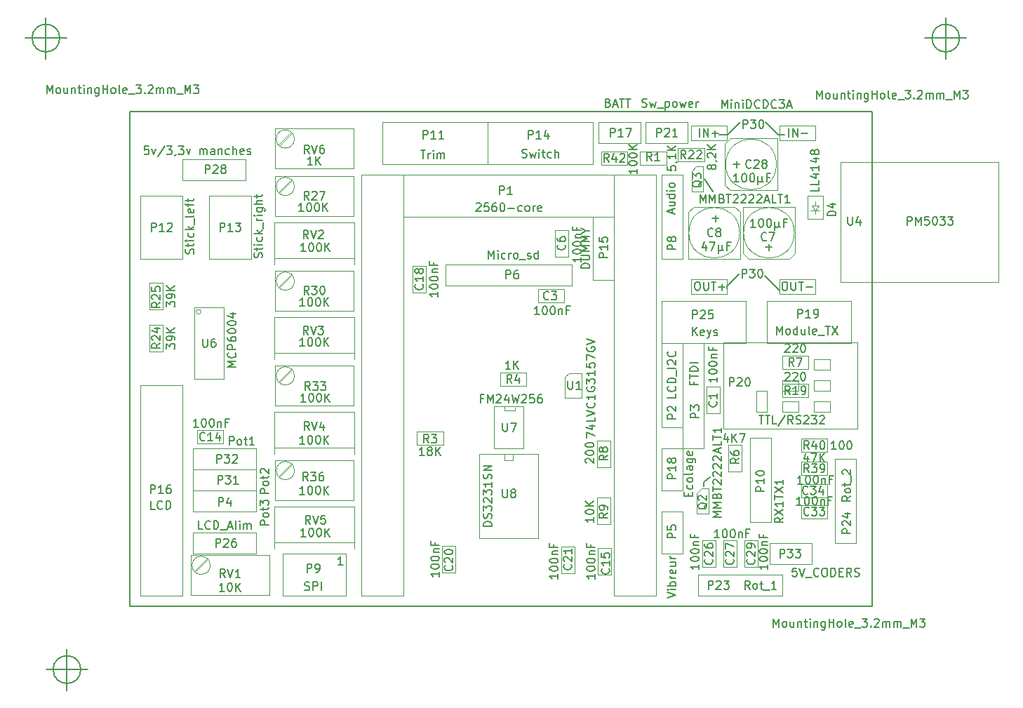
<source format=gbr>
G04 #@! TF.FileFunction,Other,Fab,Top*
%FSLAX46Y46*%
G04 Gerber Fmt 4.6, Leading zero omitted, Abs format (unit mm)*
G04 Created by KiCad (PCBNEW 4.0.7) date 04/26/18 15:50:17*
%MOMM*%
%LPD*%
G01*
G04 APERTURE LIST*
%ADD10C,0.100000*%
%ADD11C,0.150000*%
%ADD12C,0.200000*%
%ADD13C,0.120000*%
G04 APERTURE END LIST*
D10*
D11*
X209392520Y-106583480D02*
X209392520Y-107091480D01*
X210154520Y-105948480D02*
X209392520Y-106583480D01*
X210535520Y-71531480D02*
X209519520Y-70007480D01*
D12*
X165863235Y-116560861D02*
X165291806Y-116560861D01*
X165577520Y-116560861D02*
X165577520Y-115560861D01*
X165482282Y-115703718D01*
X165387044Y-115798956D01*
X165291806Y-115846575D01*
D11*
X212186520Y-82961480D02*
X212186520Y-83215480D01*
X213710520Y-81437480D02*
X212186520Y-82961480D01*
X216758520Y-81691480D02*
X218536520Y-83469480D01*
X214020234Y-81889861D02*
X214020234Y-80889861D01*
X214401187Y-80889861D01*
X214496425Y-80937480D01*
X214544044Y-80985099D01*
X214591663Y-81080337D01*
X214591663Y-81223194D01*
X214544044Y-81318432D01*
X214496425Y-81366051D01*
X214401187Y-81413670D01*
X214020234Y-81413670D01*
X214924996Y-80889861D02*
X215544044Y-80889861D01*
X215210710Y-81270813D01*
X215353568Y-81270813D01*
X215448806Y-81318432D01*
X215496425Y-81366051D01*
X215544044Y-81461290D01*
X215544044Y-81699385D01*
X215496425Y-81794623D01*
X215448806Y-81842242D01*
X215353568Y-81889861D01*
X215067853Y-81889861D01*
X214972615Y-81842242D01*
X214924996Y-81794623D01*
X216163091Y-80889861D02*
X216258330Y-80889861D01*
X216353568Y-80937480D01*
X216401187Y-80985099D01*
X216448806Y-81080337D01*
X216496425Y-81270813D01*
X216496425Y-81508909D01*
X216448806Y-81699385D01*
X216401187Y-81794623D01*
X216353568Y-81842242D01*
X216258330Y-81889861D01*
X216163091Y-81889861D01*
X216067853Y-81842242D01*
X216020234Y-81794623D01*
X215972615Y-81699385D01*
X215924996Y-81508909D01*
X215924996Y-81270813D01*
X215972615Y-81080337D01*
X216020234Y-80985099D01*
X216067853Y-80937480D01*
X216163091Y-80889861D01*
X218409520Y-64673480D02*
X219171520Y-64673480D01*
X216885520Y-63149480D02*
X218409520Y-64673480D01*
X212313520Y-64673480D02*
X211297520Y-64673480D01*
X213837520Y-63149480D02*
X212313520Y-64673480D01*
D12*
X131684186Y-52989480D02*
G75*
G03X131684186Y-52989480I-1666666J0D01*
G01*
X127517520Y-52989480D02*
X132517520Y-52989480D01*
X130017520Y-50489480D02*
X130017520Y-55489480D01*
X240269186Y-52989480D02*
G75*
G03X240269186Y-52989480I-1666666J0D01*
G01*
X236102520Y-52989480D02*
X241102520Y-52989480D01*
X238602520Y-50489480D02*
X238602520Y-55489480D01*
X134224186Y-129189480D02*
G75*
G03X134224186Y-129189480I-1666666J0D01*
G01*
X130057520Y-129189480D02*
X135057520Y-129189480D01*
X132557520Y-126689480D02*
X132557520Y-131689480D01*
X140177520Y-61879480D02*
X140177520Y-121569480D01*
X229712520Y-61879480D02*
X140177520Y-61879480D01*
X229712520Y-121569480D02*
X229712520Y-61879480D01*
X140177520Y-121569480D02*
X229712520Y-121569480D01*
D10*
X206852520Y-89819480D02*
X206852520Y-102519480D01*
X206852520Y-102519480D02*
X209392520Y-102519480D01*
X209392520Y-102519480D02*
X209392520Y-89819480D01*
X209392520Y-89819480D02*
X206852520Y-89819480D01*
D13*
X173197520Y-74579480D02*
X173197520Y-69499480D01*
X198597520Y-74579480D02*
X198597520Y-69499480D01*
X168117520Y-120299480D02*
X173197520Y-120299480D01*
X173197520Y-120299480D02*
X173197520Y-74579480D01*
X173197520Y-74579480D02*
X198597520Y-74579480D01*
X198597520Y-74579480D02*
X198597520Y-120299480D01*
X198597520Y-120299480D02*
X203677520Y-120299480D01*
X203677520Y-69499480D02*
X168117520Y-69499480D01*
X168117520Y-69499480D02*
X168117520Y-120299480D01*
X203677520Y-120299480D02*
X203677520Y-69499480D01*
X225902520Y-82453480D02*
X225902520Y-67975480D01*
X244952520Y-82453480D02*
X244952520Y-67975480D01*
X244952520Y-67975480D02*
X225902520Y-67975480D01*
X225902520Y-82453480D02*
X244952520Y-82453480D01*
D10*
X206268520Y-67886480D02*
X206268520Y-66286480D01*
X209468520Y-67886480D02*
X206268520Y-67886480D01*
X209468520Y-66286480D02*
X209468520Y-67886480D01*
X206268520Y-66286480D02*
X209468520Y-66286480D01*
X222854520Y-73186480D02*
X222854520Y-72686480D01*
X223254520Y-73186480D02*
X222854520Y-73786480D01*
X222454520Y-73186480D02*
X223254520Y-73186480D01*
X222854520Y-73786480D02*
X222454520Y-73186480D01*
X222854520Y-73786480D02*
X223404520Y-73786480D01*
X222854520Y-73786480D02*
X222304520Y-73786480D01*
X222854520Y-74186480D02*
X222854520Y-73786480D01*
X223754520Y-74836480D02*
X221954520Y-74836480D01*
X223754520Y-72036480D02*
X223754520Y-74836480D01*
X221954520Y-72036480D02*
X223754520Y-72036480D01*
X221954520Y-74836480D02*
X221954520Y-72036480D01*
D13*
X218536520Y-82072480D02*
X218536520Y-83850480D01*
X218536520Y-83850480D02*
X222854520Y-83850480D01*
X222854520Y-83850480D02*
X222854520Y-82072480D01*
X222854520Y-82072480D02*
X218536520Y-82072480D01*
X207868520Y-82072480D02*
X207868520Y-83850480D01*
X207868520Y-83850480D02*
X212186520Y-83850480D01*
X212186520Y-83850480D02*
X212186520Y-82072480D01*
X212186520Y-82072480D02*
X207868520Y-82072480D01*
X218536520Y-63530480D02*
X218536520Y-65308480D01*
X218536520Y-65308480D02*
X222854520Y-65308480D01*
X222854520Y-65308480D02*
X222854520Y-63530480D01*
X222854520Y-63530480D02*
X218536520Y-63530480D01*
X207868520Y-63530480D02*
X207868520Y-65308480D01*
X207868520Y-65308480D02*
X212186520Y-65308480D01*
X212186520Y-65308480D02*
X212186520Y-63530480D01*
X212186520Y-63530480D02*
X207868520Y-63530480D01*
D10*
X196057520Y-74579480D02*
X196057520Y-82199480D01*
X196057520Y-82199480D02*
X198597520Y-82199480D01*
X198597520Y-82199480D02*
X198597520Y-74579480D01*
X198597520Y-74579480D02*
X196057520Y-74579480D01*
X204312520Y-69499480D02*
X204312520Y-79659480D01*
X204312520Y-79659480D02*
X206852520Y-79659480D01*
X206852520Y-79659480D02*
X206852520Y-69499480D01*
X206852520Y-69499480D02*
X204312520Y-69499480D01*
X208565520Y-107919480D02*
X208565520Y-110369480D01*
X209115520Y-107349480D02*
X209965520Y-107349480D01*
X208565520Y-107919480D02*
X209115520Y-107349480D01*
X209965520Y-107349480D02*
X209965520Y-110389480D01*
X208565520Y-110389480D02*
X209965520Y-110389480D01*
X222041520Y-91305480D02*
X222041520Y-92905480D01*
X218841520Y-91305480D02*
X222041520Y-91305480D01*
X218841520Y-92905480D02*
X218841520Y-91305480D01*
X222041520Y-92905480D02*
X218841520Y-92905480D01*
X222041520Y-94734480D02*
X222041520Y-96334480D01*
X218841520Y-94734480D02*
X222041520Y-94734480D01*
X218841520Y-96334480D02*
X218841520Y-94734480D01*
X222041520Y-96334480D02*
X218841520Y-96334480D01*
X217393520Y-116489480D02*
X222473520Y-116489480D01*
X222473520Y-116489480D02*
X222473520Y-113949480D01*
X222473520Y-113949480D02*
X217393520Y-113949480D01*
X217393520Y-113949480D02*
X217393520Y-116489480D01*
X211335520Y-98277480D02*
X209735520Y-98277480D01*
X211335520Y-95077480D02*
X211335520Y-98277480D01*
X209735520Y-95077480D02*
X211335520Y-95077480D01*
X209735520Y-98277480D02*
X209735520Y-95077480D01*
X196997520Y-68267480D02*
X196997520Y-66667480D01*
X200197520Y-68267480D02*
X196997520Y-68267480D01*
X200197520Y-66667480D02*
X200197520Y-68267480D01*
X196997520Y-66667480D02*
X200197520Y-66667480D01*
X224327520Y-109339480D02*
X224327520Y-110939480D01*
X221127520Y-109339480D02*
X224327520Y-109339480D01*
X221127520Y-110939480D02*
X221127520Y-109339480D01*
X224327520Y-110939480D02*
X221127520Y-110939480D01*
X224327520Y-106799480D02*
X224327520Y-108399480D01*
X221127520Y-106799480D02*
X224327520Y-106799480D01*
X221127520Y-108399480D02*
X221127520Y-106799480D01*
X224327520Y-108399480D02*
X221127520Y-108399480D01*
X221127520Y-105732480D02*
X221127520Y-104132480D01*
X224327520Y-105732480D02*
X221127520Y-105732480D01*
X224327520Y-104132480D02*
X224327520Y-105732480D01*
X221127520Y-104132480D02*
X224327520Y-104132480D01*
X221127520Y-102938480D02*
X221127520Y-101338480D01*
X224327520Y-102938480D02*
X221127520Y-102938480D01*
X224327520Y-101338480D02*
X224327520Y-102938480D01*
X221127520Y-101338480D02*
X224327520Y-101338480D01*
X227807520Y-113949480D02*
X227807520Y-103789480D01*
X227807520Y-103789480D02*
X225267520Y-103789480D01*
X225267520Y-103789480D02*
X225267520Y-113949480D01*
X225267520Y-113949480D02*
X227807520Y-113949480D01*
X208757520Y-120299480D02*
X218917520Y-120299480D01*
X218917520Y-120299480D02*
X218917520Y-117759480D01*
X218917520Y-117759480D02*
X208757520Y-117759480D01*
X208757520Y-117759480D02*
X208757520Y-120299480D01*
X215907520Y-116819480D02*
X214307520Y-116819480D01*
X215907520Y-113619480D02*
X215907520Y-116819480D01*
X214307520Y-113619480D02*
X215907520Y-113619480D01*
X214307520Y-116819480D02*
X214307520Y-113619480D01*
X213367520Y-116819480D02*
X211767520Y-116819480D01*
X213367520Y-113619480D02*
X213367520Y-116819480D01*
X211767520Y-113619480D02*
X213367520Y-113619480D01*
X211767520Y-116819480D02*
X211767520Y-113619480D01*
X210827520Y-116819480D02*
X209227520Y-116819480D01*
X210827520Y-113619480D02*
X210827520Y-116819480D01*
X209227520Y-113619480D02*
X210827520Y-113619480D01*
X209227520Y-116819480D02*
X209227520Y-113619480D01*
X204312520Y-110139480D02*
X204312520Y-115219480D01*
X204312520Y-115219480D02*
X206852520Y-115219480D01*
X206852520Y-115219480D02*
X206852520Y-110139480D01*
X206852520Y-110139480D02*
X204312520Y-110139480D01*
X214002520Y-105262480D02*
X212402520Y-105262480D01*
X214002520Y-102062480D02*
X214002520Y-105262480D01*
X212402520Y-102062480D02*
X214002520Y-102062480D01*
X212402520Y-105262480D02*
X212402520Y-102062480D01*
X214980520Y-101249480D02*
X214980520Y-111409480D01*
X214980520Y-111409480D02*
X217520520Y-111409480D01*
X217520520Y-111409480D02*
X217520520Y-101249480D01*
X217520520Y-101249480D02*
X214980520Y-101249480D01*
X204312520Y-102519480D02*
X204312520Y-107599480D01*
X204312520Y-107599480D02*
X206852520Y-107599480D01*
X206852520Y-107599480D02*
X206852520Y-102519480D01*
X206852520Y-102519480D02*
X204312520Y-102519480D01*
X204312520Y-89819480D02*
X204312520Y-99979480D01*
X204312520Y-99979480D02*
X206852520Y-99979480D01*
X206852520Y-99979480D02*
X206852520Y-89819480D01*
X206852520Y-89819480D02*
X204312520Y-89819480D01*
D13*
X211805520Y-100106480D02*
X227934520Y-100106480D01*
X227934520Y-100106480D02*
X227934520Y-89692480D01*
X227934520Y-89692480D02*
X211805520Y-89692480D01*
X211805520Y-89692480D02*
X211805520Y-100106480D01*
X217012520Y-98074480D02*
X217012520Y-95534480D01*
X217012520Y-95534480D02*
X215742520Y-95534480D01*
X215742520Y-95534480D02*
X215742520Y-98074480D01*
X215742520Y-98074480D02*
X217012520Y-98074480D01*
X220822520Y-95534480D02*
X218917520Y-95534480D01*
X218917520Y-95534480D02*
X218917520Y-94264480D01*
X218917520Y-94264480D02*
X220822520Y-94264480D01*
X220822520Y-94264480D02*
X220822520Y-95534480D01*
X220822520Y-96804480D02*
X220822520Y-98074480D01*
X220822520Y-98074480D02*
X218917520Y-98074480D01*
X218917520Y-98074480D02*
X218917520Y-96804480D01*
X218917520Y-96804480D02*
X220822520Y-96804480D01*
X224632520Y-92994480D02*
X222727520Y-92994480D01*
X222727520Y-92994480D02*
X222727520Y-91724480D01*
X222727520Y-91724480D02*
X224632520Y-91724480D01*
X224632520Y-91724480D02*
X224632520Y-92994480D01*
X224632520Y-95534480D02*
X224632520Y-94264480D01*
X224632520Y-94264480D02*
X222727520Y-94264480D01*
X222727520Y-94264480D02*
X222727520Y-95534480D01*
X222727520Y-95534480D02*
X224632520Y-95534480D01*
X224632520Y-96804480D02*
X224632520Y-98074480D01*
X224632520Y-98074480D02*
X222727520Y-98074480D01*
X224632520Y-96804480D02*
X222727520Y-96804480D01*
X222727520Y-96804480D02*
X222727520Y-98074480D01*
D10*
X201696520Y-68267480D02*
X201696520Y-66667480D01*
X204896520Y-68267480D02*
X201696520Y-68267480D01*
X204896520Y-66667480D02*
X204896520Y-68267480D01*
X201696520Y-66667480D02*
X204896520Y-66667480D01*
X202407520Y-65689480D02*
X207487520Y-65689480D01*
X207487520Y-65689480D02*
X207487520Y-63149480D01*
X207487520Y-63149480D02*
X202407520Y-63149480D01*
X202407520Y-63149480D02*
X202407520Y-65689480D01*
X196692520Y-65689480D02*
X201772520Y-65689480D01*
X201772520Y-65689480D02*
X201772520Y-63149480D01*
X201772520Y-63149480D02*
X196692520Y-63149480D01*
X196692520Y-63149480D02*
X196692520Y-65689480D01*
X178277520Y-82834480D02*
X193517520Y-82834480D01*
X193517520Y-82834480D02*
X193517520Y-80294480D01*
X193517520Y-80294480D02*
X178277520Y-80294480D01*
X178277520Y-80294480D02*
X178277520Y-82834480D01*
X196654520Y-114508480D02*
X198254520Y-114508480D01*
X196654520Y-117708480D02*
X196654520Y-114508480D01*
X198254520Y-117708480D02*
X196654520Y-117708480D01*
X198254520Y-114508480D02*
X198254520Y-117708480D01*
X193809520Y-117581480D02*
X192209520Y-117581480D01*
X193809520Y-114381480D02*
X193809520Y-117581480D01*
X192209520Y-114381480D02*
X193809520Y-114381480D01*
X192209520Y-117581480D02*
X192209520Y-114381480D01*
X179458520Y-117454480D02*
X177858520Y-117454480D01*
X179458520Y-114254480D02*
X179458520Y-117454480D01*
X177858520Y-114254480D02*
X179458520Y-114254480D01*
X177858520Y-117454480D02*
X177858520Y-114254480D01*
D13*
X186405520Y-103154480D02*
X186405520Y-103916480D01*
X186405520Y-103916480D02*
X185389520Y-103916480D01*
X185389520Y-103916480D02*
X185389520Y-103154480D01*
X182341520Y-103154480D02*
X182341520Y-113314480D01*
X182341520Y-113314480D02*
X189453520Y-113314480D01*
X189453520Y-113314480D02*
X189453520Y-103154480D01*
X189453520Y-103154480D02*
X182341520Y-103154480D01*
D10*
X198127520Y-111612480D02*
X196527520Y-111612480D01*
X198127520Y-108412480D02*
X198127520Y-111612480D01*
X196527520Y-108412480D02*
X198127520Y-108412480D01*
X196527520Y-111612480D02*
X196527520Y-108412480D01*
X198127520Y-104754480D02*
X196527520Y-104754480D01*
X198127520Y-101554480D02*
X198127520Y-104754480D01*
X196527520Y-101554480D02*
X198127520Y-101554480D01*
X196527520Y-104754480D02*
X196527520Y-101554480D01*
X177972520Y-100449480D02*
X177972520Y-102049480D01*
X174772520Y-100449480D02*
X177972520Y-100449480D01*
X174772520Y-102049480D02*
X174772520Y-100449480D01*
X177972520Y-102049480D02*
X174772520Y-102049480D01*
D13*
X186659520Y-97566480D02*
X186659520Y-97947480D01*
X186659520Y-97947480D02*
X185389520Y-97947480D01*
X185389520Y-97947480D02*
X185389520Y-97439480D01*
X184119520Y-97439480D02*
X184119520Y-102519480D01*
X184119520Y-102519480D02*
X187675520Y-102519480D01*
X187675520Y-102519480D02*
X187675520Y-97439480D01*
X187675520Y-97439480D02*
X184119520Y-97439480D01*
X192644520Y-96399480D02*
X194644520Y-96399480D01*
X194644520Y-96399480D02*
X194644520Y-93399480D01*
X194644520Y-93399480D02*
X193144520Y-93399480D01*
X193144520Y-93399480D02*
X192644520Y-93899480D01*
X192644520Y-93899480D02*
X192644520Y-96399480D01*
D10*
X188005520Y-93337480D02*
X188005520Y-94937480D01*
X184805520Y-93337480D02*
X188005520Y-93337480D01*
X184805520Y-94937480D02*
X184805520Y-93337480D01*
X188005520Y-94937480D02*
X184805520Y-94937480D01*
X146527520Y-70134480D02*
X154147520Y-70134480D01*
X154147520Y-70134480D02*
X154147520Y-67594480D01*
X154147520Y-67594480D02*
X146527520Y-67594480D01*
X146527520Y-67594480D02*
X146527520Y-70134480D01*
X149702520Y-72039480D02*
X149702520Y-79659480D01*
X149702520Y-79659480D02*
X154782520Y-79659480D01*
X154782520Y-79659480D02*
X154782520Y-72039480D01*
X154782520Y-72039480D02*
X149702520Y-72039480D01*
X141447520Y-72039480D02*
X141447520Y-79659480D01*
X141447520Y-79659480D02*
X146527520Y-79659480D01*
X146527520Y-79659480D02*
X146527520Y-72039480D01*
X146527520Y-72039480D02*
X141447520Y-72039480D01*
X144152520Y-85704480D02*
X142552520Y-85704480D01*
X144152520Y-82504480D02*
X144152520Y-85704480D01*
X142552520Y-82504480D02*
X144152520Y-82504480D01*
X142552520Y-85704480D02*
X142552520Y-82504480D01*
X144152520Y-90784480D02*
X142552520Y-90784480D01*
X144152520Y-87584480D02*
X144152520Y-90784480D01*
X142552520Y-87584480D02*
X144152520Y-87584480D01*
X142552520Y-90784480D02*
X142552520Y-87584480D01*
X146527520Y-120299480D02*
X146527520Y-94899480D01*
X146527520Y-94899480D02*
X141447520Y-94899480D01*
X141447520Y-94899480D02*
X141447520Y-120299480D01*
X141447520Y-120299480D02*
X146527520Y-120299480D01*
X151429520Y-100322480D02*
X151429520Y-101922480D01*
X148229520Y-100322480D02*
X151429520Y-100322480D01*
X148229520Y-101922480D02*
X148229520Y-100322480D01*
X151429520Y-101922480D02*
X148229520Y-101922480D01*
X155417520Y-102519480D02*
X147797520Y-102519480D01*
X147797520Y-102519480D02*
X147797520Y-105059480D01*
X147797520Y-105059480D02*
X155417520Y-105059480D01*
X155417520Y-105059480D02*
X155417520Y-102519480D01*
X155417520Y-105059480D02*
X147797520Y-105059480D01*
X147797520Y-105059480D02*
X147797520Y-107599480D01*
X147797520Y-107599480D02*
X155417520Y-107599480D01*
X155417520Y-107599480D02*
X155417520Y-105059480D01*
X155417520Y-107599480D02*
X147797520Y-107599480D01*
X147797520Y-107599480D02*
X147797520Y-110139480D01*
X147797520Y-110139480D02*
X155417520Y-110139480D01*
X155417520Y-110139480D02*
X155417520Y-107599480D01*
X155417520Y-112679480D02*
X147797520Y-112679480D01*
X147797520Y-112679480D02*
X147797520Y-115219480D01*
X147797520Y-115219480D02*
X155417520Y-115219480D01*
X155417520Y-115219480D02*
X155417520Y-112679480D01*
X149842520Y-116609480D02*
G75*
G03X149842520Y-116609480I-1095000J0D01*
G01*
X157007520Y-120169480D02*
X157007520Y-115339480D01*
X157007520Y-115339480D02*
X147477520Y-115339480D01*
X147477520Y-115339480D02*
X147477520Y-120169480D01*
X147477520Y-120169480D02*
X157007520Y-120169480D01*
X147916520Y-117305480D02*
X149443520Y-115778480D01*
X148050520Y-117439480D02*
X149577520Y-115912480D01*
X166212520Y-115219480D02*
X158592520Y-115219480D01*
X158592520Y-115219480D02*
X158592520Y-120299480D01*
X158592520Y-120299480D02*
X166212520Y-120299480D01*
X166212520Y-120299480D02*
X166212520Y-115219480D01*
D13*
X157576520Y-113822480D02*
X167228520Y-113822480D01*
X167228520Y-114584480D02*
X167228520Y-109504480D01*
X167228520Y-109504480D02*
X157576520Y-109504480D01*
X157576520Y-109504480D02*
X157576520Y-114584480D01*
D10*
X160002520Y-105179480D02*
G75*
G03X160002520Y-105179480I-1095000J0D01*
G01*
X167167520Y-108739480D02*
X167167520Y-103909480D01*
X167167520Y-103909480D02*
X157637520Y-103909480D01*
X157637520Y-103909480D02*
X157637520Y-108739480D01*
X157637520Y-108739480D02*
X167167520Y-108739480D01*
X158076520Y-105875480D02*
X159603520Y-104348480D01*
X158210520Y-106009480D02*
X159737520Y-104482480D01*
D13*
X157576520Y-102392480D02*
X167228520Y-102392480D01*
X167228520Y-103154480D02*
X167228520Y-98074480D01*
X167228520Y-98074480D02*
X157576520Y-98074480D01*
X157576520Y-98074480D02*
X157576520Y-103154480D01*
D10*
X160002520Y-93749480D02*
G75*
G03X160002520Y-93749480I-1095000J0D01*
G01*
X167167520Y-97309480D02*
X167167520Y-92479480D01*
X167167520Y-92479480D02*
X157637520Y-92479480D01*
X157637520Y-92479480D02*
X157637520Y-97309480D01*
X157637520Y-97309480D02*
X167167520Y-97309480D01*
X158076520Y-94445480D02*
X159603520Y-92918480D01*
X158210520Y-94579480D02*
X159737520Y-93052480D01*
D13*
X157576520Y-90962480D02*
X167228520Y-90962480D01*
X167228520Y-91724480D02*
X167228520Y-86644480D01*
X167228520Y-86644480D02*
X157576520Y-86644480D01*
X157576520Y-86644480D02*
X157576520Y-91724480D01*
D10*
X160002520Y-82319480D02*
G75*
G03X160002520Y-82319480I-1095000J0D01*
G01*
X167167520Y-85879480D02*
X167167520Y-81049480D01*
X167167520Y-81049480D02*
X157637520Y-81049480D01*
X157637520Y-81049480D02*
X157637520Y-85879480D01*
X157637520Y-85879480D02*
X167167520Y-85879480D01*
X158076520Y-83015480D02*
X159603520Y-81488480D01*
X158210520Y-83149480D02*
X159737520Y-81622480D01*
X160002520Y-70889480D02*
G75*
G03X160002520Y-70889480I-1095000J0D01*
G01*
X167167520Y-74449480D02*
X167167520Y-69619480D01*
X167167520Y-69619480D02*
X157637520Y-69619480D01*
X157637520Y-69619480D02*
X157637520Y-74449480D01*
X157637520Y-74449480D02*
X167167520Y-74449480D01*
X158076520Y-71585480D02*
X159603520Y-70058480D01*
X158210520Y-71719480D02*
X159737520Y-70192480D01*
D13*
X157576520Y-79532480D02*
X167228520Y-79532480D01*
X167228520Y-80294480D02*
X167228520Y-75214480D01*
X167228520Y-75214480D02*
X157576520Y-75214480D01*
X157576520Y-75214480D02*
X157576520Y-80294480D01*
D10*
X160002520Y-65174480D02*
G75*
G03X160002520Y-65174480I-1095000J0D01*
G01*
X167167520Y-68734480D02*
X167167520Y-63904480D01*
X167167520Y-63904480D02*
X157637520Y-63904480D01*
X157637520Y-63904480D02*
X157637520Y-68734480D01*
X157637520Y-68734480D02*
X167167520Y-68734480D01*
X158076520Y-65870480D02*
X159603520Y-64343480D01*
X158210520Y-66004480D02*
X159737520Y-64477480D01*
X175902520Y-83672480D02*
X174302520Y-83672480D01*
X175902520Y-80472480D02*
X175902520Y-83672480D01*
X174302520Y-80472480D02*
X175902520Y-80472480D01*
X174302520Y-83672480D02*
X174302520Y-80472480D01*
X192577520Y-83304480D02*
X192577520Y-84904480D01*
X189377520Y-83304480D02*
X192577520Y-83304480D01*
X189377520Y-84904480D02*
X189377520Y-83304480D01*
X192577520Y-84904480D02*
X189377520Y-84904480D01*
X204312520Y-89819480D02*
X214472520Y-89819480D01*
X214472520Y-89819480D02*
X214472520Y-84739480D01*
X214472520Y-84739480D02*
X204312520Y-84739480D01*
X204312520Y-84739480D02*
X204312520Y-89819480D01*
X170657520Y-68229480D02*
X183357520Y-68229480D01*
X183357520Y-68229480D02*
X183357520Y-63149480D01*
X183357520Y-63149480D02*
X170657520Y-63149480D01*
X170657520Y-63149480D02*
X170657520Y-68229480D01*
X183357520Y-68229480D02*
X196057520Y-68229480D01*
X196057520Y-68229480D02*
X196057520Y-63149480D01*
X196057520Y-63149480D02*
X183357520Y-63149480D01*
X183357520Y-63149480D02*
X183357520Y-68229480D01*
X217012520Y-89819480D02*
X227172520Y-89819480D01*
X227172520Y-89819480D02*
X227172520Y-84739480D01*
X227172520Y-84739480D02*
X217012520Y-84739480D01*
X217012520Y-84739480D02*
X217012520Y-89819480D01*
X218166932Y-68229480D02*
G75*
G03X218166932Y-68229480I-3059412J0D01*
G01*
X218257520Y-71379480D02*
X218257520Y-65079480D01*
X212627520Y-71379480D02*
X218257520Y-71379480D01*
X211957520Y-70709480D02*
X212627520Y-71379480D01*
X211957520Y-65749480D02*
X211957520Y-70709480D01*
X212627520Y-65079480D02*
X211957520Y-65749480D01*
X218257520Y-65079480D02*
X212627520Y-65079480D01*
X193047520Y-79354480D02*
X191447520Y-79354480D01*
X193047520Y-76154480D02*
X193047520Y-79354480D01*
X191447520Y-76154480D02*
X193047520Y-76154480D01*
X191447520Y-79354480D02*
X191447520Y-76154480D01*
X220325932Y-76484480D02*
G75*
G03X220325932Y-76484480I-3059412J0D01*
G01*
X220416520Y-73334480D02*
X214116520Y-73334480D01*
X220416520Y-78964480D02*
X220416520Y-73334480D01*
X219746520Y-79634480D02*
X220416520Y-78964480D01*
X214786520Y-79634480D02*
X219746520Y-79634480D01*
X214116520Y-78964480D02*
X214786520Y-79634480D01*
X214116520Y-73334480D02*
X214116520Y-78964480D01*
X213721932Y-76484480D02*
G75*
G03X213721932Y-76484480I-3059412J0D01*
G01*
X207512520Y-79634480D02*
X213812520Y-79634480D01*
X207512520Y-74004480D02*
X207512520Y-79634480D01*
X208182520Y-73334480D02*
X207512520Y-74004480D01*
X213142520Y-73334480D02*
X208182520Y-73334480D01*
X213812520Y-74004480D02*
X213142520Y-73334480D01*
X213812520Y-79634480D02*
X213812520Y-74004480D01*
D13*
X148716501Y-86009480D02*
G75*
G03X148716501Y-86009480I-283981J0D01*
G01*
X147924520Y-85501480D02*
X147924520Y-94137480D01*
X147924520Y-94137480D02*
X151480520Y-94137480D01*
X151480520Y-94137480D02*
X151480520Y-85501480D01*
X151480520Y-85501480D02*
X147924520Y-85501480D01*
D10*
X207930520Y-69057480D02*
X207930520Y-71507480D01*
X208480520Y-68487480D02*
X209330520Y-68487480D01*
X207930520Y-69057480D02*
X208480520Y-68487480D01*
X209330520Y-68487480D02*
X209330520Y-71527480D01*
X207930520Y-71527480D02*
X209330520Y-71527480D01*
D11*
X208178091Y-94478670D02*
X208178091Y-94812004D01*
X208701901Y-94812004D02*
X207701901Y-94812004D01*
X207701901Y-94335813D01*
X207701901Y-94097718D02*
X207701901Y-93526289D01*
X208701901Y-93812004D02*
X207701901Y-93812004D01*
X208701901Y-93192956D02*
X207701901Y-93192956D01*
X207701901Y-92954861D01*
X207749520Y-92812003D01*
X207844758Y-92716765D01*
X207939996Y-92669146D01*
X208130472Y-92621527D01*
X208273330Y-92621527D01*
X208463806Y-92669146D01*
X208559044Y-92716765D01*
X208654282Y-92812003D01*
X208701901Y-92954861D01*
X208701901Y-93192956D01*
X208701901Y-92192956D02*
X207701901Y-92192956D01*
X208828901Y-98812575D02*
X207828901Y-98812575D01*
X207828901Y-98431622D01*
X207876520Y-98336384D01*
X207924139Y-98288765D01*
X208019377Y-98241146D01*
X208162234Y-98241146D01*
X208257472Y-98288765D01*
X208305091Y-98336384D01*
X208352710Y-98431622D01*
X208352710Y-98812575D01*
X207828901Y-97907813D02*
X207828901Y-97288765D01*
X208209853Y-97622099D01*
X208209853Y-97479241D01*
X208257472Y-97384003D01*
X208305091Y-97336384D01*
X208400330Y-97288765D01*
X208638425Y-97288765D01*
X208733663Y-97336384D01*
X208781282Y-97384003D01*
X208828901Y-97479241D01*
X208828901Y-97764956D01*
X208781282Y-97860194D01*
X208733663Y-97907813D01*
X181945139Y-72984099D02*
X181992758Y-72936480D01*
X182087996Y-72888861D01*
X182326092Y-72888861D01*
X182421330Y-72936480D01*
X182468949Y-72984099D01*
X182516568Y-73079337D01*
X182516568Y-73174575D01*
X182468949Y-73317432D01*
X181897520Y-73888861D01*
X182516568Y-73888861D01*
X183421330Y-72888861D02*
X182945139Y-72888861D01*
X182897520Y-73365051D01*
X182945139Y-73317432D01*
X183040377Y-73269813D01*
X183278473Y-73269813D01*
X183373711Y-73317432D01*
X183421330Y-73365051D01*
X183468949Y-73460290D01*
X183468949Y-73698385D01*
X183421330Y-73793623D01*
X183373711Y-73841242D01*
X183278473Y-73888861D01*
X183040377Y-73888861D01*
X182945139Y-73841242D01*
X182897520Y-73793623D01*
X184326092Y-72888861D02*
X184135615Y-72888861D01*
X184040377Y-72936480D01*
X183992758Y-72984099D01*
X183897520Y-73126956D01*
X183849901Y-73317432D01*
X183849901Y-73698385D01*
X183897520Y-73793623D01*
X183945139Y-73841242D01*
X184040377Y-73888861D01*
X184230854Y-73888861D01*
X184326092Y-73841242D01*
X184373711Y-73793623D01*
X184421330Y-73698385D01*
X184421330Y-73460290D01*
X184373711Y-73365051D01*
X184326092Y-73317432D01*
X184230854Y-73269813D01*
X184040377Y-73269813D01*
X183945139Y-73317432D01*
X183897520Y-73365051D01*
X183849901Y-73460290D01*
X185040377Y-72888861D02*
X185135616Y-72888861D01*
X185230854Y-72936480D01*
X185278473Y-72984099D01*
X185326092Y-73079337D01*
X185373711Y-73269813D01*
X185373711Y-73507909D01*
X185326092Y-73698385D01*
X185278473Y-73793623D01*
X185230854Y-73841242D01*
X185135616Y-73888861D01*
X185040377Y-73888861D01*
X184945139Y-73841242D01*
X184897520Y-73793623D01*
X184849901Y-73698385D01*
X184802282Y-73507909D01*
X184802282Y-73269813D01*
X184849901Y-73079337D01*
X184897520Y-72984099D01*
X184945139Y-72936480D01*
X185040377Y-72888861D01*
X185802282Y-73507909D02*
X186564187Y-73507909D01*
X187468949Y-73841242D02*
X187373711Y-73888861D01*
X187183234Y-73888861D01*
X187087996Y-73841242D01*
X187040377Y-73793623D01*
X186992758Y-73698385D01*
X186992758Y-73412670D01*
X187040377Y-73317432D01*
X187087996Y-73269813D01*
X187183234Y-73222194D01*
X187373711Y-73222194D01*
X187468949Y-73269813D01*
X188040377Y-73888861D02*
X187945139Y-73841242D01*
X187897520Y-73793623D01*
X187849901Y-73698385D01*
X187849901Y-73412670D01*
X187897520Y-73317432D01*
X187945139Y-73269813D01*
X188040377Y-73222194D01*
X188183235Y-73222194D01*
X188278473Y-73269813D01*
X188326092Y-73317432D01*
X188373711Y-73412670D01*
X188373711Y-73698385D01*
X188326092Y-73793623D01*
X188278473Y-73841242D01*
X188183235Y-73888861D01*
X188040377Y-73888861D01*
X188802282Y-73888861D02*
X188802282Y-73222194D01*
X188802282Y-73412670D02*
X188849901Y-73317432D01*
X188897520Y-73269813D01*
X188992758Y-73222194D01*
X189087997Y-73222194D01*
X189802283Y-73841242D02*
X189707045Y-73888861D01*
X189516568Y-73888861D01*
X189421330Y-73841242D01*
X189373711Y-73746004D01*
X189373711Y-73365051D01*
X189421330Y-73269813D01*
X189516568Y-73222194D01*
X189707045Y-73222194D01*
X189802283Y-73269813D01*
X189849902Y-73365051D01*
X189849902Y-73460290D01*
X189373711Y-73555528D01*
X184778425Y-71856861D02*
X184778425Y-70856861D01*
X185159378Y-70856861D01*
X185254616Y-70904480D01*
X185302235Y-70952099D01*
X185349854Y-71047337D01*
X185349854Y-71190194D01*
X185302235Y-71285432D01*
X185254616Y-71333051D01*
X185159378Y-71380670D01*
X184778425Y-71380670D01*
X186302235Y-71856861D02*
X185730806Y-71856861D01*
X186016520Y-71856861D02*
X186016520Y-70856861D01*
X185921282Y-70999718D01*
X185826044Y-71094956D01*
X185730806Y-71142575D01*
X233959425Y-75539861D02*
X233959425Y-74539861D01*
X234340378Y-74539861D01*
X234435616Y-74587480D01*
X234483235Y-74635099D01*
X234530854Y-74730337D01*
X234530854Y-74873194D01*
X234483235Y-74968432D01*
X234435616Y-75016051D01*
X234340378Y-75063670D01*
X233959425Y-75063670D01*
X234959425Y-75539861D02*
X234959425Y-74539861D01*
X235292759Y-75254147D01*
X235626092Y-74539861D01*
X235626092Y-75539861D01*
X236578473Y-74539861D02*
X236102282Y-74539861D01*
X236054663Y-75016051D01*
X236102282Y-74968432D01*
X236197520Y-74920813D01*
X236435616Y-74920813D01*
X236530854Y-74968432D01*
X236578473Y-75016051D01*
X236626092Y-75111290D01*
X236626092Y-75349385D01*
X236578473Y-75444623D01*
X236530854Y-75492242D01*
X236435616Y-75539861D01*
X236197520Y-75539861D01*
X236102282Y-75492242D01*
X236054663Y-75444623D01*
X237245139Y-74539861D02*
X237340378Y-74539861D01*
X237435616Y-74587480D01*
X237483235Y-74635099D01*
X237530854Y-74730337D01*
X237578473Y-74920813D01*
X237578473Y-75158909D01*
X237530854Y-75349385D01*
X237483235Y-75444623D01*
X237435616Y-75492242D01*
X237340378Y-75539861D01*
X237245139Y-75539861D01*
X237149901Y-75492242D01*
X237102282Y-75444623D01*
X237054663Y-75349385D01*
X237007044Y-75158909D01*
X237007044Y-74920813D01*
X237054663Y-74730337D01*
X237102282Y-74635099D01*
X237149901Y-74587480D01*
X237245139Y-74539861D01*
X237911806Y-74539861D02*
X238530854Y-74539861D01*
X238197520Y-74920813D01*
X238340378Y-74920813D01*
X238435616Y-74968432D01*
X238483235Y-75016051D01*
X238530854Y-75111290D01*
X238530854Y-75349385D01*
X238483235Y-75444623D01*
X238435616Y-75492242D01*
X238340378Y-75539861D01*
X238054663Y-75539861D01*
X237959425Y-75492242D01*
X237911806Y-75444623D01*
X238864187Y-74539861D02*
X239483235Y-74539861D01*
X239149901Y-74920813D01*
X239292759Y-74920813D01*
X239387997Y-74968432D01*
X239435616Y-75016051D01*
X239483235Y-75111290D01*
X239483235Y-75349385D01*
X239435616Y-75444623D01*
X239387997Y-75492242D01*
X239292759Y-75539861D01*
X239007044Y-75539861D01*
X238911806Y-75492242D01*
X238864187Y-75444623D01*
X226791615Y-74539861D02*
X226791615Y-75349385D01*
X226839234Y-75444623D01*
X226886853Y-75492242D01*
X226982091Y-75539861D01*
X227172568Y-75539861D01*
X227267806Y-75492242D01*
X227315425Y-75444623D01*
X227363044Y-75349385D01*
X227363044Y-74539861D01*
X228267806Y-74873194D02*
X228267806Y-75539861D01*
X228029710Y-74492242D02*
X227791615Y-75206528D01*
X228410663Y-75206528D01*
X210289472Y-68650004D02*
X210241853Y-68745242D01*
X210194234Y-68792861D01*
X210098996Y-68840480D01*
X210051377Y-68840480D01*
X209956139Y-68792861D01*
X209908520Y-68745242D01*
X209860901Y-68650004D01*
X209860901Y-68459527D01*
X209908520Y-68364289D01*
X209956139Y-68316670D01*
X210051377Y-68269051D01*
X210098996Y-68269051D01*
X210194234Y-68316670D01*
X210241853Y-68364289D01*
X210289472Y-68459527D01*
X210289472Y-68650004D01*
X210337091Y-68745242D01*
X210384710Y-68792861D01*
X210479949Y-68840480D01*
X210670425Y-68840480D01*
X210765663Y-68792861D01*
X210813282Y-68745242D01*
X210860901Y-68650004D01*
X210860901Y-68459527D01*
X210813282Y-68364289D01*
X210765663Y-68316670D01*
X210670425Y-68269051D01*
X210479949Y-68269051D01*
X210384710Y-68316670D01*
X210337091Y-68364289D01*
X210289472Y-68459527D01*
X210813282Y-67792861D02*
X210860901Y-67792861D01*
X210956139Y-67840480D01*
X211003758Y-67888099D01*
X209956139Y-67411909D02*
X209908520Y-67364290D01*
X209860901Y-67269052D01*
X209860901Y-67030956D01*
X209908520Y-66935718D01*
X209956139Y-66888099D01*
X210051377Y-66840480D01*
X210146615Y-66840480D01*
X210289472Y-66888099D01*
X210860901Y-67459528D01*
X210860901Y-66840480D01*
X210860901Y-66411909D02*
X209860901Y-66411909D01*
X210860901Y-65840480D02*
X210289472Y-66269052D01*
X209860901Y-65840480D02*
X210432330Y-66411909D01*
X207225663Y-67538861D02*
X206892329Y-67062670D01*
X206654234Y-67538861D02*
X206654234Y-66538861D01*
X207035187Y-66538861D01*
X207130425Y-66586480D01*
X207178044Y-66634099D01*
X207225663Y-66729337D01*
X207225663Y-66872194D01*
X207178044Y-66967432D01*
X207130425Y-67015051D01*
X207035187Y-67062670D01*
X206654234Y-67062670D01*
X207606615Y-66634099D02*
X207654234Y-66586480D01*
X207749472Y-66538861D01*
X207987568Y-66538861D01*
X208082806Y-66586480D01*
X208130425Y-66634099D01*
X208178044Y-66729337D01*
X208178044Y-66824575D01*
X208130425Y-66967432D01*
X207558996Y-67538861D01*
X208178044Y-67538861D01*
X208558996Y-66634099D02*
X208606615Y-66586480D01*
X208701853Y-66538861D01*
X208939949Y-66538861D01*
X209035187Y-66586480D01*
X209082806Y-66634099D01*
X209130425Y-66729337D01*
X209130425Y-66824575D01*
X209082806Y-66967432D01*
X208511377Y-67538861D01*
X209130425Y-67538861D01*
X223306901Y-70991480D02*
X223306901Y-71467671D01*
X222306901Y-71467671D01*
X223306901Y-70181956D02*
X223306901Y-70658147D01*
X222306901Y-70658147D01*
X222640234Y-69420051D02*
X223306901Y-69420051D01*
X222259282Y-69658147D02*
X222973568Y-69896242D01*
X222973568Y-69277194D01*
X223306901Y-68372432D02*
X223306901Y-68943861D01*
X223306901Y-68658147D02*
X222306901Y-68658147D01*
X222449758Y-68753385D01*
X222544996Y-68848623D01*
X222592615Y-68943861D01*
X222640234Y-67515289D02*
X223306901Y-67515289D01*
X222259282Y-67753385D02*
X222973568Y-67991480D01*
X222973568Y-67372432D01*
X222735472Y-66848623D02*
X222687853Y-66943861D01*
X222640234Y-66991480D01*
X222544996Y-67039099D01*
X222497377Y-67039099D01*
X222402139Y-66991480D01*
X222354520Y-66943861D01*
X222306901Y-66848623D01*
X222306901Y-66658146D01*
X222354520Y-66562908D01*
X222402139Y-66515289D01*
X222497377Y-66467670D01*
X222544996Y-66467670D01*
X222640234Y-66515289D01*
X222687853Y-66562908D01*
X222735472Y-66658146D01*
X222735472Y-66848623D01*
X222783091Y-66943861D01*
X222830710Y-66991480D01*
X222925949Y-67039099D01*
X223116425Y-67039099D01*
X223211663Y-66991480D01*
X223259282Y-66943861D01*
X223306901Y-66848623D01*
X223306901Y-66658146D01*
X223259282Y-66562908D01*
X223211663Y-66515289D01*
X223116425Y-66467670D01*
X222925949Y-66467670D01*
X222830710Y-66515289D01*
X222783091Y-66562908D01*
X222735472Y-66658146D01*
X225338901Y-74428575D02*
X224338901Y-74428575D01*
X224338901Y-74190480D01*
X224386520Y-74047622D01*
X224481758Y-73952384D01*
X224576996Y-73904765D01*
X224767472Y-73857146D01*
X224910330Y-73857146D01*
X225100806Y-73904765D01*
X225196044Y-73952384D01*
X225291282Y-74047622D01*
X225338901Y-74190480D01*
X225338901Y-74428575D01*
X224672234Y-73000003D02*
X225338901Y-73000003D01*
X224291282Y-73238099D02*
X225005568Y-73476194D01*
X225005568Y-72857146D01*
X211575854Y-61442861D02*
X211575854Y-60442861D01*
X211909188Y-61157147D01*
X212242521Y-60442861D01*
X212242521Y-61442861D01*
X212718711Y-61442861D02*
X212718711Y-60776194D01*
X212718711Y-60442861D02*
X212671092Y-60490480D01*
X212718711Y-60538099D01*
X212766330Y-60490480D01*
X212718711Y-60442861D01*
X212718711Y-60538099D01*
X213194901Y-60776194D02*
X213194901Y-61442861D01*
X213194901Y-60871432D02*
X213242520Y-60823813D01*
X213337758Y-60776194D01*
X213480616Y-60776194D01*
X213575854Y-60823813D01*
X213623473Y-60919051D01*
X213623473Y-61442861D01*
X214099663Y-61442861D02*
X214099663Y-60776194D01*
X214099663Y-60442861D02*
X214052044Y-60490480D01*
X214099663Y-60538099D01*
X214147282Y-60490480D01*
X214099663Y-60442861D01*
X214099663Y-60538099D01*
X214575853Y-61442861D02*
X214575853Y-60442861D01*
X214813948Y-60442861D01*
X214956806Y-60490480D01*
X215052044Y-60585718D01*
X215099663Y-60680956D01*
X215147282Y-60871432D01*
X215147282Y-61014290D01*
X215099663Y-61204766D01*
X215052044Y-61300004D01*
X214956806Y-61395242D01*
X214813948Y-61442861D01*
X214575853Y-61442861D01*
X216147282Y-61347623D02*
X216099663Y-61395242D01*
X215956806Y-61442861D01*
X215861568Y-61442861D01*
X215718710Y-61395242D01*
X215623472Y-61300004D01*
X215575853Y-61204766D01*
X215528234Y-61014290D01*
X215528234Y-60871432D01*
X215575853Y-60680956D01*
X215623472Y-60585718D01*
X215718710Y-60490480D01*
X215861568Y-60442861D01*
X215956806Y-60442861D01*
X216099663Y-60490480D01*
X216147282Y-60538099D01*
X216575853Y-61442861D02*
X216575853Y-60442861D01*
X216813948Y-60442861D01*
X216956806Y-60490480D01*
X217052044Y-60585718D01*
X217099663Y-60680956D01*
X217147282Y-60871432D01*
X217147282Y-61014290D01*
X217099663Y-61204766D01*
X217052044Y-61300004D01*
X216956806Y-61395242D01*
X216813948Y-61442861D01*
X216575853Y-61442861D01*
X218147282Y-61347623D02*
X218099663Y-61395242D01*
X217956806Y-61442861D01*
X217861568Y-61442861D01*
X217718710Y-61395242D01*
X217623472Y-61300004D01*
X217575853Y-61204766D01*
X217528234Y-61014290D01*
X217528234Y-60871432D01*
X217575853Y-60680956D01*
X217623472Y-60585718D01*
X217718710Y-60490480D01*
X217861568Y-60442861D01*
X217956806Y-60442861D01*
X218099663Y-60490480D01*
X218147282Y-60538099D01*
X218480615Y-60442861D02*
X219099663Y-60442861D01*
X218766329Y-60823813D01*
X218909187Y-60823813D01*
X219004425Y-60871432D01*
X219052044Y-60919051D01*
X219099663Y-61014290D01*
X219099663Y-61252385D01*
X219052044Y-61347623D01*
X219004425Y-61395242D01*
X218909187Y-61442861D01*
X218623472Y-61442861D01*
X218528234Y-61395242D01*
X218480615Y-61347623D01*
X219480615Y-61157147D02*
X219956806Y-61157147D01*
X219385377Y-61442861D02*
X219718710Y-60442861D01*
X220052044Y-61442861D01*
X214147234Y-63855861D02*
X214147234Y-62855861D01*
X214528187Y-62855861D01*
X214623425Y-62903480D01*
X214671044Y-62951099D01*
X214718663Y-63046337D01*
X214718663Y-63189194D01*
X214671044Y-63284432D01*
X214623425Y-63332051D01*
X214528187Y-63379670D01*
X214147234Y-63379670D01*
X215051996Y-62855861D02*
X215671044Y-62855861D01*
X215337710Y-63236813D01*
X215480568Y-63236813D01*
X215575806Y-63284432D01*
X215623425Y-63332051D01*
X215671044Y-63427290D01*
X215671044Y-63665385D01*
X215623425Y-63760623D01*
X215575806Y-63808242D01*
X215480568Y-63855861D01*
X215194853Y-63855861D01*
X215099615Y-63808242D01*
X215051996Y-63760623D01*
X216290091Y-62855861D02*
X216385330Y-62855861D01*
X216480568Y-62903480D01*
X216528187Y-62951099D01*
X216575806Y-63046337D01*
X216623425Y-63236813D01*
X216623425Y-63474909D01*
X216575806Y-63665385D01*
X216528187Y-63760623D01*
X216480568Y-63808242D01*
X216385330Y-63855861D01*
X216290091Y-63855861D01*
X216194853Y-63808242D01*
X216147234Y-63760623D01*
X216099615Y-63665385D01*
X216051996Y-63474909D01*
X216051996Y-63236813D01*
X216099615Y-63046337D01*
X216147234Y-62951099D01*
X216194853Y-62903480D01*
X216290091Y-62855861D01*
X208535472Y-82413861D02*
X208725949Y-82413861D01*
X208821187Y-82461480D01*
X208916425Y-82556718D01*
X208964044Y-82747194D01*
X208964044Y-83080528D01*
X208916425Y-83271004D01*
X208821187Y-83366242D01*
X208725949Y-83413861D01*
X208535472Y-83413861D01*
X208440234Y-83366242D01*
X208344996Y-83271004D01*
X208297377Y-83080528D01*
X208297377Y-82747194D01*
X208344996Y-82556718D01*
X208440234Y-82461480D01*
X208535472Y-82413861D01*
X209392615Y-82413861D02*
X209392615Y-83223385D01*
X209440234Y-83318623D01*
X209487853Y-83366242D01*
X209583091Y-83413861D01*
X209773568Y-83413861D01*
X209868806Y-83366242D01*
X209916425Y-83318623D01*
X209964044Y-83223385D01*
X209964044Y-82413861D01*
X210297377Y-82413861D02*
X210868806Y-82413861D01*
X210583091Y-83413861D02*
X210583091Y-82413861D01*
X211202139Y-83032909D02*
X211964044Y-83032909D01*
X211583092Y-83413861D02*
X211583092Y-82651956D01*
X219076472Y-82413861D02*
X219266949Y-82413861D01*
X219362187Y-82461480D01*
X219457425Y-82556718D01*
X219505044Y-82747194D01*
X219505044Y-83080528D01*
X219457425Y-83271004D01*
X219362187Y-83366242D01*
X219266949Y-83413861D01*
X219076472Y-83413861D01*
X218981234Y-83366242D01*
X218885996Y-83271004D01*
X218838377Y-83080528D01*
X218838377Y-82747194D01*
X218885996Y-82556718D01*
X218981234Y-82461480D01*
X219076472Y-82413861D01*
X219933615Y-82413861D02*
X219933615Y-83223385D01*
X219981234Y-83318623D01*
X220028853Y-83366242D01*
X220124091Y-83413861D01*
X220314568Y-83413861D01*
X220409806Y-83366242D01*
X220457425Y-83318623D01*
X220505044Y-83223385D01*
X220505044Y-82413861D01*
X220838377Y-82413861D02*
X221409806Y-82413861D01*
X221124091Y-83413861D02*
X221124091Y-82413861D01*
X221743139Y-83032909D02*
X222505044Y-83032909D01*
X219679663Y-64871861D02*
X219679663Y-63871861D01*
X220155853Y-64871861D02*
X220155853Y-63871861D01*
X220727282Y-64871861D01*
X220727282Y-63871861D01*
X221203472Y-64490909D02*
X221965377Y-64490909D01*
X208884663Y-64871861D02*
X208884663Y-63871861D01*
X209360853Y-64871861D02*
X209360853Y-63871861D01*
X209932282Y-64871861D01*
X209932282Y-63871861D01*
X210408472Y-64490909D02*
X211170377Y-64490909D01*
X210789425Y-64871861D02*
X210789425Y-64109956D01*
X195620901Y-80746623D02*
X194620901Y-80746623D01*
X194620901Y-80508528D01*
X194668520Y-80365670D01*
X194763758Y-80270432D01*
X194858996Y-80222813D01*
X195049472Y-80175194D01*
X195192330Y-80175194D01*
X195382806Y-80222813D01*
X195478044Y-80270432D01*
X195573282Y-80365670D01*
X195620901Y-80508528D01*
X195620901Y-80746623D01*
X194620901Y-79746623D02*
X195430425Y-79746623D01*
X195525663Y-79699004D01*
X195573282Y-79651385D01*
X195620901Y-79556147D01*
X195620901Y-79365670D01*
X195573282Y-79270432D01*
X195525663Y-79222813D01*
X195430425Y-79175194D01*
X194620901Y-79175194D01*
X195620901Y-78699004D02*
X194620901Y-78699004D01*
X195335187Y-78365670D01*
X194620901Y-78032337D01*
X195620901Y-78032337D01*
X195620901Y-77556147D02*
X194620901Y-77556147D01*
X195335187Y-77222813D01*
X194620901Y-76889480D01*
X195620901Y-76889480D01*
X195144710Y-76222814D02*
X195620901Y-76222814D01*
X194620901Y-76556147D02*
X195144710Y-76222814D01*
X194620901Y-75889480D01*
X197779901Y-79476766D02*
X196779901Y-79476766D01*
X196779901Y-79095813D01*
X196827520Y-79000575D01*
X196875139Y-78952956D01*
X196970377Y-78905337D01*
X197113234Y-78905337D01*
X197208472Y-78952956D01*
X197256091Y-79000575D01*
X197303710Y-79095813D01*
X197303710Y-79476766D01*
X197779901Y-77952956D02*
X197779901Y-78524385D01*
X197779901Y-78238671D02*
X196779901Y-78238671D01*
X196922758Y-78333909D01*
X197017996Y-78429147D01*
X197065615Y-78524385D01*
X196779901Y-77048194D02*
X196779901Y-77524385D01*
X197256091Y-77572004D01*
X197208472Y-77524385D01*
X197160853Y-77429147D01*
X197160853Y-77191051D01*
X197208472Y-77095813D01*
X197256091Y-77048194D01*
X197351330Y-77000575D01*
X197589425Y-77000575D01*
X197684663Y-77048194D01*
X197732282Y-77095813D01*
X197779901Y-77191051D01*
X197779901Y-77429147D01*
X197732282Y-77524385D01*
X197684663Y-77572004D01*
X205622187Y-74126813D02*
X205622187Y-73650622D01*
X205907901Y-74222051D02*
X204907901Y-73888718D01*
X205907901Y-73555384D01*
X205241234Y-72793479D02*
X205907901Y-72793479D01*
X205241234Y-73222051D02*
X205765044Y-73222051D01*
X205860282Y-73174432D01*
X205907901Y-73079194D01*
X205907901Y-72936336D01*
X205860282Y-72841098D01*
X205812663Y-72793479D01*
X205907901Y-71888717D02*
X204907901Y-71888717D01*
X205860282Y-71888717D02*
X205907901Y-71983955D01*
X205907901Y-72174432D01*
X205860282Y-72269670D01*
X205812663Y-72317289D01*
X205717425Y-72364908D01*
X205431710Y-72364908D01*
X205336472Y-72317289D01*
X205288853Y-72269670D01*
X205241234Y-72174432D01*
X205241234Y-71983955D01*
X205288853Y-71888717D01*
X205907901Y-71412527D02*
X205241234Y-71412527D01*
X204907901Y-71412527D02*
X204955520Y-71460146D01*
X205003139Y-71412527D01*
X204955520Y-71364908D01*
X204907901Y-71412527D01*
X205003139Y-71412527D01*
X205907901Y-70793480D02*
X205860282Y-70888718D01*
X205812663Y-70936337D01*
X205717425Y-70983956D01*
X205431710Y-70983956D01*
X205336472Y-70936337D01*
X205288853Y-70888718D01*
X205241234Y-70793480D01*
X205241234Y-70650622D01*
X205288853Y-70555384D01*
X205336472Y-70507765D01*
X205431710Y-70460146D01*
X205717425Y-70460146D01*
X205812663Y-70507765D01*
X205860282Y-70555384D01*
X205907901Y-70650622D01*
X205907901Y-70793480D01*
X206034901Y-78492575D02*
X205034901Y-78492575D01*
X205034901Y-78111622D01*
X205082520Y-78016384D01*
X205130139Y-77968765D01*
X205225377Y-77921146D01*
X205368234Y-77921146D01*
X205463472Y-77968765D01*
X205511091Y-78016384D01*
X205558710Y-78111622D01*
X205558710Y-78492575D01*
X205463472Y-77349718D02*
X205415853Y-77444956D01*
X205368234Y-77492575D01*
X205272996Y-77540194D01*
X205225377Y-77540194D01*
X205130139Y-77492575D01*
X205082520Y-77444956D01*
X205034901Y-77349718D01*
X205034901Y-77159241D01*
X205082520Y-77064003D01*
X205130139Y-77016384D01*
X205225377Y-76968765D01*
X205272996Y-76968765D01*
X205368234Y-77016384D01*
X205415853Y-77064003D01*
X205463472Y-77159241D01*
X205463472Y-77349718D01*
X205511091Y-77444956D01*
X205558710Y-77492575D01*
X205653949Y-77540194D01*
X205844425Y-77540194D01*
X205939663Y-77492575D01*
X205987282Y-77444956D01*
X206034901Y-77349718D01*
X206034901Y-77159241D01*
X205987282Y-77064003D01*
X205939663Y-77016384D01*
X205844425Y-76968765D01*
X205653949Y-76968765D01*
X205558710Y-77016384D01*
X205511091Y-77064003D01*
X205463472Y-77159241D01*
X211495901Y-110821433D02*
X210495901Y-110821433D01*
X211210187Y-110488099D01*
X210495901Y-110154766D01*
X211495901Y-110154766D01*
X211495901Y-109678576D02*
X210495901Y-109678576D01*
X211210187Y-109345242D01*
X210495901Y-109011909D01*
X211495901Y-109011909D01*
X210972091Y-108202385D02*
X211019710Y-108059528D01*
X211067330Y-108011909D01*
X211162568Y-107964290D01*
X211305425Y-107964290D01*
X211400663Y-108011909D01*
X211448282Y-108059528D01*
X211495901Y-108154766D01*
X211495901Y-108535719D01*
X210495901Y-108535719D01*
X210495901Y-108202385D01*
X210543520Y-108107147D01*
X210591139Y-108059528D01*
X210686377Y-108011909D01*
X210781615Y-108011909D01*
X210876853Y-108059528D01*
X210924472Y-108107147D01*
X210972091Y-108202385D01*
X210972091Y-108535719D01*
X210495901Y-107678576D02*
X210495901Y-107107147D01*
X211495901Y-107392862D02*
X210495901Y-107392862D01*
X210591139Y-106821433D02*
X210543520Y-106773814D01*
X210495901Y-106678576D01*
X210495901Y-106440480D01*
X210543520Y-106345242D01*
X210591139Y-106297623D01*
X210686377Y-106250004D01*
X210781615Y-106250004D01*
X210924472Y-106297623D01*
X211495901Y-106869052D01*
X211495901Y-106250004D01*
X210591139Y-105869052D02*
X210543520Y-105821433D01*
X210495901Y-105726195D01*
X210495901Y-105488099D01*
X210543520Y-105392861D01*
X210591139Y-105345242D01*
X210686377Y-105297623D01*
X210781615Y-105297623D01*
X210924472Y-105345242D01*
X211495901Y-105916671D01*
X211495901Y-105297623D01*
X210591139Y-104916671D02*
X210543520Y-104869052D01*
X210495901Y-104773814D01*
X210495901Y-104535718D01*
X210543520Y-104440480D01*
X210591139Y-104392861D01*
X210686377Y-104345242D01*
X210781615Y-104345242D01*
X210924472Y-104392861D01*
X211495901Y-104964290D01*
X211495901Y-104345242D01*
X210591139Y-103964290D02*
X210543520Y-103916671D01*
X210495901Y-103821433D01*
X210495901Y-103583337D01*
X210543520Y-103488099D01*
X210591139Y-103440480D01*
X210686377Y-103392861D01*
X210781615Y-103392861D01*
X210924472Y-103440480D01*
X211495901Y-104011909D01*
X211495901Y-103392861D01*
X211210187Y-103011909D02*
X211210187Y-102535718D01*
X211495901Y-103107147D02*
X210495901Y-102773814D01*
X211495901Y-102440480D01*
X211495901Y-101630956D02*
X211495901Y-102107147D01*
X210495901Y-102107147D01*
X210495901Y-101440480D02*
X210495901Y-100869051D01*
X211495901Y-101154766D02*
X210495901Y-101154766D01*
X211495901Y-100011908D02*
X211495901Y-100583337D01*
X211495901Y-100297623D02*
X210495901Y-100297623D01*
X210638758Y-100392861D01*
X210733996Y-100488099D01*
X210781615Y-100583337D01*
X209813139Y-109091718D02*
X209765520Y-109186956D01*
X209670282Y-109282194D01*
X209527425Y-109425051D01*
X209479806Y-109520290D01*
X209479806Y-109615528D01*
X209717901Y-109567909D02*
X209670282Y-109663147D01*
X209575044Y-109758385D01*
X209384568Y-109806004D01*
X209051234Y-109806004D01*
X208860758Y-109758385D01*
X208765520Y-109663147D01*
X208717901Y-109567909D01*
X208717901Y-109377432D01*
X208765520Y-109282194D01*
X208860758Y-109186956D01*
X209051234Y-109139337D01*
X209384568Y-109139337D01*
X209575044Y-109186956D01*
X209670282Y-109282194D01*
X209717901Y-109377432D01*
X209717901Y-109567909D01*
X208813139Y-108758385D02*
X208765520Y-108710766D01*
X208717901Y-108615528D01*
X208717901Y-108377432D01*
X208765520Y-108282194D01*
X208813139Y-108234575D01*
X208908377Y-108186956D01*
X209003615Y-108186956D01*
X209146472Y-108234575D01*
X209717901Y-108806004D01*
X209717901Y-108186956D01*
X219203425Y-90002099D02*
X219251044Y-89954480D01*
X219346282Y-89906861D01*
X219584378Y-89906861D01*
X219679616Y-89954480D01*
X219727235Y-90002099D01*
X219774854Y-90097337D01*
X219774854Y-90192575D01*
X219727235Y-90335432D01*
X219155806Y-90906861D01*
X219774854Y-90906861D01*
X220155806Y-90002099D02*
X220203425Y-89954480D01*
X220298663Y-89906861D01*
X220536759Y-89906861D01*
X220631997Y-89954480D01*
X220679616Y-90002099D01*
X220727235Y-90097337D01*
X220727235Y-90192575D01*
X220679616Y-90335432D01*
X220108187Y-90906861D01*
X220727235Y-90906861D01*
X221346282Y-89906861D02*
X221441521Y-89906861D01*
X221536759Y-89954480D01*
X221584378Y-90002099D01*
X221631997Y-90097337D01*
X221679616Y-90287813D01*
X221679616Y-90525909D01*
X221631997Y-90716385D01*
X221584378Y-90811623D01*
X221536759Y-90859242D01*
X221441521Y-90906861D01*
X221346282Y-90906861D01*
X221251044Y-90859242D01*
X221203425Y-90811623D01*
X221155806Y-90716385D01*
X221108187Y-90525909D01*
X221108187Y-90287813D01*
X221155806Y-90097337D01*
X221203425Y-90002099D01*
X221251044Y-89954480D01*
X221346282Y-89906861D01*
X220274854Y-92557861D02*
X219941520Y-92081670D01*
X219703425Y-92557861D02*
X219703425Y-91557861D01*
X220084378Y-91557861D01*
X220179616Y-91605480D01*
X220227235Y-91653099D01*
X220274854Y-91748337D01*
X220274854Y-91891194D01*
X220227235Y-91986432D01*
X220179616Y-92034051D01*
X220084378Y-92081670D01*
X219703425Y-92081670D01*
X220608187Y-91557861D02*
X221274854Y-91557861D01*
X220846282Y-92557861D01*
X219203425Y-93431099D02*
X219251044Y-93383480D01*
X219346282Y-93335861D01*
X219584378Y-93335861D01*
X219679616Y-93383480D01*
X219727235Y-93431099D01*
X219774854Y-93526337D01*
X219774854Y-93621575D01*
X219727235Y-93764432D01*
X219155806Y-94335861D01*
X219774854Y-94335861D01*
X220155806Y-93431099D02*
X220203425Y-93383480D01*
X220298663Y-93335861D01*
X220536759Y-93335861D01*
X220631997Y-93383480D01*
X220679616Y-93431099D01*
X220727235Y-93526337D01*
X220727235Y-93621575D01*
X220679616Y-93764432D01*
X220108187Y-94335861D01*
X220727235Y-94335861D01*
X221346282Y-93335861D02*
X221441521Y-93335861D01*
X221536759Y-93383480D01*
X221584378Y-93431099D01*
X221631997Y-93526337D01*
X221679616Y-93716813D01*
X221679616Y-93954909D01*
X221631997Y-94145385D01*
X221584378Y-94240623D01*
X221536759Y-94288242D01*
X221441521Y-94335861D01*
X221346282Y-94335861D01*
X221251044Y-94288242D01*
X221203425Y-94240623D01*
X221155806Y-94145385D01*
X221108187Y-93954909D01*
X221108187Y-93716813D01*
X221155806Y-93526337D01*
X221203425Y-93431099D01*
X221251044Y-93383480D01*
X221346282Y-93335861D01*
X219798663Y-95986861D02*
X219465329Y-95510670D01*
X219227234Y-95986861D02*
X219227234Y-94986861D01*
X219608187Y-94986861D01*
X219703425Y-95034480D01*
X219751044Y-95082099D01*
X219798663Y-95177337D01*
X219798663Y-95320194D01*
X219751044Y-95415432D01*
X219703425Y-95463051D01*
X219608187Y-95510670D01*
X219227234Y-95510670D01*
X220751044Y-95986861D02*
X220179615Y-95986861D01*
X220465329Y-95986861D02*
X220465329Y-94986861D01*
X220370091Y-95129718D01*
X220274853Y-95224956D01*
X220179615Y-95272575D01*
X221227234Y-95986861D02*
X221417710Y-95986861D01*
X221512949Y-95939242D01*
X221560568Y-95891623D01*
X221655806Y-95748766D01*
X221703425Y-95558290D01*
X221703425Y-95177337D01*
X221655806Y-95082099D01*
X221608187Y-95034480D01*
X221512949Y-94986861D01*
X221322472Y-94986861D01*
X221227234Y-95034480D01*
X221179615Y-95082099D01*
X221131996Y-95177337D01*
X221131996Y-95415432D01*
X221179615Y-95510670D01*
X221227234Y-95558290D01*
X221322472Y-95605909D01*
X221512949Y-95605909D01*
X221608187Y-95558290D01*
X221655806Y-95510670D01*
X221703425Y-95415432D01*
X220600711Y-116957861D02*
X220124520Y-116957861D01*
X220076901Y-117434051D01*
X220124520Y-117386432D01*
X220219758Y-117338813D01*
X220457854Y-117338813D01*
X220553092Y-117386432D01*
X220600711Y-117434051D01*
X220648330Y-117529290D01*
X220648330Y-117767385D01*
X220600711Y-117862623D01*
X220553092Y-117910242D01*
X220457854Y-117957861D01*
X220219758Y-117957861D01*
X220124520Y-117910242D01*
X220076901Y-117862623D01*
X220934044Y-116957861D02*
X221267377Y-117957861D01*
X221600711Y-116957861D01*
X221695949Y-118053099D02*
X222457854Y-118053099D01*
X223267378Y-117862623D02*
X223219759Y-117910242D01*
X223076902Y-117957861D01*
X222981664Y-117957861D01*
X222838806Y-117910242D01*
X222743568Y-117815004D01*
X222695949Y-117719766D01*
X222648330Y-117529290D01*
X222648330Y-117386432D01*
X222695949Y-117195956D01*
X222743568Y-117100718D01*
X222838806Y-117005480D01*
X222981664Y-116957861D01*
X223076902Y-116957861D01*
X223219759Y-117005480D01*
X223267378Y-117053099D01*
X223886425Y-116957861D02*
X224076902Y-116957861D01*
X224172140Y-117005480D01*
X224267378Y-117100718D01*
X224314997Y-117291194D01*
X224314997Y-117624528D01*
X224267378Y-117815004D01*
X224172140Y-117910242D01*
X224076902Y-117957861D01*
X223886425Y-117957861D01*
X223791187Y-117910242D01*
X223695949Y-117815004D01*
X223648330Y-117624528D01*
X223648330Y-117291194D01*
X223695949Y-117100718D01*
X223791187Y-117005480D01*
X223886425Y-116957861D01*
X224743568Y-117957861D02*
X224743568Y-116957861D01*
X224981663Y-116957861D01*
X225124521Y-117005480D01*
X225219759Y-117100718D01*
X225267378Y-117195956D01*
X225314997Y-117386432D01*
X225314997Y-117529290D01*
X225267378Y-117719766D01*
X225219759Y-117815004D01*
X225124521Y-117910242D01*
X224981663Y-117957861D01*
X224743568Y-117957861D01*
X225743568Y-117434051D02*
X226076902Y-117434051D01*
X226219759Y-117957861D02*
X225743568Y-117957861D01*
X225743568Y-116957861D01*
X226219759Y-116957861D01*
X227219759Y-117957861D02*
X226886425Y-117481670D01*
X226648330Y-117957861D02*
X226648330Y-116957861D01*
X227029283Y-116957861D01*
X227124521Y-117005480D01*
X227172140Y-117053099D01*
X227219759Y-117148337D01*
X227219759Y-117291194D01*
X227172140Y-117386432D01*
X227124521Y-117434051D01*
X227029283Y-117481670D01*
X226648330Y-117481670D01*
X227600711Y-117910242D02*
X227743568Y-117957861D01*
X227981664Y-117957861D01*
X228076902Y-117910242D01*
X228124521Y-117862623D01*
X228172140Y-117767385D01*
X228172140Y-117672147D01*
X228124521Y-117576909D01*
X228076902Y-117529290D01*
X227981664Y-117481670D01*
X227791187Y-117434051D01*
X227695949Y-117386432D01*
X227648330Y-117338813D01*
X227600711Y-117243575D01*
X227600711Y-117148337D01*
X227648330Y-117053099D01*
X227695949Y-117005480D01*
X227791187Y-116957861D01*
X228029283Y-116957861D01*
X228172140Y-117005480D01*
X218592234Y-115671861D02*
X218592234Y-114671861D01*
X218973187Y-114671861D01*
X219068425Y-114719480D01*
X219116044Y-114767099D01*
X219163663Y-114862337D01*
X219163663Y-115005194D01*
X219116044Y-115100432D01*
X219068425Y-115148051D01*
X218973187Y-115195670D01*
X218592234Y-115195670D01*
X219496996Y-114671861D02*
X220116044Y-114671861D01*
X219782710Y-115052813D01*
X219925568Y-115052813D01*
X220020806Y-115100432D01*
X220068425Y-115148051D01*
X220116044Y-115243290D01*
X220116044Y-115481385D01*
X220068425Y-115576623D01*
X220020806Y-115624242D01*
X219925568Y-115671861D01*
X219639853Y-115671861D01*
X219544615Y-115624242D01*
X219496996Y-115576623D01*
X220449377Y-114671861D02*
X221068425Y-114671861D01*
X220735091Y-115052813D01*
X220877949Y-115052813D01*
X220973187Y-115100432D01*
X221020806Y-115148051D01*
X221068425Y-115243290D01*
X221068425Y-115481385D01*
X221020806Y-115576623D01*
X220973187Y-115624242D01*
X220877949Y-115671861D01*
X220592234Y-115671861D01*
X220496996Y-115624242D01*
X220449377Y-115576623D01*
X217799472Y-124053861D02*
X217799472Y-123053861D01*
X218132806Y-123768147D01*
X218466139Y-123053861D01*
X218466139Y-124053861D01*
X219085186Y-124053861D02*
X218989948Y-124006242D01*
X218942329Y-123958623D01*
X218894710Y-123863385D01*
X218894710Y-123577670D01*
X218942329Y-123482432D01*
X218989948Y-123434813D01*
X219085186Y-123387194D01*
X219228044Y-123387194D01*
X219323282Y-123434813D01*
X219370901Y-123482432D01*
X219418520Y-123577670D01*
X219418520Y-123863385D01*
X219370901Y-123958623D01*
X219323282Y-124006242D01*
X219228044Y-124053861D01*
X219085186Y-124053861D01*
X220275663Y-123387194D02*
X220275663Y-124053861D01*
X219847091Y-123387194D02*
X219847091Y-123911004D01*
X219894710Y-124006242D01*
X219989948Y-124053861D01*
X220132806Y-124053861D01*
X220228044Y-124006242D01*
X220275663Y-123958623D01*
X220751853Y-123387194D02*
X220751853Y-124053861D01*
X220751853Y-123482432D02*
X220799472Y-123434813D01*
X220894710Y-123387194D01*
X221037568Y-123387194D01*
X221132806Y-123434813D01*
X221180425Y-123530051D01*
X221180425Y-124053861D01*
X221513758Y-123387194D02*
X221894710Y-123387194D01*
X221656615Y-123053861D02*
X221656615Y-123911004D01*
X221704234Y-124006242D01*
X221799472Y-124053861D01*
X221894710Y-124053861D01*
X222228044Y-124053861D02*
X222228044Y-123387194D01*
X222228044Y-123053861D02*
X222180425Y-123101480D01*
X222228044Y-123149099D01*
X222275663Y-123101480D01*
X222228044Y-123053861D01*
X222228044Y-123149099D01*
X222704234Y-123387194D02*
X222704234Y-124053861D01*
X222704234Y-123482432D02*
X222751853Y-123434813D01*
X222847091Y-123387194D01*
X222989949Y-123387194D01*
X223085187Y-123434813D01*
X223132806Y-123530051D01*
X223132806Y-124053861D01*
X224037568Y-123387194D02*
X224037568Y-124196718D01*
X223989949Y-124291956D01*
X223942330Y-124339575D01*
X223847091Y-124387194D01*
X223704234Y-124387194D01*
X223608996Y-124339575D01*
X224037568Y-124006242D02*
X223942330Y-124053861D01*
X223751853Y-124053861D01*
X223656615Y-124006242D01*
X223608996Y-123958623D01*
X223561377Y-123863385D01*
X223561377Y-123577670D01*
X223608996Y-123482432D01*
X223656615Y-123434813D01*
X223751853Y-123387194D01*
X223942330Y-123387194D01*
X224037568Y-123434813D01*
X224513758Y-124053861D02*
X224513758Y-123053861D01*
X224513758Y-123530051D02*
X225085187Y-123530051D01*
X225085187Y-124053861D02*
X225085187Y-123053861D01*
X225704234Y-124053861D02*
X225608996Y-124006242D01*
X225561377Y-123958623D01*
X225513758Y-123863385D01*
X225513758Y-123577670D01*
X225561377Y-123482432D01*
X225608996Y-123434813D01*
X225704234Y-123387194D01*
X225847092Y-123387194D01*
X225942330Y-123434813D01*
X225989949Y-123482432D01*
X226037568Y-123577670D01*
X226037568Y-123863385D01*
X225989949Y-123958623D01*
X225942330Y-124006242D01*
X225847092Y-124053861D01*
X225704234Y-124053861D01*
X226608996Y-124053861D02*
X226513758Y-124006242D01*
X226466139Y-123911004D01*
X226466139Y-123053861D01*
X227370902Y-124006242D02*
X227275664Y-124053861D01*
X227085187Y-124053861D01*
X226989949Y-124006242D01*
X226942330Y-123911004D01*
X226942330Y-123530051D01*
X226989949Y-123434813D01*
X227085187Y-123387194D01*
X227275664Y-123387194D01*
X227370902Y-123434813D01*
X227418521Y-123530051D01*
X227418521Y-123625290D01*
X226942330Y-123720528D01*
X227608997Y-124149099D02*
X228370902Y-124149099D01*
X228513759Y-123053861D02*
X229132807Y-123053861D01*
X228799473Y-123434813D01*
X228942331Y-123434813D01*
X229037569Y-123482432D01*
X229085188Y-123530051D01*
X229132807Y-123625290D01*
X229132807Y-123863385D01*
X229085188Y-123958623D01*
X229037569Y-124006242D01*
X228942331Y-124053861D01*
X228656616Y-124053861D01*
X228561378Y-124006242D01*
X228513759Y-123958623D01*
X229561378Y-123958623D02*
X229608997Y-124006242D01*
X229561378Y-124053861D01*
X229513759Y-124006242D01*
X229561378Y-123958623D01*
X229561378Y-124053861D01*
X229989949Y-123149099D02*
X230037568Y-123101480D01*
X230132806Y-123053861D01*
X230370902Y-123053861D01*
X230466140Y-123101480D01*
X230513759Y-123149099D01*
X230561378Y-123244337D01*
X230561378Y-123339575D01*
X230513759Y-123482432D01*
X229942330Y-124053861D01*
X230561378Y-124053861D01*
X230989949Y-124053861D02*
X230989949Y-123387194D01*
X230989949Y-123482432D02*
X231037568Y-123434813D01*
X231132806Y-123387194D01*
X231275664Y-123387194D01*
X231370902Y-123434813D01*
X231418521Y-123530051D01*
X231418521Y-124053861D01*
X231418521Y-123530051D02*
X231466140Y-123434813D01*
X231561378Y-123387194D01*
X231704235Y-123387194D01*
X231799473Y-123434813D01*
X231847092Y-123530051D01*
X231847092Y-124053861D01*
X232323282Y-124053861D02*
X232323282Y-123387194D01*
X232323282Y-123482432D02*
X232370901Y-123434813D01*
X232466139Y-123387194D01*
X232608997Y-123387194D01*
X232704235Y-123434813D01*
X232751854Y-123530051D01*
X232751854Y-124053861D01*
X232751854Y-123530051D02*
X232799473Y-123434813D01*
X232894711Y-123387194D01*
X233037568Y-123387194D01*
X233132806Y-123434813D01*
X233180425Y-123530051D01*
X233180425Y-124053861D01*
X233418520Y-124149099D02*
X234180425Y-124149099D01*
X234418520Y-124053861D02*
X234418520Y-123053861D01*
X234751854Y-123768147D01*
X235085187Y-123053861D01*
X235085187Y-124053861D01*
X235466139Y-123053861D02*
X236085187Y-123053861D01*
X235751853Y-123434813D01*
X235894711Y-123434813D01*
X235989949Y-123482432D01*
X236037568Y-123530051D01*
X236085187Y-123625290D01*
X236085187Y-123863385D01*
X236037568Y-123958623D01*
X235989949Y-124006242D01*
X235894711Y-124053861D01*
X235608996Y-124053861D01*
X235513758Y-124006242D01*
X235466139Y-123958623D01*
X223006472Y-60299861D02*
X223006472Y-59299861D01*
X223339806Y-60014147D01*
X223673139Y-59299861D01*
X223673139Y-60299861D01*
X224292186Y-60299861D02*
X224196948Y-60252242D01*
X224149329Y-60204623D01*
X224101710Y-60109385D01*
X224101710Y-59823670D01*
X224149329Y-59728432D01*
X224196948Y-59680813D01*
X224292186Y-59633194D01*
X224435044Y-59633194D01*
X224530282Y-59680813D01*
X224577901Y-59728432D01*
X224625520Y-59823670D01*
X224625520Y-60109385D01*
X224577901Y-60204623D01*
X224530282Y-60252242D01*
X224435044Y-60299861D01*
X224292186Y-60299861D01*
X225482663Y-59633194D02*
X225482663Y-60299861D01*
X225054091Y-59633194D02*
X225054091Y-60157004D01*
X225101710Y-60252242D01*
X225196948Y-60299861D01*
X225339806Y-60299861D01*
X225435044Y-60252242D01*
X225482663Y-60204623D01*
X225958853Y-59633194D02*
X225958853Y-60299861D01*
X225958853Y-59728432D02*
X226006472Y-59680813D01*
X226101710Y-59633194D01*
X226244568Y-59633194D01*
X226339806Y-59680813D01*
X226387425Y-59776051D01*
X226387425Y-60299861D01*
X226720758Y-59633194D02*
X227101710Y-59633194D01*
X226863615Y-59299861D02*
X226863615Y-60157004D01*
X226911234Y-60252242D01*
X227006472Y-60299861D01*
X227101710Y-60299861D01*
X227435044Y-60299861D02*
X227435044Y-59633194D01*
X227435044Y-59299861D02*
X227387425Y-59347480D01*
X227435044Y-59395099D01*
X227482663Y-59347480D01*
X227435044Y-59299861D01*
X227435044Y-59395099D01*
X227911234Y-59633194D02*
X227911234Y-60299861D01*
X227911234Y-59728432D02*
X227958853Y-59680813D01*
X228054091Y-59633194D01*
X228196949Y-59633194D01*
X228292187Y-59680813D01*
X228339806Y-59776051D01*
X228339806Y-60299861D01*
X229244568Y-59633194D02*
X229244568Y-60442718D01*
X229196949Y-60537956D01*
X229149330Y-60585575D01*
X229054091Y-60633194D01*
X228911234Y-60633194D01*
X228815996Y-60585575D01*
X229244568Y-60252242D02*
X229149330Y-60299861D01*
X228958853Y-60299861D01*
X228863615Y-60252242D01*
X228815996Y-60204623D01*
X228768377Y-60109385D01*
X228768377Y-59823670D01*
X228815996Y-59728432D01*
X228863615Y-59680813D01*
X228958853Y-59633194D01*
X229149330Y-59633194D01*
X229244568Y-59680813D01*
X229720758Y-60299861D02*
X229720758Y-59299861D01*
X229720758Y-59776051D02*
X230292187Y-59776051D01*
X230292187Y-60299861D02*
X230292187Y-59299861D01*
X230911234Y-60299861D02*
X230815996Y-60252242D01*
X230768377Y-60204623D01*
X230720758Y-60109385D01*
X230720758Y-59823670D01*
X230768377Y-59728432D01*
X230815996Y-59680813D01*
X230911234Y-59633194D01*
X231054092Y-59633194D01*
X231149330Y-59680813D01*
X231196949Y-59728432D01*
X231244568Y-59823670D01*
X231244568Y-60109385D01*
X231196949Y-60204623D01*
X231149330Y-60252242D01*
X231054092Y-60299861D01*
X230911234Y-60299861D01*
X231815996Y-60299861D02*
X231720758Y-60252242D01*
X231673139Y-60157004D01*
X231673139Y-59299861D01*
X232577902Y-60252242D02*
X232482664Y-60299861D01*
X232292187Y-60299861D01*
X232196949Y-60252242D01*
X232149330Y-60157004D01*
X232149330Y-59776051D01*
X232196949Y-59680813D01*
X232292187Y-59633194D01*
X232482664Y-59633194D01*
X232577902Y-59680813D01*
X232625521Y-59776051D01*
X232625521Y-59871290D01*
X232149330Y-59966528D01*
X232815997Y-60395099D02*
X233577902Y-60395099D01*
X233720759Y-59299861D02*
X234339807Y-59299861D01*
X234006473Y-59680813D01*
X234149331Y-59680813D01*
X234244569Y-59728432D01*
X234292188Y-59776051D01*
X234339807Y-59871290D01*
X234339807Y-60109385D01*
X234292188Y-60204623D01*
X234244569Y-60252242D01*
X234149331Y-60299861D01*
X233863616Y-60299861D01*
X233768378Y-60252242D01*
X233720759Y-60204623D01*
X234768378Y-60204623D02*
X234815997Y-60252242D01*
X234768378Y-60299861D01*
X234720759Y-60252242D01*
X234768378Y-60204623D01*
X234768378Y-60299861D01*
X235196949Y-59395099D02*
X235244568Y-59347480D01*
X235339806Y-59299861D01*
X235577902Y-59299861D01*
X235673140Y-59347480D01*
X235720759Y-59395099D01*
X235768378Y-59490337D01*
X235768378Y-59585575D01*
X235720759Y-59728432D01*
X235149330Y-60299861D01*
X235768378Y-60299861D01*
X236196949Y-60299861D02*
X236196949Y-59633194D01*
X236196949Y-59728432D02*
X236244568Y-59680813D01*
X236339806Y-59633194D01*
X236482664Y-59633194D01*
X236577902Y-59680813D01*
X236625521Y-59776051D01*
X236625521Y-60299861D01*
X236625521Y-59776051D02*
X236673140Y-59680813D01*
X236768378Y-59633194D01*
X236911235Y-59633194D01*
X237006473Y-59680813D01*
X237054092Y-59776051D01*
X237054092Y-60299861D01*
X237530282Y-60299861D02*
X237530282Y-59633194D01*
X237530282Y-59728432D02*
X237577901Y-59680813D01*
X237673139Y-59633194D01*
X237815997Y-59633194D01*
X237911235Y-59680813D01*
X237958854Y-59776051D01*
X237958854Y-60299861D01*
X237958854Y-59776051D02*
X238006473Y-59680813D01*
X238101711Y-59633194D01*
X238244568Y-59633194D01*
X238339806Y-59680813D01*
X238387425Y-59776051D01*
X238387425Y-60299861D01*
X238625520Y-60395099D02*
X239387425Y-60395099D01*
X239625520Y-60299861D02*
X239625520Y-59299861D01*
X239958854Y-60014147D01*
X240292187Y-59299861D01*
X240292187Y-60299861D01*
X240673139Y-59299861D02*
X241292187Y-59299861D01*
X240958853Y-59680813D01*
X241101711Y-59680813D01*
X241196949Y-59728432D01*
X241244568Y-59776051D01*
X241292187Y-59871290D01*
X241292187Y-60109385D01*
X241244568Y-60204623D01*
X241196949Y-60252242D01*
X241101711Y-60299861D01*
X240815996Y-60299861D01*
X240720758Y-60252242D01*
X240673139Y-60204623D01*
X210987901Y-93907099D02*
X210987901Y-94478528D01*
X210987901Y-94192814D02*
X209987901Y-94192814D01*
X210130758Y-94288052D01*
X210225996Y-94383290D01*
X210273615Y-94478528D01*
X209987901Y-93288052D02*
X209987901Y-93192813D01*
X210035520Y-93097575D01*
X210083139Y-93049956D01*
X210178377Y-93002337D01*
X210368853Y-92954718D01*
X210606949Y-92954718D01*
X210797425Y-93002337D01*
X210892663Y-93049956D01*
X210940282Y-93097575D01*
X210987901Y-93192813D01*
X210987901Y-93288052D01*
X210940282Y-93383290D01*
X210892663Y-93430909D01*
X210797425Y-93478528D01*
X210606949Y-93526147D01*
X210368853Y-93526147D01*
X210178377Y-93478528D01*
X210083139Y-93430909D01*
X210035520Y-93383290D01*
X209987901Y-93288052D01*
X209987901Y-92335671D02*
X209987901Y-92240432D01*
X210035520Y-92145194D01*
X210083139Y-92097575D01*
X210178377Y-92049956D01*
X210368853Y-92002337D01*
X210606949Y-92002337D01*
X210797425Y-92049956D01*
X210892663Y-92097575D01*
X210940282Y-92145194D01*
X210987901Y-92240432D01*
X210987901Y-92335671D01*
X210940282Y-92430909D01*
X210892663Y-92478528D01*
X210797425Y-92526147D01*
X210606949Y-92573766D01*
X210368853Y-92573766D01*
X210178377Y-92526147D01*
X210083139Y-92478528D01*
X210035520Y-92430909D01*
X209987901Y-92335671D01*
X210321234Y-91573766D02*
X210987901Y-91573766D01*
X210416472Y-91573766D02*
X210368853Y-91526147D01*
X210321234Y-91430909D01*
X210321234Y-91288051D01*
X210368853Y-91192813D01*
X210464091Y-91145194D01*
X210987901Y-91145194D01*
X210464091Y-90335670D02*
X210464091Y-90669004D01*
X210987901Y-90669004D02*
X209987901Y-90669004D01*
X209987901Y-90192813D01*
X210892663Y-96844146D02*
X210940282Y-96891765D01*
X210987901Y-97034622D01*
X210987901Y-97129860D01*
X210940282Y-97272718D01*
X210845044Y-97367956D01*
X210749806Y-97415575D01*
X210559330Y-97463194D01*
X210416472Y-97463194D01*
X210225996Y-97415575D01*
X210130758Y-97367956D01*
X210035520Y-97272718D01*
X209987901Y-97129860D01*
X209987901Y-97034622D01*
X210035520Y-96891765D01*
X210083139Y-96844146D01*
X210987901Y-95891765D02*
X210987901Y-96463194D01*
X210987901Y-96177480D02*
X209987901Y-96177480D01*
X210130758Y-96272718D01*
X210225996Y-96367956D01*
X210273615Y-96463194D01*
X201335901Y-68761146D02*
X201335901Y-69332575D01*
X201335901Y-69046861D02*
X200335901Y-69046861D01*
X200478758Y-69142099D01*
X200573996Y-69237337D01*
X200621615Y-69332575D01*
X200335901Y-68142099D02*
X200335901Y-68046860D01*
X200383520Y-67951622D01*
X200431139Y-67904003D01*
X200526377Y-67856384D01*
X200716853Y-67808765D01*
X200954949Y-67808765D01*
X201145425Y-67856384D01*
X201240663Y-67904003D01*
X201288282Y-67951622D01*
X201335901Y-68046860D01*
X201335901Y-68142099D01*
X201288282Y-68237337D01*
X201240663Y-68284956D01*
X201145425Y-68332575D01*
X200954949Y-68380194D01*
X200716853Y-68380194D01*
X200526377Y-68332575D01*
X200431139Y-68284956D01*
X200383520Y-68237337D01*
X200335901Y-68142099D01*
X200335901Y-67189718D02*
X200335901Y-67094479D01*
X200383520Y-66999241D01*
X200431139Y-66951622D01*
X200526377Y-66904003D01*
X200716853Y-66856384D01*
X200954949Y-66856384D01*
X201145425Y-66904003D01*
X201240663Y-66951622D01*
X201288282Y-66999241D01*
X201335901Y-67094479D01*
X201335901Y-67189718D01*
X201288282Y-67284956D01*
X201240663Y-67332575D01*
X201145425Y-67380194D01*
X200954949Y-67427813D01*
X200716853Y-67427813D01*
X200526377Y-67380194D01*
X200431139Y-67332575D01*
X200383520Y-67284956D01*
X200335901Y-67189718D01*
X201335901Y-66427813D02*
X200335901Y-66427813D01*
X201335901Y-65856384D02*
X200764472Y-66284956D01*
X200335901Y-65856384D02*
X200907330Y-66427813D01*
X197954663Y-67919861D02*
X197621329Y-67443670D01*
X197383234Y-67919861D02*
X197383234Y-66919861D01*
X197764187Y-66919861D01*
X197859425Y-66967480D01*
X197907044Y-67015099D01*
X197954663Y-67110337D01*
X197954663Y-67253194D01*
X197907044Y-67348432D01*
X197859425Y-67396051D01*
X197764187Y-67443670D01*
X197383234Y-67443670D01*
X198811806Y-67253194D02*
X198811806Y-67919861D01*
X198573710Y-66872242D02*
X198335615Y-67586528D01*
X198954663Y-67586528D01*
X199287996Y-67015099D02*
X199335615Y-66967480D01*
X199430853Y-66919861D01*
X199668949Y-66919861D01*
X199764187Y-66967480D01*
X199811806Y-67015099D01*
X199859425Y-67110337D01*
X199859425Y-67205575D01*
X199811806Y-67348432D01*
X199240377Y-67919861D01*
X199859425Y-67919861D01*
X221179901Y-109321861D02*
X220608472Y-109321861D01*
X220894186Y-109321861D02*
X220894186Y-108321861D01*
X220798948Y-108464718D01*
X220703710Y-108559956D01*
X220608472Y-108607575D01*
X221798948Y-108321861D02*
X221894187Y-108321861D01*
X221989425Y-108369480D01*
X222037044Y-108417099D01*
X222084663Y-108512337D01*
X222132282Y-108702813D01*
X222132282Y-108940909D01*
X222084663Y-109131385D01*
X222037044Y-109226623D01*
X221989425Y-109274242D01*
X221894187Y-109321861D01*
X221798948Y-109321861D01*
X221703710Y-109274242D01*
X221656091Y-109226623D01*
X221608472Y-109131385D01*
X221560853Y-108940909D01*
X221560853Y-108702813D01*
X221608472Y-108512337D01*
X221656091Y-108417099D01*
X221703710Y-108369480D01*
X221798948Y-108321861D01*
X222751329Y-108321861D02*
X222846568Y-108321861D01*
X222941806Y-108369480D01*
X222989425Y-108417099D01*
X223037044Y-108512337D01*
X223084663Y-108702813D01*
X223084663Y-108940909D01*
X223037044Y-109131385D01*
X222989425Y-109226623D01*
X222941806Y-109274242D01*
X222846568Y-109321861D01*
X222751329Y-109321861D01*
X222656091Y-109274242D01*
X222608472Y-109226623D01*
X222560853Y-109131385D01*
X222513234Y-108940909D01*
X222513234Y-108702813D01*
X222560853Y-108512337D01*
X222608472Y-108417099D01*
X222656091Y-108369480D01*
X222751329Y-108321861D01*
X223513234Y-108655194D02*
X223513234Y-109321861D01*
X223513234Y-108750432D02*
X223560853Y-108702813D01*
X223656091Y-108655194D01*
X223798949Y-108655194D01*
X223894187Y-108702813D01*
X223941806Y-108798051D01*
X223941806Y-109321861D01*
X224751330Y-108798051D02*
X224417996Y-108798051D01*
X224417996Y-109321861D02*
X224417996Y-108321861D01*
X224894187Y-108321861D01*
X222084663Y-110496623D02*
X222037044Y-110544242D01*
X221894187Y-110591861D01*
X221798949Y-110591861D01*
X221656091Y-110544242D01*
X221560853Y-110449004D01*
X221513234Y-110353766D01*
X221465615Y-110163290D01*
X221465615Y-110020432D01*
X221513234Y-109829956D01*
X221560853Y-109734718D01*
X221656091Y-109639480D01*
X221798949Y-109591861D01*
X221894187Y-109591861D01*
X222037044Y-109639480D01*
X222084663Y-109687099D01*
X222417996Y-109591861D02*
X223037044Y-109591861D01*
X222703710Y-109972813D01*
X222846568Y-109972813D01*
X222941806Y-110020432D01*
X222989425Y-110068051D01*
X223037044Y-110163290D01*
X223037044Y-110401385D01*
X222989425Y-110496623D01*
X222941806Y-110544242D01*
X222846568Y-110591861D01*
X222560853Y-110591861D01*
X222465615Y-110544242D01*
X222417996Y-110496623D01*
X223370377Y-109591861D02*
X223989425Y-109591861D01*
X223656091Y-109972813D01*
X223798949Y-109972813D01*
X223894187Y-110020432D01*
X223941806Y-110068051D01*
X223989425Y-110163290D01*
X223989425Y-110401385D01*
X223941806Y-110496623D01*
X223894187Y-110544242D01*
X223798949Y-110591861D01*
X223513234Y-110591861D01*
X223417996Y-110544242D01*
X223370377Y-110496623D01*
X221306901Y-106781861D02*
X220735472Y-106781861D01*
X221021186Y-106781861D02*
X221021186Y-105781861D01*
X220925948Y-105924718D01*
X220830710Y-106019956D01*
X220735472Y-106067575D01*
X221925948Y-105781861D02*
X222021187Y-105781861D01*
X222116425Y-105829480D01*
X222164044Y-105877099D01*
X222211663Y-105972337D01*
X222259282Y-106162813D01*
X222259282Y-106400909D01*
X222211663Y-106591385D01*
X222164044Y-106686623D01*
X222116425Y-106734242D01*
X222021187Y-106781861D01*
X221925948Y-106781861D01*
X221830710Y-106734242D01*
X221783091Y-106686623D01*
X221735472Y-106591385D01*
X221687853Y-106400909D01*
X221687853Y-106162813D01*
X221735472Y-105972337D01*
X221783091Y-105877099D01*
X221830710Y-105829480D01*
X221925948Y-105781861D01*
X222878329Y-105781861D02*
X222973568Y-105781861D01*
X223068806Y-105829480D01*
X223116425Y-105877099D01*
X223164044Y-105972337D01*
X223211663Y-106162813D01*
X223211663Y-106400909D01*
X223164044Y-106591385D01*
X223116425Y-106686623D01*
X223068806Y-106734242D01*
X222973568Y-106781861D01*
X222878329Y-106781861D01*
X222783091Y-106734242D01*
X222735472Y-106686623D01*
X222687853Y-106591385D01*
X222640234Y-106400909D01*
X222640234Y-106162813D01*
X222687853Y-105972337D01*
X222735472Y-105877099D01*
X222783091Y-105829480D01*
X222878329Y-105781861D01*
X223640234Y-106115194D02*
X223640234Y-106781861D01*
X223640234Y-106210432D02*
X223687853Y-106162813D01*
X223783091Y-106115194D01*
X223925949Y-106115194D01*
X224021187Y-106162813D01*
X224068806Y-106258051D01*
X224068806Y-106781861D01*
X224878330Y-106258051D02*
X224544996Y-106258051D01*
X224544996Y-106781861D02*
X224544996Y-105781861D01*
X225021187Y-105781861D01*
X221957663Y-107956623D02*
X221910044Y-108004242D01*
X221767187Y-108051861D01*
X221671949Y-108051861D01*
X221529091Y-108004242D01*
X221433853Y-107909004D01*
X221386234Y-107813766D01*
X221338615Y-107623290D01*
X221338615Y-107480432D01*
X221386234Y-107289956D01*
X221433853Y-107194718D01*
X221529091Y-107099480D01*
X221671949Y-107051861D01*
X221767187Y-107051861D01*
X221910044Y-107099480D01*
X221957663Y-107147099D01*
X222290996Y-107051861D02*
X222910044Y-107051861D01*
X222576710Y-107432813D01*
X222719568Y-107432813D01*
X222814806Y-107480432D01*
X222862425Y-107528051D01*
X222910044Y-107623290D01*
X222910044Y-107861385D01*
X222862425Y-107956623D01*
X222814806Y-108004242D01*
X222719568Y-108051861D01*
X222433853Y-108051861D01*
X222338615Y-108004242D01*
X222290996Y-107956623D01*
X223767187Y-107385194D02*
X223767187Y-108051861D01*
X223529091Y-107004242D02*
X223290996Y-107718528D01*
X223910044Y-107718528D01*
X221941806Y-103448194D02*
X221941806Y-104114861D01*
X221703710Y-103067242D02*
X221465615Y-103781528D01*
X222084663Y-103781528D01*
X222370377Y-103114861D02*
X223037044Y-103114861D01*
X222608472Y-104114861D01*
X223417996Y-104114861D02*
X223417996Y-103114861D01*
X223989425Y-104114861D02*
X223560853Y-103543432D01*
X223989425Y-103114861D02*
X223417996Y-103686290D01*
X222084663Y-105384861D02*
X221751329Y-104908670D01*
X221513234Y-105384861D02*
X221513234Y-104384861D01*
X221894187Y-104384861D01*
X221989425Y-104432480D01*
X222037044Y-104480099D01*
X222084663Y-104575337D01*
X222084663Y-104718194D01*
X222037044Y-104813432D01*
X221989425Y-104861051D01*
X221894187Y-104908670D01*
X221513234Y-104908670D01*
X222417996Y-104384861D02*
X223037044Y-104384861D01*
X222703710Y-104765813D01*
X222846568Y-104765813D01*
X222941806Y-104813432D01*
X222989425Y-104861051D01*
X223037044Y-104956290D01*
X223037044Y-105194385D01*
X222989425Y-105289623D01*
X222941806Y-105337242D01*
X222846568Y-105384861D01*
X222560853Y-105384861D01*
X222465615Y-105337242D01*
X222417996Y-105289623D01*
X223513234Y-105384861D02*
X223703710Y-105384861D01*
X223798949Y-105337242D01*
X223846568Y-105289623D01*
X223941806Y-105146766D01*
X223989425Y-104956290D01*
X223989425Y-104575337D01*
X223941806Y-104480099D01*
X223894187Y-104432480D01*
X223798949Y-104384861D01*
X223608472Y-104384861D01*
X223513234Y-104432480D01*
X223465615Y-104480099D01*
X223417996Y-104575337D01*
X223417996Y-104813432D01*
X223465615Y-104908670D01*
X223513234Y-104956290D01*
X223608472Y-105003909D01*
X223798949Y-105003909D01*
X223894187Y-104956290D01*
X223941806Y-104908670D01*
X223989425Y-104813432D01*
X225362854Y-102590861D02*
X224791425Y-102590861D01*
X225077139Y-102590861D02*
X225077139Y-101590861D01*
X224981901Y-101733718D01*
X224886663Y-101828956D01*
X224791425Y-101876575D01*
X225981901Y-101590861D02*
X226077140Y-101590861D01*
X226172378Y-101638480D01*
X226219997Y-101686099D01*
X226267616Y-101781337D01*
X226315235Y-101971813D01*
X226315235Y-102209909D01*
X226267616Y-102400385D01*
X226219997Y-102495623D01*
X226172378Y-102543242D01*
X226077140Y-102590861D01*
X225981901Y-102590861D01*
X225886663Y-102543242D01*
X225839044Y-102495623D01*
X225791425Y-102400385D01*
X225743806Y-102209909D01*
X225743806Y-101971813D01*
X225791425Y-101781337D01*
X225839044Y-101686099D01*
X225886663Y-101638480D01*
X225981901Y-101590861D01*
X226934282Y-101590861D02*
X227029521Y-101590861D01*
X227124759Y-101638480D01*
X227172378Y-101686099D01*
X227219997Y-101781337D01*
X227267616Y-101971813D01*
X227267616Y-102209909D01*
X227219997Y-102400385D01*
X227172378Y-102495623D01*
X227124759Y-102543242D01*
X227029521Y-102590861D01*
X226934282Y-102590861D01*
X226839044Y-102543242D01*
X226791425Y-102495623D01*
X226743806Y-102400385D01*
X226696187Y-102209909D01*
X226696187Y-101971813D01*
X226743806Y-101781337D01*
X226791425Y-101686099D01*
X226839044Y-101638480D01*
X226934282Y-101590861D01*
X222084663Y-102590861D02*
X221751329Y-102114670D01*
X221513234Y-102590861D02*
X221513234Y-101590861D01*
X221894187Y-101590861D01*
X221989425Y-101638480D01*
X222037044Y-101686099D01*
X222084663Y-101781337D01*
X222084663Y-101924194D01*
X222037044Y-102019432D01*
X221989425Y-102067051D01*
X221894187Y-102114670D01*
X221513234Y-102114670D01*
X222941806Y-101924194D02*
X222941806Y-102590861D01*
X222703710Y-101543242D02*
X222465615Y-102257528D01*
X223084663Y-102257528D01*
X223656091Y-101590861D02*
X223751330Y-101590861D01*
X223846568Y-101638480D01*
X223894187Y-101686099D01*
X223941806Y-101781337D01*
X223989425Y-101971813D01*
X223989425Y-102209909D01*
X223941806Y-102400385D01*
X223894187Y-102495623D01*
X223846568Y-102543242D01*
X223751330Y-102590861D01*
X223656091Y-102590861D01*
X223560853Y-102543242D01*
X223513234Y-102495623D01*
X223465615Y-102400385D01*
X223417996Y-102209909D01*
X223417996Y-101971813D01*
X223465615Y-101781337D01*
X223513234Y-101686099D01*
X223560853Y-101638480D01*
X223656091Y-101590861D01*
X227116901Y-108250194D02*
X226640710Y-108583528D01*
X227116901Y-108821623D02*
X226116901Y-108821623D01*
X226116901Y-108440670D01*
X226164520Y-108345432D01*
X226212139Y-108297813D01*
X226307377Y-108250194D01*
X226450234Y-108250194D01*
X226545472Y-108297813D01*
X226593091Y-108345432D01*
X226640710Y-108440670D01*
X226640710Y-108821623D01*
X227116901Y-107678766D02*
X227069282Y-107774004D01*
X227021663Y-107821623D01*
X226926425Y-107869242D01*
X226640710Y-107869242D01*
X226545472Y-107821623D01*
X226497853Y-107774004D01*
X226450234Y-107678766D01*
X226450234Y-107535908D01*
X226497853Y-107440670D01*
X226545472Y-107393051D01*
X226640710Y-107345432D01*
X226926425Y-107345432D01*
X227021663Y-107393051D01*
X227069282Y-107440670D01*
X227116901Y-107535908D01*
X227116901Y-107678766D01*
X226450234Y-107059718D02*
X226450234Y-106678766D01*
X226116901Y-106916861D02*
X226974044Y-106916861D01*
X227069282Y-106869242D01*
X227116901Y-106774004D01*
X227116901Y-106678766D01*
X227212139Y-106583527D02*
X227212139Y-105821622D01*
X226212139Y-105631146D02*
X226164520Y-105583527D01*
X226116901Y-105488289D01*
X226116901Y-105250193D01*
X226164520Y-105154955D01*
X226212139Y-105107336D01*
X226307377Y-105059717D01*
X226402615Y-105059717D01*
X226545472Y-105107336D01*
X227116901Y-105678765D01*
X227116901Y-105059717D01*
X227116901Y-112750766D02*
X226116901Y-112750766D01*
X226116901Y-112369813D01*
X226164520Y-112274575D01*
X226212139Y-112226956D01*
X226307377Y-112179337D01*
X226450234Y-112179337D01*
X226545472Y-112226956D01*
X226593091Y-112274575D01*
X226640710Y-112369813D01*
X226640710Y-112750766D01*
X226212139Y-111798385D02*
X226164520Y-111750766D01*
X226116901Y-111655528D01*
X226116901Y-111417432D01*
X226164520Y-111322194D01*
X226212139Y-111274575D01*
X226307377Y-111226956D01*
X226402615Y-111226956D01*
X226545472Y-111274575D01*
X227116901Y-111846004D01*
X227116901Y-111226956D01*
X226450234Y-110369813D02*
X227116901Y-110369813D01*
X226069282Y-110607909D02*
X226783568Y-110846004D01*
X226783568Y-110226956D01*
X214964806Y-119481861D02*
X214631472Y-119005670D01*
X214393377Y-119481861D02*
X214393377Y-118481861D01*
X214774330Y-118481861D01*
X214869568Y-118529480D01*
X214917187Y-118577099D01*
X214964806Y-118672337D01*
X214964806Y-118815194D01*
X214917187Y-118910432D01*
X214869568Y-118958051D01*
X214774330Y-119005670D01*
X214393377Y-119005670D01*
X215536234Y-119481861D02*
X215440996Y-119434242D01*
X215393377Y-119386623D01*
X215345758Y-119291385D01*
X215345758Y-119005670D01*
X215393377Y-118910432D01*
X215440996Y-118862813D01*
X215536234Y-118815194D01*
X215679092Y-118815194D01*
X215774330Y-118862813D01*
X215821949Y-118910432D01*
X215869568Y-119005670D01*
X215869568Y-119291385D01*
X215821949Y-119386623D01*
X215774330Y-119434242D01*
X215679092Y-119481861D01*
X215536234Y-119481861D01*
X216155282Y-118815194D02*
X216536234Y-118815194D01*
X216298139Y-118481861D02*
X216298139Y-119339004D01*
X216345758Y-119434242D01*
X216440996Y-119481861D01*
X216536234Y-119481861D01*
X216631473Y-119577099D02*
X217393378Y-119577099D01*
X218155283Y-119481861D02*
X217583854Y-119481861D01*
X217869568Y-119481861D02*
X217869568Y-118481861D01*
X217774330Y-118624718D01*
X217679092Y-118719956D01*
X217583854Y-118767575D01*
X209956234Y-119481861D02*
X209956234Y-118481861D01*
X210337187Y-118481861D01*
X210432425Y-118529480D01*
X210480044Y-118577099D01*
X210527663Y-118672337D01*
X210527663Y-118815194D01*
X210480044Y-118910432D01*
X210432425Y-118958051D01*
X210337187Y-119005670D01*
X209956234Y-119005670D01*
X210908615Y-118577099D02*
X210956234Y-118529480D01*
X211051472Y-118481861D01*
X211289568Y-118481861D01*
X211384806Y-118529480D01*
X211432425Y-118577099D01*
X211480044Y-118672337D01*
X211480044Y-118767575D01*
X211432425Y-118910432D01*
X210860996Y-119481861D01*
X211480044Y-119481861D01*
X211813377Y-118481861D02*
X212432425Y-118481861D01*
X212099091Y-118862813D01*
X212241949Y-118862813D01*
X212337187Y-118910432D01*
X212384806Y-118958051D01*
X212432425Y-119053290D01*
X212432425Y-119291385D01*
X212384806Y-119386623D01*
X212337187Y-119434242D01*
X212241949Y-119481861D01*
X211956234Y-119481861D01*
X211860996Y-119434242D01*
X211813377Y-119386623D01*
X217083901Y-116513099D02*
X217083901Y-117084528D01*
X217083901Y-116798814D02*
X216083901Y-116798814D01*
X216226758Y-116894052D01*
X216321996Y-116989290D01*
X216369615Y-117084528D01*
X216083901Y-115894052D02*
X216083901Y-115798813D01*
X216131520Y-115703575D01*
X216179139Y-115655956D01*
X216274377Y-115608337D01*
X216464853Y-115560718D01*
X216702949Y-115560718D01*
X216893425Y-115608337D01*
X216988663Y-115655956D01*
X217036282Y-115703575D01*
X217083901Y-115798813D01*
X217083901Y-115894052D01*
X217036282Y-115989290D01*
X216988663Y-116036909D01*
X216893425Y-116084528D01*
X216702949Y-116132147D01*
X216464853Y-116132147D01*
X216274377Y-116084528D01*
X216179139Y-116036909D01*
X216131520Y-115989290D01*
X216083901Y-115894052D01*
X216083901Y-114941671D02*
X216083901Y-114846432D01*
X216131520Y-114751194D01*
X216179139Y-114703575D01*
X216274377Y-114655956D01*
X216464853Y-114608337D01*
X216702949Y-114608337D01*
X216893425Y-114655956D01*
X216988663Y-114703575D01*
X217036282Y-114751194D01*
X217083901Y-114846432D01*
X217083901Y-114941671D01*
X217036282Y-115036909D01*
X216988663Y-115084528D01*
X216893425Y-115132147D01*
X216702949Y-115179766D01*
X216464853Y-115179766D01*
X216274377Y-115132147D01*
X216179139Y-115084528D01*
X216131520Y-115036909D01*
X216083901Y-114941671D01*
X216417234Y-114179766D02*
X217083901Y-114179766D01*
X216512472Y-114179766D02*
X216464853Y-114132147D01*
X216417234Y-114036909D01*
X216417234Y-113894051D01*
X216464853Y-113798813D01*
X216560091Y-113751194D01*
X217083901Y-113751194D01*
X216560091Y-112941670D02*
X216560091Y-113275004D01*
X217083901Y-113275004D02*
X216083901Y-113275004D01*
X216083901Y-112798813D01*
X215464663Y-115862337D02*
X215512282Y-115909956D01*
X215559901Y-116052813D01*
X215559901Y-116148051D01*
X215512282Y-116290909D01*
X215417044Y-116386147D01*
X215321806Y-116433766D01*
X215131330Y-116481385D01*
X214988472Y-116481385D01*
X214797996Y-116433766D01*
X214702758Y-116386147D01*
X214607520Y-116290909D01*
X214559901Y-116148051D01*
X214559901Y-116052813D01*
X214607520Y-115909956D01*
X214655139Y-115862337D01*
X214655139Y-115481385D02*
X214607520Y-115433766D01*
X214559901Y-115338528D01*
X214559901Y-115100432D01*
X214607520Y-115005194D01*
X214655139Y-114957575D01*
X214750377Y-114909956D01*
X214845615Y-114909956D01*
X214988472Y-114957575D01*
X215559901Y-115529004D01*
X215559901Y-114909956D01*
X215559901Y-114433766D02*
X215559901Y-114243290D01*
X215512282Y-114148051D01*
X215464663Y-114100432D01*
X215321806Y-114005194D01*
X215131330Y-113957575D01*
X214750377Y-113957575D01*
X214655139Y-114005194D01*
X214607520Y-114052813D01*
X214559901Y-114148051D01*
X214559901Y-114338528D01*
X214607520Y-114433766D01*
X214655139Y-114481385D01*
X214750377Y-114529004D01*
X214988472Y-114529004D01*
X215083710Y-114481385D01*
X215131330Y-114433766D01*
X215178949Y-114338528D01*
X215178949Y-114148051D01*
X215131330Y-114052813D01*
X215083710Y-114005194D01*
X214988472Y-113957575D01*
X211273901Y-113258861D02*
X210702472Y-113258861D01*
X210988186Y-113258861D02*
X210988186Y-112258861D01*
X210892948Y-112401718D01*
X210797710Y-112496956D01*
X210702472Y-112544575D01*
X211892948Y-112258861D02*
X211988187Y-112258861D01*
X212083425Y-112306480D01*
X212131044Y-112354099D01*
X212178663Y-112449337D01*
X212226282Y-112639813D01*
X212226282Y-112877909D01*
X212178663Y-113068385D01*
X212131044Y-113163623D01*
X212083425Y-113211242D01*
X211988187Y-113258861D01*
X211892948Y-113258861D01*
X211797710Y-113211242D01*
X211750091Y-113163623D01*
X211702472Y-113068385D01*
X211654853Y-112877909D01*
X211654853Y-112639813D01*
X211702472Y-112449337D01*
X211750091Y-112354099D01*
X211797710Y-112306480D01*
X211892948Y-112258861D01*
X212845329Y-112258861D02*
X212940568Y-112258861D01*
X213035806Y-112306480D01*
X213083425Y-112354099D01*
X213131044Y-112449337D01*
X213178663Y-112639813D01*
X213178663Y-112877909D01*
X213131044Y-113068385D01*
X213083425Y-113163623D01*
X213035806Y-113211242D01*
X212940568Y-113258861D01*
X212845329Y-113258861D01*
X212750091Y-113211242D01*
X212702472Y-113163623D01*
X212654853Y-113068385D01*
X212607234Y-112877909D01*
X212607234Y-112639813D01*
X212654853Y-112449337D01*
X212702472Y-112354099D01*
X212750091Y-112306480D01*
X212845329Y-112258861D01*
X213607234Y-112592194D02*
X213607234Y-113258861D01*
X213607234Y-112687432D02*
X213654853Y-112639813D01*
X213750091Y-112592194D01*
X213892949Y-112592194D01*
X213988187Y-112639813D01*
X214035806Y-112735051D01*
X214035806Y-113258861D01*
X214845330Y-112735051D02*
X214511996Y-112735051D01*
X214511996Y-113258861D02*
X214511996Y-112258861D01*
X214988187Y-112258861D01*
X212924663Y-115862337D02*
X212972282Y-115909956D01*
X213019901Y-116052813D01*
X213019901Y-116148051D01*
X212972282Y-116290909D01*
X212877044Y-116386147D01*
X212781806Y-116433766D01*
X212591330Y-116481385D01*
X212448472Y-116481385D01*
X212257996Y-116433766D01*
X212162758Y-116386147D01*
X212067520Y-116290909D01*
X212019901Y-116148051D01*
X212019901Y-116052813D01*
X212067520Y-115909956D01*
X212115139Y-115862337D01*
X212115139Y-115481385D02*
X212067520Y-115433766D01*
X212019901Y-115338528D01*
X212019901Y-115100432D01*
X212067520Y-115005194D01*
X212115139Y-114957575D01*
X212210377Y-114909956D01*
X212305615Y-114909956D01*
X212448472Y-114957575D01*
X213019901Y-115529004D01*
X213019901Y-114909956D01*
X212019901Y-114576623D02*
X212019901Y-113909956D01*
X213019901Y-114338528D01*
X208828901Y-116513099D02*
X208828901Y-117084528D01*
X208828901Y-116798814D02*
X207828901Y-116798814D01*
X207971758Y-116894052D01*
X208066996Y-116989290D01*
X208114615Y-117084528D01*
X207828901Y-115894052D02*
X207828901Y-115798813D01*
X207876520Y-115703575D01*
X207924139Y-115655956D01*
X208019377Y-115608337D01*
X208209853Y-115560718D01*
X208447949Y-115560718D01*
X208638425Y-115608337D01*
X208733663Y-115655956D01*
X208781282Y-115703575D01*
X208828901Y-115798813D01*
X208828901Y-115894052D01*
X208781282Y-115989290D01*
X208733663Y-116036909D01*
X208638425Y-116084528D01*
X208447949Y-116132147D01*
X208209853Y-116132147D01*
X208019377Y-116084528D01*
X207924139Y-116036909D01*
X207876520Y-115989290D01*
X207828901Y-115894052D01*
X207828901Y-114941671D02*
X207828901Y-114846432D01*
X207876520Y-114751194D01*
X207924139Y-114703575D01*
X208019377Y-114655956D01*
X208209853Y-114608337D01*
X208447949Y-114608337D01*
X208638425Y-114655956D01*
X208733663Y-114703575D01*
X208781282Y-114751194D01*
X208828901Y-114846432D01*
X208828901Y-114941671D01*
X208781282Y-115036909D01*
X208733663Y-115084528D01*
X208638425Y-115132147D01*
X208447949Y-115179766D01*
X208209853Y-115179766D01*
X208019377Y-115132147D01*
X207924139Y-115084528D01*
X207876520Y-115036909D01*
X207828901Y-114941671D01*
X208162234Y-114179766D02*
X208828901Y-114179766D01*
X208257472Y-114179766D02*
X208209853Y-114132147D01*
X208162234Y-114036909D01*
X208162234Y-113894051D01*
X208209853Y-113798813D01*
X208305091Y-113751194D01*
X208828901Y-113751194D01*
X208305091Y-112941670D02*
X208305091Y-113275004D01*
X208828901Y-113275004D02*
X207828901Y-113275004D01*
X207828901Y-112798813D01*
X210384663Y-115862337D02*
X210432282Y-115909956D01*
X210479901Y-116052813D01*
X210479901Y-116148051D01*
X210432282Y-116290909D01*
X210337044Y-116386147D01*
X210241806Y-116433766D01*
X210051330Y-116481385D01*
X209908472Y-116481385D01*
X209717996Y-116433766D01*
X209622758Y-116386147D01*
X209527520Y-116290909D01*
X209479901Y-116148051D01*
X209479901Y-116052813D01*
X209527520Y-115909956D01*
X209575139Y-115862337D01*
X209575139Y-115481385D02*
X209527520Y-115433766D01*
X209479901Y-115338528D01*
X209479901Y-115100432D01*
X209527520Y-115005194D01*
X209575139Y-114957575D01*
X209670377Y-114909956D01*
X209765615Y-114909956D01*
X209908472Y-114957575D01*
X210479901Y-115529004D01*
X210479901Y-114909956D01*
X209479901Y-114052813D02*
X209479901Y-114243290D01*
X209527520Y-114338528D01*
X209575139Y-114386147D01*
X209717996Y-114481385D01*
X209908472Y-114529004D01*
X210289425Y-114529004D01*
X210384663Y-114481385D01*
X210432282Y-114433766D01*
X210479901Y-114338528D01*
X210479901Y-114148051D01*
X210432282Y-114052813D01*
X210384663Y-114005194D01*
X210289425Y-113957575D01*
X210051330Y-113957575D01*
X209956091Y-114005194D01*
X209908472Y-114052813D01*
X209860853Y-114148051D01*
X209860853Y-114338528D01*
X209908472Y-114433766D01*
X209956091Y-114481385D01*
X210051330Y-114529004D01*
X205034901Y-120537290D02*
X206034901Y-120203957D01*
X205034901Y-119870623D01*
X206034901Y-119537290D02*
X205368234Y-119537290D01*
X205034901Y-119537290D02*
X205082520Y-119584909D01*
X205130139Y-119537290D01*
X205082520Y-119489671D01*
X205034901Y-119537290D01*
X205130139Y-119537290D01*
X206034901Y-119061100D02*
X205034901Y-119061100D01*
X205415853Y-119061100D02*
X205368234Y-118965862D01*
X205368234Y-118775385D01*
X205415853Y-118680147D01*
X205463472Y-118632528D01*
X205558710Y-118584909D01*
X205844425Y-118584909D01*
X205939663Y-118632528D01*
X205987282Y-118680147D01*
X206034901Y-118775385D01*
X206034901Y-118965862D01*
X205987282Y-119061100D01*
X206034901Y-118156338D02*
X205368234Y-118156338D01*
X205558710Y-118156338D02*
X205463472Y-118108719D01*
X205415853Y-118061100D01*
X205368234Y-117965862D01*
X205368234Y-117870623D01*
X205987282Y-117156337D02*
X206034901Y-117251575D01*
X206034901Y-117442052D01*
X205987282Y-117537290D01*
X205892044Y-117584909D01*
X205511091Y-117584909D01*
X205415853Y-117537290D01*
X205368234Y-117442052D01*
X205368234Y-117251575D01*
X205415853Y-117156337D01*
X205511091Y-117108718D01*
X205606330Y-117108718D01*
X205701568Y-117584909D01*
X205368234Y-116251575D02*
X206034901Y-116251575D01*
X205368234Y-116680147D02*
X205892044Y-116680147D01*
X205987282Y-116632528D01*
X206034901Y-116537290D01*
X206034901Y-116394432D01*
X205987282Y-116299194D01*
X205939663Y-116251575D01*
X206034901Y-115775385D02*
X205368234Y-115775385D01*
X205558710Y-115775385D02*
X205463472Y-115727766D01*
X205415853Y-115680147D01*
X205368234Y-115584909D01*
X205368234Y-115489670D01*
X206034901Y-113290575D02*
X205034901Y-113290575D01*
X205034901Y-112909622D01*
X205082520Y-112814384D01*
X205130139Y-112766765D01*
X205225377Y-112719146D01*
X205368234Y-112719146D01*
X205463472Y-112766765D01*
X205511091Y-112814384D01*
X205558710Y-112909622D01*
X205558710Y-113290575D01*
X205034901Y-111814384D02*
X205034901Y-112290575D01*
X205511091Y-112338194D01*
X205463472Y-112290575D01*
X205415853Y-112195337D01*
X205415853Y-111957241D01*
X205463472Y-111862003D01*
X205511091Y-111814384D01*
X205606330Y-111766765D01*
X205844425Y-111766765D01*
X205939663Y-111814384D01*
X205987282Y-111862003D01*
X206034901Y-111957241D01*
X206034901Y-112195337D01*
X205987282Y-112290575D01*
X205939663Y-112338194D01*
X212289806Y-101035194D02*
X212289806Y-101701861D01*
X212051710Y-100654242D02*
X211813615Y-101368528D01*
X212432663Y-101368528D01*
X212813615Y-101701861D02*
X212813615Y-100701861D01*
X213385044Y-101701861D02*
X212956472Y-101130432D01*
X213385044Y-100701861D02*
X212813615Y-101273290D01*
X213718377Y-100701861D02*
X214385044Y-100701861D01*
X213956472Y-101701861D01*
X213654901Y-103702146D02*
X213178710Y-104035480D01*
X213654901Y-104273575D02*
X212654901Y-104273575D01*
X212654901Y-103892622D01*
X212702520Y-103797384D01*
X212750139Y-103749765D01*
X212845377Y-103702146D01*
X212988234Y-103702146D01*
X213083472Y-103749765D01*
X213131091Y-103797384D01*
X213178710Y-103892622D01*
X213178710Y-104273575D01*
X212654901Y-102845003D02*
X212654901Y-103035480D01*
X212702520Y-103130718D01*
X212750139Y-103178337D01*
X212892996Y-103273575D01*
X213083472Y-103321194D01*
X213464425Y-103321194D01*
X213559663Y-103273575D01*
X213607282Y-103225956D01*
X213654901Y-103130718D01*
X213654901Y-102940241D01*
X213607282Y-102845003D01*
X213559663Y-102797384D01*
X213464425Y-102749765D01*
X213226330Y-102749765D01*
X213131091Y-102797384D01*
X213083472Y-102845003D01*
X213035853Y-102940241D01*
X213035853Y-103130718D01*
X213083472Y-103225956D01*
X213131091Y-103273575D01*
X213226330Y-103321194D01*
X218988901Y-110845670D02*
X218512710Y-111179004D01*
X218988901Y-111417099D02*
X217988901Y-111417099D01*
X217988901Y-111036146D01*
X218036520Y-110940908D01*
X218084139Y-110893289D01*
X218179377Y-110845670D01*
X218322234Y-110845670D01*
X218417472Y-110893289D01*
X218465091Y-110940908D01*
X218512710Y-111036146D01*
X218512710Y-111417099D01*
X217988901Y-110512337D02*
X218988901Y-109845670D01*
X217988901Y-109845670D02*
X218988901Y-110512337D01*
X218988901Y-108940908D02*
X218988901Y-109512337D01*
X218988901Y-109226623D02*
X217988901Y-109226623D01*
X218131758Y-109321861D01*
X218226996Y-109417099D01*
X218274615Y-109512337D01*
X217988901Y-108655194D02*
X217988901Y-108083765D01*
X218988901Y-108369480D02*
X217988901Y-108369480D01*
X217988901Y-107845670D02*
X218988901Y-107179003D01*
X217988901Y-107179003D02*
X218988901Y-107845670D01*
X218988901Y-106274241D02*
X218988901Y-106845670D01*
X218988901Y-106559956D02*
X217988901Y-106559956D01*
X218131758Y-106655194D01*
X218226996Y-106750432D01*
X218274615Y-106845670D01*
X216702901Y-107670766D02*
X215702901Y-107670766D01*
X215702901Y-107289813D01*
X215750520Y-107194575D01*
X215798139Y-107146956D01*
X215893377Y-107099337D01*
X216036234Y-107099337D01*
X216131472Y-107146956D01*
X216179091Y-107194575D01*
X216226710Y-107289813D01*
X216226710Y-107670766D01*
X216702901Y-106146956D02*
X216702901Y-106718385D01*
X216702901Y-106432671D02*
X215702901Y-106432671D01*
X215845758Y-106527909D01*
X215940996Y-106623147D01*
X215988615Y-106718385D01*
X215702901Y-105527909D02*
X215702901Y-105432670D01*
X215750520Y-105337432D01*
X215798139Y-105289813D01*
X215893377Y-105242194D01*
X216083853Y-105194575D01*
X216321949Y-105194575D01*
X216512425Y-105242194D01*
X216607663Y-105289813D01*
X216655282Y-105337432D01*
X216702901Y-105432670D01*
X216702901Y-105527909D01*
X216655282Y-105623147D01*
X216607663Y-105670766D01*
X216512425Y-105718385D01*
X216321949Y-105766004D01*
X216083853Y-105766004D01*
X215893377Y-105718385D01*
X215798139Y-105670766D01*
X215750520Y-105623147D01*
X215702901Y-105527909D01*
X207543091Y-108257957D02*
X207543091Y-107924623D01*
X208066901Y-107781766D02*
X208066901Y-108257957D01*
X207066901Y-108257957D01*
X207066901Y-107781766D01*
X208019282Y-106924623D02*
X208066901Y-107019861D01*
X208066901Y-107210338D01*
X208019282Y-107305576D01*
X207971663Y-107353195D01*
X207876425Y-107400814D01*
X207590710Y-107400814D01*
X207495472Y-107353195D01*
X207447853Y-107305576D01*
X207400234Y-107210338D01*
X207400234Y-107019861D01*
X207447853Y-106924623D01*
X208066901Y-106353195D02*
X208019282Y-106448433D01*
X207971663Y-106496052D01*
X207876425Y-106543671D01*
X207590710Y-106543671D01*
X207495472Y-106496052D01*
X207447853Y-106448433D01*
X207400234Y-106353195D01*
X207400234Y-106210337D01*
X207447853Y-106115099D01*
X207495472Y-106067480D01*
X207590710Y-106019861D01*
X207876425Y-106019861D01*
X207971663Y-106067480D01*
X208019282Y-106115099D01*
X208066901Y-106210337D01*
X208066901Y-106353195D01*
X208066901Y-105448433D02*
X208019282Y-105543671D01*
X207924044Y-105591290D01*
X207066901Y-105591290D01*
X208066901Y-104638908D02*
X207543091Y-104638908D01*
X207447853Y-104686527D01*
X207400234Y-104781765D01*
X207400234Y-104972242D01*
X207447853Y-105067480D01*
X208019282Y-104638908D02*
X208066901Y-104734146D01*
X208066901Y-104972242D01*
X208019282Y-105067480D01*
X207924044Y-105115099D01*
X207828806Y-105115099D01*
X207733568Y-105067480D01*
X207685949Y-104972242D01*
X207685949Y-104734146D01*
X207638330Y-104638908D01*
X207400234Y-103734146D02*
X208209758Y-103734146D01*
X208304996Y-103781765D01*
X208352615Y-103829384D01*
X208400234Y-103924623D01*
X208400234Y-104067480D01*
X208352615Y-104162718D01*
X208019282Y-103734146D02*
X208066901Y-103829384D01*
X208066901Y-104019861D01*
X208019282Y-104115099D01*
X207971663Y-104162718D01*
X207876425Y-104210337D01*
X207590710Y-104210337D01*
X207495472Y-104162718D01*
X207447853Y-104115099D01*
X207400234Y-104019861D01*
X207400234Y-103829384D01*
X207447853Y-103734146D01*
X208019282Y-102877003D02*
X208066901Y-102972241D01*
X208066901Y-103162718D01*
X208019282Y-103257956D01*
X207924044Y-103305575D01*
X207543091Y-103305575D01*
X207447853Y-103257956D01*
X207400234Y-103162718D01*
X207400234Y-102972241D01*
X207447853Y-102877003D01*
X207543091Y-102829384D01*
X207638330Y-102829384D01*
X207733568Y-103305575D01*
X206034901Y-106146766D02*
X205034901Y-106146766D01*
X205034901Y-105765813D01*
X205082520Y-105670575D01*
X205130139Y-105622956D01*
X205225377Y-105575337D01*
X205368234Y-105575337D01*
X205463472Y-105622956D01*
X205511091Y-105670575D01*
X205558710Y-105765813D01*
X205558710Y-106146766D01*
X206034901Y-104622956D02*
X206034901Y-105194385D01*
X206034901Y-104908671D02*
X205034901Y-104908671D01*
X205177758Y-105003909D01*
X205272996Y-105099147D01*
X205320615Y-105194385D01*
X205463472Y-104051528D02*
X205415853Y-104146766D01*
X205368234Y-104194385D01*
X205272996Y-104242004D01*
X205225377Y-104242004D01*
X205130139Y-104194385D01*
X205082520Y-104146766D01*
X205034901Y-104051528D01*
X205034901Y-103861051D01*
X205082520Y-103765813D01*
X205130139Y-103718194D01*
X205225377Y-103670575D01*
X205272996Y-103670575D01*
X205368234Y-103718194D01*
X205415853Y-103765813D01*
X205463472Y-103861051D01*
X205463472Y-104051528D01*
X205511091Y-104146766D01*
X205558710Y-104194385D01*
X205653949Y-104242004D01*
X205844425Y-104242004D01*
X205939663Y-104194385D01*
X205987282Y-104146766D01*
X206034901Y-104051528D01*
X206034901Y-103861051D01*
X205987282Y-103765813D01*
X205939663Y-103718194D01*
X205844425Y-103670575D01*
X205653949Y-103670575D01*
X205558710Y-103718194D01*
X205511091Y-103765813D01*
X205463472Y-103861051D01*
X206034901Y-95915194D02*
X206034901Y-96391385D01*
X205034901Y-96391385D01*
X205939663Y-95010432D02*
X205987282Y-95058051D01*
X206034901Y-95200908D01*
X206034901Y-95296146D01*
X205987282Y-95439004D01*
X205892044Y-95534242D01*
X205796806Y-95581861D01*
X205606330Y-95629480D01*
X205463472Y-95629480D01*
X205272996Y-95581861D01*
X205177758Y-95534242D01*
X205082520Y-95439004D01*
X205034901Y-95296146D01*
X205034901Y-95200908D01*
X205082520Y-95058051D01*
X205130139Y-95010432D01*
X206034901Y-94581861D02*
X205034901Y-94581861D01*
X205034901Y-94343766D01*
X205082520Y-94200908D01*
X205177758Y-94105670D01*
X205272996Y-94058051D01*
X205463472Y-94010432D01*
X205606330Y-94010432D01*
X205796806Y-94058051D01*
X205892044Y-94105670D01*
X205987282Y-94200908D01*
X206034901Y-94343766D01*
X206034901Y-94581861D01*
X206130139Y-93819956D02*
X206130139Y-93058051D01*
X206034901Y-92819956D02*
X205034901Y-92819956D01*
X205130139Y-92391385D02*
X205082520Y-92343766D01*
X205034901Y-92248528D01*
X205034901Y-92010432D01*
X205082520Y-91915194D01*
X205130139Y-91867575D01*
X205225377Y-91819956D01*
X205320615Y-91819956D01*
X205463472Y-91867575D01*
X206034901Y-92439004D01*
X206034901Y-91819956D01*
X205939663Y-90819956D02*
X205987282Y-90867575D01*
X206034901Y-91010432D01*
X206034901Y-91105670D01*
X205987282Y-91248528D01*
X205892044Y-91343766D01*
X205796806Y-91391385D01*
X205606330Y-91439004D01*
X205463472Y-91439004D01*
X205272996Y-91391385D01*
X205177758Y-91343766D01*
X205082520Y-91248528D01*
X205034901Y-91105670D01*
X205034901Y-91010432D01*
X205082520Y-90867575D01*
X205130139Y-90819956D01*
X206034901Y-98939575D02*
X205034901Y-98939575D01*
X205034901Y-98558622D01*
X205082520Y-98463384D01*
X205130139Y-98415765D01*
X205225377Y-98368146D01*
X205368234Y-98368146D01*
X205463472Y-98415765D01*
X205511091Y-98463384D01*
X205558710Y-98558622D01*
X205558710Y-98939575D01*
X205130139Y-97987194D02*
X205082520Y-97939575D01*
X205034901Y-97844337D01*
X205034901Y-97606241D01*
X205082520Y-97511003D01*
X205130139Y-97463384D01*
X205225377Y-97415765D01*
X205320615Y-97415765D01*
X205463472Y-97463384D01*
X206034901Y-98034813D01*
X206034901Y-97415765D01*
X216060520Y-98542861D02*
X216631949Y-98542861D01*
X216346234Y-99542861D02*
X216346234Y-98542861D01*
X216822425Y-98542861D02*
X217393854Y-98542861D01*
X217108139Y-99542861D02*
X217108139Y-98542861D01*
X218203378Y-99542861D02*
X217727187Y-99542861D01*
X217727187Y-98542861D01*
X219250997Y-98495242D02*
X218393854Y-99780956D01*
X220155759Y-99542861D02*
X219822425Y-99066670D01*
X219584330Y-99542861D02*
X219584330Y-98542861D01*
X219965283Y-98542861D01*
X220060521Y-98590480D01*
X220108140Y-98638099D01*
X220155759Y-98733337D01*
X220155759Y-98876194D01*
X220108140Y-98971432D01*
X220060521Y-99019051D01*
X219965283Y-99066670D01*
X219584330Y-99066670D01*
X220536711Y-99495242D02*
X220679568Y-99542861D01*
X220917664Y-99542861D01*
X221012902Y-99495242D01*
X221060521Y-99447623D01*
X221108140Y-99352385D01*
X221108140Y-99257147D01*
X221060521Y-99161909D01*
X221012902Y-99114290D01*
X220917664Y-99066670D01*
X220727187Y-99019051D01*
X220631949Y-98971432D01*
X220584330Y-98923813D01*
X220536711Y-98828575D01*
X220536711Y-98733337D01*
X220584330Y-98638099D01*
X220631949Y-98590480D01*
X220727187Y-98542861D01*
X220965283Y-98542861D01*
X221108140Y-98590480D01*
X221489092Y-98638099D02*
X221536711Y-98590480D01*
X221631949Y-98542861D01*
X221870045Y-98542861D01*
X221965283Y-98590480D01*
X222012902Y-98638099D01*
X222060521Y-98733337D01*
X222060521Y-98828575D01*
X222012902Y-98971432D01*
X221441473Y-99542861D01*
X222060521Y-99542861D01*
X222393854Y-98542861D02*
X223012902Y-98542861D01*
X222679568Y-98923813D01*
X222822426Y-98923813D01*
X222917664Y-98971432D01*
X222965283Y-99019051D01*
X223012902Y-99114290D01*
X223012902Y-99352385D01*
X222965283Y-99447623D01*
X222917664Y-99495242D01*
X222822426Y-99542861D01*
X222536711Y-99542861D01*
X222441473Y-99495242D01*
X222393854Y-99447623D01*
X223393854Y-98638099D02*
X223441473Y-98590480D01*
X223536711Y-98542861D01*
X223774807Y-98542861D01*
X223870045Y-98590480D01*
X223917664Y-98638099D01*
X223965283Y-98733337D01*
X223965283Y-98828575D01*
X223917664Y-98971432D01*
X223346235Y-99542861D01*
X223965283Y-99542861D01*
X212496234Y-94970861D02*
X212496234Y-93970861D01*
X212877187Y-93970861D01*
X212972425Y-94018480D01*
X213020044Y-94066099D01*
X213067663Y-94161337D01*
X213067663Y-94304194D01*
X213020044Y-94399432D01*
X212972425Y-94447051D01*
X212877187Y-94494670D01*
X212496234Y-94494670D01*
X213448615Y-94066099D02*
X213496234Y-94018480D01*
X213591472Y-93970861D01*
X213829568Y-93970861D01*
X213924806Y-94018480D01*
X213972425Y-94066099D01*
X214020044Y-94161337D01*
X214020044Y-94256575D01*
X213972425Y-94399432D01*
X213400996Y-94970861D01*
X214020044Y-94970861D01*
X214639091Y-93970861D02*
X214734330Y-93970861D01*
X214829568Y-94018480D01*
X214877187Y-94066099D01*
X214924806Y-94161337D01*
X214972425Y-94351813D01*
X214972425Y-94589909D01*
X214924806Y-94780385D01*
X214877187Y-94875623D01*
X214829568Y-94923242D01*
X214734330Y-94970861D01*
X214639091Y-94970861D01*
X214543853Y-94923242D01*
X214496234Y-94875623D01*
X214448615Y-94780385D01*
X214400996Y-94589909D01*
X214400996Y-94351813D01*
X214448615Y-94161337D01*
X214496234Y-94066099D01*
X214543853Y-94018480D01*
X214639091Y-93970861D01*
X205034901Y-68443670D02*
X205034901Y-68919861D01*
X205511091Y-68967480D01*
X205463472Y-68919861D01*
X205415853Y-68824623D01*
X205415853Y-68586527D01*
X205463472Y-68491289D01*
X205511091Y-68443670D01*
X205606330Y-68396051D01*
X205844425Y-68396051D01*
X205939663Y-68443670D01*
X205987282Y-68491289D01*
X206034901Y-68586527D01*
X206034901Y-68824623D01*
X205987282Y-68919861D01*
X205939663Y-68967480D01*
X205987282Y-67919861D02*
X206034901Y-67919861D01*
X206130139Y-67967480D01*
X206177758Y-68015099D01*
X206034901Y-66967480D02*
X206034901Y-67538909D01*
X206034901Y-67253195D02*
X205034901Y-67253195D01*
X205177758Y-67348433D01*
X205272996Y-67443671D01*
X205320615Y-67538909D01*
X206034901Y-66538909D02*
X205034901Y-66538909D01*
X206034901Y-65967480D02*
X205463472Y-66396052D01*
X205034901Y-65967480D02*
X205606330Y-66538909D01*
X203129854Y-67792861D02*
X202796520Y-67316670D01*
X202558425Y-67792861D02*
X202558425Y-66792861D01*
X202939378Y-66792861D01*
X203034616Y-66840480D01*
X203082235Y-66888099D01*
X203129854Y-66983337D01*
X203129854Y-67126194D01*
X203082235Y-67221432D01*
X203034616Y-67269051D01*
X202939378Y-67316670D01*
X202558425Y-67316670D01*
X204082235Y-67792861D02*
X203510806Y-67792861D01*
X203796520Y-67792861D02*
X203796520Y-66792861D01*
X203701282Y-66935718D01*
X203606044Y-67030956D01*
X203510806Y-67078575D01*
X201971377Y-61268242D02*
X202114234Y-61315861D01*
X202352330Y-61315861D01*
X202447568Y-61268242D01*
X202495187Y-61220623D01*
X202542806Y-61125385D01*
X202542806Y-61030147D01*
X202495187Y-60934909D01*
X202447568Y-60887290D01*
X202352330Y-60839670D01*
X202161853Y-60792051D01*
X202066615Y-60744432D01*
X202018996Y-60696813D01*
X201971377Y-60601575D01*
X201971377Y-60506337D01*
X202018996Y-60411099D01*
X202066615Y-60363480D01*
X202161853Y-60315861D01*
X202399949Y-60315861D01*
X202542806Y-60363480D01*
X202876139Y-60649194D02*
X203066615Y-61315861D01*
X203257092Y-60839670D01*
X203447568Y-61315861D01*
X203638044Y-60649194D01*
X203780901Y-61411099D02*
X204542806Y-61411099D01*
X204780901Y-60649194D02*
X204780901Y-61649194D01*
X204780901Y-60696813D02*
X204876139Y-60649194D01*
X205066616Y-60649194D01*
X205161854Y-60696813D01*
X205209473Y-60744432D01*
X205257092Y-60839670D01*
X205257092Y-61125385D01*
X205209473Y-61220623D01*
X205161854Y-61268242D01*
X205066616Y-61315861D01*
X204876139Y-61315861D01*
X204780901Y-61268242D01*
X205828520Y-61315861D02*
X205733282Y-61268242D01*
X205685663Y-61220623D01*
X205638044Y-61125385D01*
X205638044Y-60839670D01*
X205685663Y-60744432D01*
X205733282Y-60696813D01*
X205828520Y-60649194D01*
X205971378Y-60649194D01*
X206066616Y-60696813D01*
X206114235Y-60744432D01*
X206161854Y-60839670D01*
X206161854Y-61125385D01*
X206114235Y-61220623D01*
X206066616Y-61268242D01*
X205971378Y-61315861D01*
X205828520Y-61315861D01*
X206495187Y-60649194D02*
X206685663Y-61315861D01*
X206876140Y-60839670D01*
X207066616Y-61315861D01*
X207257092Y-60649194D01*
X208018997Y-61268242D02*
X207923759Y-61315861D01*
X207733282Y-61315861D01*
X207638044Y-61268242D01*
X207590425Y-61173004D01*
X207590425Y-60792051D01*
X207638044Y-60696813D01*
X207733282Y-60649194D01*
X207923759Y-60649194D01*
X208018997Y-60696813D01*
X208066616Y-60792051D01*
X208066616Y-60887290D01*
X207590425Y-60982528D01*
X208495187Y-61315861D02*
X208495187Y-60649194D01*
X208495187Y-60839670D02*
X208542806Y-60744432D01*
X208590425Y-60696813D01*
X208685663Y-60649194D01*
X208780902Y-60649194D01*
X203733234Y-64871861D02*
X203733234Y-63871861D01*
X204114187Y-63871861D01*
X204209425Y-63919480D01*
X204257044Y-63967099D01*
X204304663Y-64062337D01*
X204304663Y-64205194D01*
X204257044Y-64300432D01*
X204209425Y-64348051D01*
X204114187Y-64395670D01*
X203733234Y-64395670D01*
X204685615Y-63967099D02*
X204733234Y-63919480D01*
X204828472Y-63871861D01*
X205066568Y-63871861D01*
X205161806Y-63919480D01*
X205209425Y-63967099D01*
X205257044Y-64062337D01*
X205257044Y-64157575D01*
X205209425Y-64300432D01*
X204637996Y-64871861D01*
X205257044Y-64871861D01*
X206209425Y-64871861D02*
X205637996Y-64871861D01*
X205923710Y-64871861D02*
X205923710Y-63871861D01*
X205828472Y-64014718D01*
X205733234Y-64109956D01*
X205637996Y-64157575D01*
X197859473Y-60792051D02*
X198002330Y-60839670D01*
X198049949Y-60887290D01*
X198097568Y-60982528D01*
X198097568Y-61125385D01*
X198049949Y-61220623D01*
X198002330Y-61268242D01*
X197907092Y-61315861D01*
X197526139Y-61315861D01*
X197526139Y-60315861D01*
X197859473Y-60315861D01*
X197954711Y-60363480D01*
X198002330Y-60411099D01*
X198049949Y-60506337D01*
X198049949Y-60601575D01*
X198002330Y-60696813D01*
X197954711Y-60744432D01*
X197859473Y-60792051D01*
X197526139Y-60792051D01*
X198478520Y-61030147D02*
X198954711Y-61030147D01*
X198383282Y-61315861D02*
X198716615Y-60315861D01*
X199049949Y-61315861D01*
X199240425Y-60315861D02*
X199811854Y-60315861D01*
X199526139Y-61315861D02*
X199526139Y-60315861D01*
X200002330Y-60315861D02*
X200573759Y-60315861D01*
X200288044Y-61315861D02*
X200288044Y-60315861D01*
X198145234Y-64871861D02*
X198145234Y-63871861D01*
X198526187Y-63871861D01*
X198621425Y-63919480D01*
X198669044Y-63967099D01*
X198716663Y-64062337D01*
X198716663Y-64205194D01*
X198669044Y-64300432D01*
X198621425Y-64348051D01*
X198526187Y-64395670D01*
X198145234Y-64395670D01*
X199669044Y-64871861D02*
X199097615Y-64871861D01*
X199383329Y-64871861D02*
X199383329Y-63871861D01*
X199288091Y-64014718D01*
X199192853Y-64109956D01*
X199097615Y-64157575D01*
X200002377Y-63871861D02*
X200669044Y-63871861D01*
X200240472Y-64871861D01*
X183405520Y-79603861D02*
X183405520Y-78603861D01*
X183738854Y-79318147D01*
X184072187Y-78603861D01*
X184072187Y-79603861D01*
X184548377Y-79603861D02*
X184548377Y-78937194D01*
X184548377Y-78603861D02*
X184500758Y-78651480D01*
X184548377Y-78699099D01*
X184595996Y-78651480D01*
X184548377Y-78603861D01*
X184548377Y-78699099D01*
X185453139Y-79556242D02*
X185357901Y-79603861D01*
X185167424Y-79603861D01*
X185072186Y-79556242D01*
X185024567Y-79508623D01*
X184976948Y-79413385D01*
X184976948Y-79127670D01*
X185024567Y-79032432D01*
X185072186Y-78984813D01*
X185167424Y-78937194D01*
X185357901Y-78937194D01*
X185453139Y-78984813D01*
X185881710Y-79603861D02*
X185881710Y-78937194D01*
X185881710Y-79127670D02*
X185929329Y-79032432D01*
X185976948Y-78984813D01*
X186072186Y-78937194D01*
X186167425Y-78937194D01*
X186643615Y-79603861D02*
X186548377Y-79556242D01*
X186500758Y-79508623D01*
X186453139Y-79413385D01*
X186453139Y-79127670D01*
X186500758Y-79032432D01*
X186548377Y-78984813D01*
X186643615Y-78937194D01*
X186786473Y-78937194D01*
X186881711Y-78984813D01*
X186929330Y-79032432D01*
X186976949Y-79127670D01*
X186976949Y-79413385D01*
X186929330Y-79508623D01*
X186881711Y-79556242D01*
X186786473Y-79603861D01*
X186643615Y-79603861D01*
X187167425Y-79699099D02*
X187929330Y-79699099D01*
X188119806Y-79556242D02*
X188215044Y-79603861D01*
X188405520Y-79603861D01*
X188500759Y-79556242D01*
X188548378Y-79461004D01*
X188548378Y-79413385D01*
X188500759Y-79318147D01*
X188405520Y-79270528D01*
X188262663Y-79270528D01*
X188167425Y-79222909D01*
X188119806Y-79127670D01*
X188119806Y-79080051D01*
X188167425Y-78984813D01*
X188262663Y-78937194D01*
X188405520Y-78937194D01*
X188500759Y-78984813D01*
X189405521Y-79603861D02*
X189405521Y-78603861D01*
X189405521Y-79556242D02*
X189310283Y-79603861D01*
X189119806Y-79603861D01*
X189024568Y-79556242D01*
X188976949Y-79508623D01*
X188929330Y-79413385D01*
X188929330Y-79127670D01*
X188976949Y-79032432D01*
X189024568Y-78984813D01*
X189119806Y-78937194D01*
X189310283Y-78937194D01*
X189405521Y-78984813D01*
X185540425Y-82016861D02*
X185540425Y-81016861D01*
X185921378Y-81016861D01*
X186016616Y-81064480D01*
X186064235Y-81112099D01*
X186111854Y-81207337D01*
X186111854Y-81350194D01*
X186064235Y-81445432D01*
X186016616Y-81493051D01*
X185921378Y-81540670D01*
X185540425Y-81540670D01*
X186968997Y-81016861D02*
X186778520Y-81016861D01*
X186683282Y-81064480D01*
X186635663Y-81112099D01*
X186540425Y-81254956D01*
X186492806Y-81445432D01*
X186492806Y-81826385D01*
X186540425Y-81921623D01*
X186588044Y-81969242D01*
X186683282Y-82016861D01*
X186873759Y-82016861D01*
X186968997Y-81969242D01*
X187016616Y-81921623D01*
X187064235Y-81826385D01*
X187064235Y-81588290D01*
X187016616Y-81493051D01*
X186968997Y-81445432D01*
X186873759Y-81397813D01*
X186683282Y-81397813D01*
X186588044Y-81445432D01*
X186540425Y-81493051D01*
X186492806Y-81588290D01*
X196255901Y-117656099D02*
X196255901Y-118227528D01*
X196255901Y-117941814D02*
X195255901Y-117941814D01*
X195398758Y-118037052D01*
X195493996Y-118132290D01*
X195541615Y-118227528D01*
X195255901Y-117037052D02*
X195255901Y-116941813D01*
X195303520Y-116846575D01*
X195351139Y-116798956D01*
X195446377Y-116751337D01*
X195636853Y-116703718D01*
X195874949Y-116703718D01*
X196065425Y-116751337D01*
X196160663Y-116798956D01*
X196208282Y-116846575D01*
X196255901Y-116941813D01*
X196255901Y-117037052D01*
X196208282Y-117132290D01*
X196160663Y-117179909D01*
X196065425Y-117227528D01*
X195874949Y-117275147D01*
X195636853Y-117275147D01*
X195446377Y-117227528D01*
X195351139Y-117179909D01*
X195303520Y-117132290D01*
X195255901Y-117037052D01*
X195255901Y-116084671D02*
X195255901Y-115989432D01*
X195303520Y-115894194D01*
X195351139Y-115846575D01*
X195446377Y-115798956D01*
X195636853Y-115751337D01*
X195874949Y-115751337D01*
X196065425Y-115798956D01*
X196160663Y-115846575D01*
X196208282Y-115894194D01*
X196255901Y-115989432D01*
X196255901Y-116084671D01*
X196208282Y-116179909D01*
X196160663Y-116227528D01*
X196065425Y-116275147D01*
X195874949Y-116322766D01*
X195636853Y-116322766D01*
X195446377Y-116275147D01*
X195351139Y-116227528D01*
X195303520Y-116179909D01*
X195255901Y-116084671D01*
X195589234Y-115322766D02*
X196255901Y-115322766D01*
X195684472Y-115322766D02*
X195636853Y-115275147D01*
X195589234Y-115179909D01*
X195589234Y-115037051D01*
X195636853Y-114941813D01*
X195732091Y-114894194D01*
X196255901Y-114894194D01*
X195732091Y-114084670D02*
X195732091Y-114418004D01*
X196255901Y-114418004D02*
X195255901Y-114418004D01*
X195255901Y-113941813D01*
X197938663Y-117005337D02*
X197986282Y-117052956D01*
X198033901Y-117195813D01*
X198033901Y-117291051D01*
X197986282Y-117433909D01*
X197891044Y-117529147D01*
X197795806Y-117576766D01*
X197605330Y-117624385D01*
X197462472Y-117624385D01*
X197271996Y-117576766D01*
X197176758Y-117529147D01*
X197081520Y-117433909D01*
X197033901Y-117291051D01*
X197033901Y-117195813D01*
X197081520Y-117052956D01*
X197129139Y-117005337D01*
X198033901Y-116052956D02*
X198033901Y-116624385D01*
X198033901Y-116338671D02*
X197033901Y-116338671D01*
X197176758Y-116433909D01*
X197271996Y-116529147D01*
X197319615Y-116624385D01*
X197033901Y-115148194D02*
X197033901Y-115624385D01*
X197510091Y-115672004D01*
X197462472Y-115624385D01*
X197414853Y-115529147D01*
X197414853Y-115291051D01*
X197462472Y-115195813D01*
X197510091Y-115148194D01*
X197605330Y-115100575D01*
X197843425Y-115100575D01*
X197938663Y-115148194D01*
X197986282Y-115195813D01*
X198033901Y-115291051D01*
X198033901Y-115529147D01*
X197986282Y-115624385D01*
X197938663Y-115672004D01*
X191810901Y-117656099D02*
X191810901Y-118227528D01*
X191810901Y-117941814D02*
X190810901Y-117941814D01*
X190953758Y-118037052D01*
X191048996Y-118132290D01*
X191096615Y-118227528D01*
X190810901Y-117037052D02*
X190810901Y-116941813D01*
X190858520Y-116846575D01*
X190906139Y-116798956D01*
X191001377Y-116751337D01*
X191191853Y-116703718D01*
X191429949Y-116703718D01*
X191620425Y-116751337D01*
X191715663Y-116798956D01*
X191763282Y-116846575D01*
X191810901Y-116941813D01*
X191810901Y-117037052D01*
X191763282Y-117132290D01*
X191715663Y-117179909D01*
X191620425Y-117227528D01*
X191429949Y-117275147D01*
X191191853Y-117275147D01*
X191001377Y-117227528D01*
X190906139Y-117179909D01*
X190858520Y-117132290D01*
X190810901Y-117037052D01*
X190810901Y-116084671D02*
X190810901Y-115989432D01*
X190858520Y-115894194D01*
X190906139Y-115846575D01*
X191001377Y-115798956D01*
X191191853Y-115751337D01*
X191429949Y-115751337D01*
X191620425Y-115798956D01*
X191715663Y-115846575D01*
X191763282Y-115894194D01*
X191810901Y-115989432D01*
X191810901Y-116084671D01*
X191763282Y-116179909D01*
X191715663Y-116227528D01*
X191620425Y-116275147D01*
X191429949Y-116322766D01*
X191191853Y-116322766D01*
X191001377Y-116275147D01*
X190906139Y-116227528D01*
X190858520Y-116179909D01*
X190810901Y-116084671D01*
X191144234Y-115322766D02*
X191810901Y-115322766D01*
X191239472Y-115322766D02*
X191191853Y-115275147D01*
X191144234Y-115179909D01*
X191144234Y-115037051D01*
X191191853Y-114941813D01*
X191287091Y-114894194D01*
X191810901Y-114894194D01*
X191287091Y-114084670D02*
X191287091Y-114418004D01*
X191810901Y-114418004D02*
X190810901Y-114418004D01*
X190810901Y-113941813D01*
X193366663Y-116497337D02*
X193414282Y-116544956D01*
X193461901Y-116687813D01*
X193461901Y-116783051D01*
X193414282Y-116925909D01*
X193319044Y-117021147D01*
X193223806Y-117068766D01*
X193033330Y-117116385D01*
X192890472Y-117116385D01*
X192699996Y-117068766D01*
X192604758Y-117021147D01*
X192509520Y-116925909D01*
X192461901Y-116783051D01*
X192461901Y-116687813D01*
X192509520Y-116544956D01*
X192557139Y-116497337D01*
X192557139Y-116116385D02*
X192509520Y-116068766D01*
X192461901Y-115973528D01*
X192461901Y-115735432D01*
X192509520Y-115640194D01*
X192557139Y-115592575D01*
X192652377Y-115544956D01*
X192747615Y-115544956D01*
X192890472Y-115592575D01*
X193461901Y-116164004D01*
X193461901Y-115544956D01*
X193461901Y-114592575D02*
X193461901Y-115164004D01*
X193461901Y-114878290D02*
X192461901Y-114878290D01*
X192604758Y-114973528D01*
X192699996Y-115068766D01*
X192747615Y-115164004D01*
X177459901Y-117402099D02*
X177459901Y-117973528D01*
X177459901Y-117687814D02*
X176459901Y-117687814D01*
X176602758Y-117783052D01*
X176697996Y-117878290D01*
X176745615Y-117973528D01*
X176459901Y-116783052D02*
X176459901Y-116687813D01*
X176507520Y-116592575D01*
X176555139Y-116544956D01*
X176650377Y-116497337D01*
X176840853Y-116449718D01*
X177078949Y-116449718D01*
X177269425Y-116497337D01*
X177364663Y-116544956D01*
X177412282Y-116592575D01*
X177459901Y-116687813D01*
X177459901Y-116783052D01*
X177412282Y-116878290D01*
X177364663Y-116925909D01*
X177269425Y-116973528D01*
X177078949Y-117021147D01*
X176840853Y-117021147D01*
X176650377Y-116973528D01*
X176555139Y-116925909D01*
X176507520Y-116878290D01*
X176459901Y-116783052D01*
X176459901Y-115830671D02*
X176459901Y-115735432D01*
X176507520Y-115640194D01*
X176555139Y-115592575D01*
X176650377Y-115544956D01*
X176840853Y-115497337D01*
X177078949Y-115497337D01*
X177269425Y-115544956D01*
X177364663Y-115592575D01*
X177412282Y-115640194D01*
X177459901Y-115735432D01*
X177459901Y-115830671D01*
X177412282Y-115925909D01*
X177364663Y-115973528D01*
X177269425Y-116021147D01*
X177078949Y-116068766D01*
X176840853Y-116068766D01*
X176650377Y-116021147D01*
X176555139Y-115973528D01*
X176507520Y-115925909D01*
X176459901Y-115830671D01*
X176793234Y-115068766D02*
X177459901Y-115068766D01*
X176888472Y-115068766D02*
X176840853Y-115021147D01*
X176793234Y-114925909D01*
X176793234Y-114783051D01*
X176840853Y-114687813D01*
X176936091Y-114640194D01*
X177459901Y-114640194D01*
X176936091Y-113830670D02*
X176936091Y-114164004D01*
X177459901Y-114164004D02*
X176459901Y-114164004D01*
X176459901Y-113687813D01*
X179015663Y-116624337D02*
X179063282Y-116671956D01*
X179110901Y-116814813D01*
X179110901Y-116910051D01*
X179063282Y-117052909D01*
X178968044Y-117148147D01*
X178872806Y-117195766D01*
X178682330Y-117243385D01*
X178539472Y-117243385D01*
X178348996Y-117195766D01*
X178253758Y-117148147D01*
X178158520Y-117052909D01*
X178110901Y-116910051D01*
X178110901Y-116814813D01*
X178158520Y-116671956D01*
X178206139Y-116624337D01*
X178206139Y-116243385D02*
X178158520Y-116195766D01*
X178110901Y-116100528D01*
X178110901Y-115862432D01*
X178158520Y-115767194D01*
X178206139Y-115719575D01*
X178301377Y-115671956D01*
X178396615Y-115671956D01*
X178539472Y-115719575D01*
X179110901Y-116291004D01*
X179110901Y-115671956D01*
X178110901Y-115052909D02*
X178110901Y-114957670D01*
X178158520Y-114862432D01*
X178206139Y-114814813D01*
X178301377Y-114767194D01*
X178491853Y-114719575D01*
X178729949Y-114719575D01*
X178920425Y-114767194D01*
X179015663Y-114814813D01*
X179063282Y-114862432D01*
X179110901Y-114957670D01*
X179110901Y-115052909D01*
X179063282Y-115148147D01*
X179015663Y-115195766D01*
X178920425Y-115243385D01*
X178729949Y-115291004D01*
X178491853Y-115291004D01*
X178301377Y-115243385D01*
X178206139Y-115195766D01*
X178158520Y-115148147D01*
X178110901Y-115052909D01*
X183809901Y-111877337D02*
X182809901Y-111877337D01*
X182809901Y-111639242D01*
X182857520Y-111496384D01*
X182952758Y-111401146D01*
X183047996Y-111353527D01*
X183238472Y-111305908D01*
X183381330Y-111305908D01*
X183571806Y-111353527D01*
X183667044Y-111401146D01*
X183762282Y-111496384D01*
X183809901Y-111639242D01*
X183809901Y-111877337D01*
X183762282Y-110924956D02*
X183809901Y-110782099D01*
X183809901Y-110544003D01*
X183762282Y-110448765D01*
X183714663Y-110401146D01*
X183619425Y-110353527D01*
X183524187Y-110353527D01*
X183428949Y-110401146D01*
X183381330Y-110448765D01*
X183333710Y-110544003D01*
X183286091Y-110734480D01*
X183238472Y-110829718D01*
X183190853Y-110877337D01*
X183095615Y-110924956D01*
X183000377Y-110924956D01*
X182905139Y-110877337D01*
X182857520Y-110829718D01*
X182809901Y-110734480D01*
X182809901Y-110496384D01*
X182857520Y-110353527D01*
X182809901Y-110020194D02*
X182809901Y-109401146D01*
X183190853Y-109734480D01*
X183190853Y-109591622D01*
X183238472Y-109496384D01*
X183286091Y-109448765D01*
X183381330Y-109401146D01*
X183619425Y-109401146D01*
X183714663Y-109448765D01*
X183762282Y-109496384D01*
X183809901Y-109591622D01*
X183809901Y-109877337D01*
X183762282Y-109972575D01*
X183714663Y-110020194D01*
X182905139Y-109020194D02*
X182857520Y-108972575D01*
X182809901Y-108877337D01*
X182809901Y-108639241D01*
X182857520Y-108544003D01*
X182905139Y-108496384D01*
X183000377Y-108448765D01*
X183095615Y-108448765D01*
X183238472Y-108496384D01*
X183809901Y-109067813D01*
X183809901Y-108448765D01*
X182809901Y-108115432D02*
X182809901Y-107496384D01*
X183190853Y-107829718D01*
X183190853Y-107686860D01*
X183238472Y-107591622D01*
X183286091Y-107544003D01*
X183381330Y-107496384D01*
X183619425Y-107496384D01*
X183714663Y-107544003D01*
X183762282Y-107591622D01*
X183809901Y-107686860D01*
X183809901Y-107972575D01*
X183762282Y-108067813D01*
X183714663Y-108115432D01*
X183809901Y-106544003D02*
X183809901Y-107115432D01*
X183809901Y-106829718D02*
X182809901Y-106829718D01*
X182952758Y-106924956D01*
X183047996Y-107020194D01*
X183095615Y-107115432D01*
X183762282Y-106163051D02*
X183809901Y-106020194D01*
X183809901Y-105782098D01*
X183762282Y-105686860D01*
X183714663Y-105639241D01*
X183619425Y-105591622D01*
X183524187Y-105591622D01*
X183428949Y-105639241D01*
X183381330Y-105686860D01*
X183333710Y-105782098D01*
X183286091Y-105972575D01*
X183238472Y-106067813D01*
X183190853Y-106115432D01*
X183095615Y-106163051D01*
X183000377Y-106163051D01*
X182905139Y-106115432D01*
X182857520Y-106067813D01*
X182809901Y-105972575D01*
X182809901Y-105734479D01*
X182857520Y-105591622D01*
X183809901Y-105163051D02*
X182809901Y-105163051D01*
X183809901Y-104591622D01*
X182809901Y-104591622D01*
X185135615Y-107432861D02*
X185135615Y-108242385D01*
X185183234Y-108337623D01*
X185230853Y-108385242D01*
X185326091Y-108432861D01*
X185516568Y-108432861D01*
X185611806Y-108385242D01*
X185659425Y-108337623D01*
X185707044Y-108242385D01*
X185707044Y-107432861D01*
X186326091Y-107861432D02*
X186230853Y-107813813D01*
X186183234Y-107766194D01*
X186135615Y-107670956D01*
X186135615Y-107623337D01*
X186183234Y-107528099D01*
X186230853Y-107480480D01*
X186326091Y-107432861D01*
X186516568Y-107432861D01*
X186611806Y-107480480D01*
X186659425Y-107528099D01*
X186707044Y-107623337D01*
X186707044Y-107670956D01*
X186659425Y-107766194D01*
X186611806Y-107813813D01*
X186516568Y-107861432D01*
X186326091Y-107861432D01*
X186230853Y-107909051D01*
X186183234Y-107956670D01*
X186135615Y-108051909D01*
X186135615Y-108242385D01*
X186183234Y-108337623D01*
X186230853Y-108385242D01*
X186326091Y-108432861D01*
X186516568Y-108432861D01*
X186611806Y-108385242D01*
X186659425Y-108337623D01*
X186707044Y-108242385D01*
X186707044Y-108051909D01*
X186659425Y-107956670D01*
X186611806Y-107909051D01*
X186516568Y-107861432D01*
X196128901Y-110829956D02*
X196128901Y-111401385D01*
X196128901Y-111115671D02*
X195128901Y-111115671D01*
X195271758Y-111210909D01*
X195366996Y-111306147D01*
X195414615Y-111401385D01*
X195128901Y-110210909D02*
X195128901Y-110115670D01*
X195176520Y-110020432D01*
X195224139Y-109972813D01*
X195319377Y-109925194D01*
X195509853Y-109877575D01*
X195747949Y-109877575D01*
X195938425Y-109925194D01*
X196033663Y-109972813D01*
X196081282Y-110020432D01*
X196128901Y-110115670D01*
X196128901Y-110210909D01*
X196081282Y-110306147D01*
X196033663Y-110353766D01*
X195938425Y-110401385D01*
X195747949Y-110449004D01*
X195509853Y-110449004D01*
X195319377Y-110401385D01*
X195224139Y-110353766D01*
X195176520Y-110306147D01*
X195128901Y-110210909D01*
X196128901Y-109449004D02*
X195128901Y-109449004D01*
X196128901Y-108877575D02*
X195557472Y-109306147D01*
X195128901Y-108877575D02*
X195700330Y-109449004D01*
X197779901Y-110306146D02*
X197303710Y-110639480D01*
X197779901Y-110877575D02*
X196779901Y-110877575D01*
X196779901Y-110496622D01*
X196827520Y-110401384D01*
X196875139Y-110353765D01*
X196970377Y-110306146D01*
X197113234Y-110306146D01*
X197208472Y-110353765D01*
X197256091Y-110401384D01*
X197303710Y-110496622D01*
X197303710Y-110877575D01*
X197779901Y-109829956D02*
X197779901Y-109639480D01*
X197732282Y-109544241D01*
X197684663Y-109496622D01*
X197541806Y-109401384D01*
X197351330Y-109353765D01*
X196970377Y-109353765D01*
X196875139Y-109401384D01*
X196827520Y-109449003D01*
X196779901Y-109544241D01*
X196779901Y-109734718D01*
X196827520Y-109829956D01*
X196875139Y-109877575D01*
X196970377Y-109925194D01*
X197208472Y-109925194D01*
X197303710Y-109877575D01*
X197351330Y-109829956D01*
X197398949Y-109734718D01*
X197398949Y-109544241D01*
X197351330Y-109449003D01*
X197303710Y-109401384D01*
X197208472Y-109353765D01*
X195224139Y-104265575D02*
X195176520Y-104217956D01*
X195128901Y-104122718D01*
X195128901Y-103884622D01*
X195176520Y-103789384D01*
X195224139Y-103741765D01*
X195319377Y-103694146D01*
X195414615Y-103694146D01*
X195557472Y-103741765D01*
X196128901Y-104313194D01*
X196128901Y-103694146D01*
X195128901Y-103075099D02*
X195128901Y-102979860D01*
X195176520Y-102884622D01*
X195224139Y-102837003D01*
X195319377Y-102789384D01*
X195509853Y-102741765D01*
X195747949Y-102741765D01*
X195938425Y-102789384D01*
X196033663Y-102837003D01*
X196081282Y-102884622D01*
X196128901Y-102979860D01*
X196128901Y-103075099D01*
X196081282Y-103170337D01*
X196033663Y-103217956D01*
X195938425Y-103265575D01*
X195747949Y-103313194D01*
X195509853Y-103313194D01*
X195319377Y-103265575D01*
X195224139Y-103217956D01*
X195176520Y-103170337D01*
X195128901Y-103075099D01*
X195128901Y-102122718D02*
X195128901Y-102027479D01*
X195176520Y-101932241D01*
X195224139Y-101884622D01*
X195319377Y-101837003D01*
X195509853Y-101789384D01*
X195747949Y-101789384D01*
X195938425Y-101837003D01*
X196033663Y-101884622D01*
X196081282Y-101932241D01*
X196128901Y-102027479D01*
X196128901Y-102122718D01*
X196081282Y-102217956D01*
X196033663Y-102265575D01*
X195938425Y-102313194D01*
X195747949Y-102360813D01*
X195509853Y-102360813D01*
X195319377Y-102313194D01*
X195224139Y-102265575D01*
X195176520Y-102217956D01*
X195128901Y-102122718D01*
X197779901Y-103321146D02*
X197303710Y-103654480D01*
X197779901Y-103892575D02*
X196779901Y-103892575D01*
X196779901Y-103511622D01*
X196827520Y-103416384D01*
X196875139Y-103368765D01*
X196970377Y-103321146D01*
X197113234Y-103321146D01*
X197208472Y-103368765D01*
X197256091Y-103416384D01*
X197303710Y-103511622D01*
X197303710Y-103892575D01*
X197208472Y-102749718D02*
X197160853Y-102844956D01*
X197113234Y-102892575D01*
X197017996Y-102940194D01*
X196970377Y-102940194D01*
X196875139Y-102892575D01*
X196827520Y-102844956D01*
X196779901Y-102749718D01*
X196779901Y-102559241D01*
X196827520Y-102464003D01*
X196875139Y-102416384D01*
X196970377Y-102368765D01*
X197017996Y-102368765D01*
X197113234Y-102416384D01*
X197160853Y-102464003D01*
X197208472Y-102559241D01*
X197208472Y-102749718D01*
X197256091Y-102844956D01*
X197303710Y-102892575D01*
X197398949Y-102940194D01*
X197589425Y-102940194D01*
X197684663Y-102892575D01*
X197732282Y-102844956D01*
X197779901Y-102749718D01*
X197779901Y-102559241D01*
X197732282Y-102464003D01*
X197684663Y-102416384D01*
X197589425Y-102368765D01*
X197398949Y-102368765D01*
X197303710Y-102416384D01*
X197256091Y-102464003D01*
X197208472Y-102559241D01*
X175682044Y-103352861D02*
X175110615Y-103352861D01*
X175396329Y-103352861D02*
X175396329Y-102352861D01*
X175301091Y-102495718D01*
X175205853Y-102590956D01*
X175110615Y-102638575D01*
X176253472Y-102781432D02*
X176158234Y-102733813D01*
X176110615Y-102686194D01*
X176062996Y-102590956D01*
X176062996Y-102543337D01*
X176110615Y-102448099D01*
X176158234Y-102400480D01*
X176253472Y-102352861D01*
X176443949Y-102352861D01*
X176539187Y-102400480D01*
X176586806Y-102448099D01*
X176634425Y-102543337D01*
X176634425Y-102590956D01*
X176586806Y-102686194D01*
X176539187Y-102733813D01*
X176443949Y-102781432D01*
X176253472Y-102781432D01*
X176158234Y-102829051D01*
X176110615Y-102876670D01*
X176062996Y-102971909D01*
X176062996Y-103162385D01*
X176110615Y-103257623D01*
X176158234Y-103305242D01*
X176253472Y-103352861D01*
X176443949Y-103352861D01*
X176539187Y-103305242D01*
X176586806Y-103257623D01*
X176634425Y-103162385D01*
X176634425Y-102971909D01*
X176586806Y-102876670D01*
X176539187Y-102829051D01*
X176443949Y-102781432D01*
X177062996Y-103352861D02*
X177062996Y-102352861D01*
X177634425Y-103352861D02*
X177205853Y-102781432D01*
X177634425Y-102352861D02*
X177062996Y-102924290D01*
X176205854Y-101828861D02*
X175872520Y-101352670D01*
X175634425Y-101828861D02*
X175634425Y-100828861D01*
X176015378Y-100828861D01*
X176110616Y-100876480D01*
X176158235Y-100924099D01*
X176205854Y-101019337D01*
X176205854Y-101162194D01*
X176158235Y-101257432D01*
X176110616Y-101305051D01*
X176015378Y-101352670D01*
X175634425Y-101352670D01*
X176539187Y-100828861D02*
X177158235Y-100828861D01*
X176824901Y-101209813D01*
X176967759Y-101209813D01*
X177062997Y-101257432D01*
X177110616Y-101305051D01*
X177158235Y-101400290D01*
X177158235Y-101638385D01*
X177110616Y-101733623D01*
X177062997Y-101781242D01*
X176967759Y-101828861D01*
X176682044Y-101828861D01*
X176586806Y-101781242D01*
X176539187Y-101733623D01*
X182770568Y-96479051D02*
X182437234Y-96479051D01*
X182437234Y-97002861D02*
X182437234Y-96002861D01*
X182913425Y-96002861D01*
X183294377Y-97002861D02*
X183294377Y-96002861D01*
X183627711Y-96717147D01*
X183961044Y-96002861D01*
X183961044Y-97002861D01*
X184389615Y-96098099D02*
X184437234Y-96050480D01*
X184532472Y-96002861D01*
X184770568Y-96002861D01*
X184865806Y-96050480D01*
X184913425Y-96098099D01*
X184961044Y-96193337D01*
X184961044Y-96288575D01*
X184913425Y-96431432D01*
X184341996Y-97002861D01*
X184961044Y-97002861D01*
X185818187Y-96336194D02*
X185818187Y-97002861D01*
X185580091Y-95955242D02*
X185341996Y-96669528D01*
X185961044Y-96669528D01*
X186246758Y-96002861D02*
X186484853Y-97002861D01*
X186675330Y-96288575D01*
X186865806Y-97002861D01*
X187103901Y-96002861D01*
X187437234Y-96098099D02*
X187484853Y-96050480D01*
X187580091Y-96002861D01*
X187818187Y-96002861D01*
X187913425Y-96050480D01*
X187961044Y-96098099D01*
X188008663Y-96193337D01*
X188008663Y-96288575D01*
X187961044Y-96431432D01*
X187389615Y-97002861D01*
X188008663Y-97002861D01*
X188913425Y-96002861D02*
X188437234Y-96002861D01*
X188389615Y-96479051D01*
X188437234Y-96431432D01*
X188532472Y-96383813D01*
X188770568Y-96383813D01*
X188865806Y-96431432D01*
X188913425Y-96479051D01*
X188961044Y-96574290D01*
X188961044Y-96812385D01*
X188913425Y-96907623D01*
X188865806Y-96955242D01*
X188770568Y-97002861D01*
X188532472Y-97002861D01*
X188437234Y-96955242D01*
X188389615Y-96907623D01*
X189818187Y-96002861D02*
X189627710Y-96002861D01*
X189532472Y-96050480D01*
X189484853Y-96098099D01*
X189389615Y-96240956D01*
X189341996Y-96431432D01*
X189341996Y-96812385D01*
X189389615Y-96907623D01*
X189437234Y-96955242D01*
X189532472Y-97002861D01*
X189722949Y-97002861D01*
X189818187Y-96955242D01*
X189865806Y-96907623D01*
X189913425Y-96812385D01*
X189913425Y-96574290D01*
X189865806Y-96479051D01*
X189818187Y-96431432D01*
X189722949Y-96383813D01*
X189532472Y-96383813D01*
X189437234Y-96431432D01*
X189389615Y-96479051D01*
X189341996Y-96574290D01*
X185135615Y-99431861D02*
X185135615Y-100241385D01*
X185183234Y-100336623D01*
X185230853Y-100384242D01*
X185326091Y-100431861D01*
X185516568Y-100431861D01*
X185611806Y-100384242D01*
X185659425Y-100336623D01*
X185707044Y-100241385D01*
X185707044Y-99431861D01*
X186087996Y-99431861D02*
X186754663Y-99431861D01*
X186326091Y-100431861D01*
X195255901Y-101232861D02*
X195255901Y-100566194D01*
X196255901Y-100994766D01*
X195589234Y-99756670D02*
X196255901Y-99756670D01*
X195208282Y-99994766D02*
X195922568Y-100232861D01*
X195922568Y-99613813D01*
X196255901Y-98756670D02*
X196255901Y-99232861D01*
X195255901Y-99232861D01*
X195255901Y-98566194D02*
X196255901Y-98232861D01*
X195255901Y-97899527D01*
X196160663Y-96994765D02*
X196208282Y-97042384D01*
X196255901Y-97185241D01*
X196255901Y-97280479D01*
X196208282Y-97423337D01*
X196113044Y-97518575D01*
X196017806Y-97566194D01*
X195827330Y-97613813D01*
X195684472Y-97613813D01*
X195493996Y-97566194D01*
X195398758Y-97518575D01*
X195303520Y-97423337D01*
X195255901Y-97280479D01*
X195255901Y-97185241D01*
X195303520Y-97042384D01*
X195351139Y-96994765D01*
X196255901Y-96042384D02*
X196255901Y-96613813D01*
X196255901Y-96328099D02*
X195255901Y-96328099D01*
X195398758Y-96423337D01*
X195493996Y-96518575D01*
X195541615Y-96613813D01*
X195303520Y-95090003D02*
X195255901Y-95185241D01*
X195255901Y-95328098D01*
X195303520Y-95470956D01*
X195398758Y-95566194D01*
X195493996Y-95613813D01*
X195684472Y-95661432D01*
X195827330Y-95661432D01*
X196017806Y-95613813D01*
X196113044Y-95566194D01*
X196208282Y-95470956D01*
X196255901Y-95328098D01*
X196255901Y-95232860D01*
X196208282Y-95090003D01*
X196160663Y-95042384D01*
X195827330Y-95042384D01*
X195827330Y-95232860D01*
X195255901Y-94709051D02*
X195255901Y-94090003D01*
X195636853Y-94423337D01*
X195636853Y-94280479D01*
X195684472Y-94185241D01*
X195732091Y-94137622D01*
X195827330Y-94090003D01*
X196065425Y-94090003D01*
X196160663Y-94137622D01*
X196208282Y-94185241D01*
X196255901Y-94280479D01*
X196255901Y-94566194D01*
X196208282Y-94661432D01*
X196160663Y-94709051D01*
X196255901Y-93137622D02*
X196255901Y-93709051D01*
X196255901Y-93423337D02*
X195255901Y-93423337D01*
X195398758Y-93518575D01*
X195493996Y-93613813D01*
X195541615Y-93709051D01*
X195255901Y-92232860D02*
X195255901Y-92709051D01*
X195732091Y-92756670D01*
X195684472Y-92709051D01*
X195636853Y-92613813D01*
X195636853Y-92375717D01*
X195684472Y-92280479D01*
X195732091Y-92232860D01*
X195827330Y-92185241D01*
X196065425Y-92185241D01*
X196160663Y-92232860D01*
X196208282Y-92280479D01*
X196255901Y-92375717D01*
X196255901Y-92613813D01*
X196208282Y-92709051D01*
X196160663Y-92756670D01*
X195255901Y-91851908D02*
X195255901Y-91185241D01*
X196255901Y-91613813D01*
X195303520Y-90280479D02*
X195255901Y-90375717D01*
X195255901Y-90518574D01*
X195303520Y-90661432D01*
X195398758Y-90756670D01*
X195493996Y-90804289D01*
X195684472Y-90851908D01*
X195827330Y-90851908D01*
X196017806Y-90804289D01*
X196113044Y-90756670D01*
X196208282Y-90661432D01*
X196255901Y-90518574D01*
X196255901Y-90423336D01*
X196208282Y-90280479D01*
X196160663Y-90232860D01*
X195827330Y-90232860D01*
X195827330Y-90423336D01*
X195255901Y-89947146D02*
X196255901Y-89613813D01*
X195255901Y-89280479D01*
X193009615Y-94351861D02*
X193009615Y-95161385D01*
X193057234Y-95256623D01*
X193104853Y-95304242D01*
X193200091Y-95351861D01*
X193390568Y-95351861D01*
X193485806Y-95304242D01*
X193533425Y-95256623D01*
X193581044Y-95161385D01*
X193581044Y-94351861D01*
X194581044Y-95351861D02*
X194009615Y-95351861D01*
X194295329Y-95351861D02*
X194295329Y-94351861D01*
X194200091Y-94494718D01*
X194104853Y-94589956D01*
X194009615Y-94637575D01*
X186064235Y-92938861D02*
X185492806Y-92938861D01*
X185778520Y-92938861D02*
X185778520Y-91938861D01*
X185683282Y-92081718D01*
X185588044Y-92176956D01*
X185492806Y-92224575D01*
X186492806Y-92938861D02*
X186492806Y-91938861D01*
X187064235Y-92938861D02*
X186635663Y-92367432D01*
X187064235Y-91938861D02*
X186492806Y-92510290D01*
X186238854Y-94589861D02*
X185905520Y-94113670D01*
X185667425Y-94589861D02*
X185667425Y-93589861D01*
X186048378Y-93589861D01*
X186143616Y-93637480D01*
X186191235Y-93685099D01*
X186238854Y-93780337D01*
X186238854Y-93923194D01*
X186191235Y-94018432D01*
X186143616Y-94066051D01*
X186048378Y-94113670D01*
X185667425Y-94113670D01*
X187095997Y-93923194D02*
X187095997Y-94589861D01*
X186857901Y-93542242D02*
X186619806Y-94256528D01*
X187238854Y-94256528D01*
X142400758Y-66030861D02*
X141924567Y-66030861D01*
X141876948Y-66507051D01*
X141924567Y-66459432D01*
X142019805Y-66411813D01*
X142257901Y-66411813D01*
X142353139Y-66459432D01*
X142400758Y-66507051D01*
X142448377Y-66602290D01*
X142448377Y-66840385D01*
X142400758Y-66935623D01*
X142353139Y-66983242D01*
X142257901Y-67030861D01*
X142019805Y-67030861D01*
X141924567Y-66983242D01*
X141876948Y-66935623D01*
X142781710Y-66364194D02*
X143019805Y-67030861D01*
X143257901Y-66364194D01*
X144353139Y-65983242D02*
X143495996Y-67268956D01*
X144591234Y-66030861D02*
X145210282Y-66030861D01*
X144876948Y-66411813D01*
X145019806Y-66411813D01*
X145115044Y-66459432D01*
X145162663Y-66507051D01*
X145210282Y-66602290D01*
X145210282Y-66840385D01*
X145162663Y-66935623D01*
X145115044Y-66983242D01*
X145019806Y-67030861D01*
X144734091Y-67030861D01*
X144638853Y-66983242D01*
X144591234Y-66935623D01*
X145686472Y-66983242D02*
X145686472Y-67030861D01*
X145638853Y-67126099D01*
X145591234Y-67173718D01*
X146019805Y-66030861D02*
X146638853Y-66030861D01*
X146305519Y-66411813D01*
X146448377Y-66411813D01*
X146543615Y-66459432D01*
X146591234Y-66507051D01*
X146638853Y-66602290D01*
X146638853Y-66840385D01*
X146591234Y-66935623D01*
X146543615Y-66983242D01*
X146448377Y-67030861D01*
X146162662Y-67030861D01*
X146067424Y-66983242D01*
X146019805Y-66935623D01*
X146972186Y-66364194D02*
X147210281Y-67030861D01*
X147448377Y-66364194D01*
X148591234Y-67030861D02*
X148591234Y-66364194D01*
X148591234Y-66459432D02*
X148638853Y-66411813D01*
X148734091Y-66364194D01*
X148876949Y-66364194D01*
X148972187Y-66411813D01*
X149019806Y-66507051D01*
X149019806Y-67030861D01*
X149019806Y-66507051D02*
X149067425Y-66411813D01*
X149162663Y-66364194D01*
X149305520Y-66364194D01*
X149400758Y-66411813D01*
X149448377Y-66507051D01*
X149448377Y-67030861D01*
X150353139Y-67030861D02*
X150353139Y-66507051D01*
X150305520Y-66411813D01*
X150210282Y-66364194D01*
X150019805Y-66364194D01*
X149924567Y-66411813D01*
X150353139Y-66983242D02*
X150257901Y-67030861D01*
X150019805Y-67030861D01*
X149924567Y-66983242D01*
X149876948Y-66888004D01*
X149876948Y-66792766D01*
X149924567Y-66697528D01*
X150019805Y-66649909D01*
X150257901Y-66649909D01*
X150353139Y-66602290D01*
X150829329Y-66364194D02*
X150829329Y-67030861D01*
X150829329Y-66459432D02*
X150876948Y-66411813D01*
X150972186Y-66364194D01*
X151115044Y-66364194D01*
X151210282Y-66411813D01*
X151257901Y-66507051D01*
X151257901Y-67030861D01*
X152162663Y-66983242D02*
X152067425Y-67030861D01*
X151876948Y-67030861D01*
X151781710Y-66983242D01*
X151734091Y-66935623D01*
X151686472Y-66840385D01*
X151686472Y-66554670D01*
X151734091Y-66459432D01*
X151781710Y-66411813D01*
X151876948Y-66364194D01*
X152067425Y-66364194D01*
X152162663Y-66411813D01*
X152591234Y-67030861D02*
X152591234Y-66030861D01*
X153019806Y-67030861D02*
X153019806Y-66507051D01*
X152972187Y-66411813D01*
X152876949Y-66364194D01*
X152734091Y-66364194D01*
X152638853Y-66411813D01*
X152591234Y-66459432D01*
X153876949Y-66983242D02*
X153781711Y-67030861D01*
X153591234Y-67030861D01*
X153495996Y-66983242D01*
X153448377Y-66888004D01*
X153448377Y-66507051D01*
X153495996Y-66411813D01*
X153591234Y-66364194D01*
X153781711Y-66364194D01*
X153876949Y-66411813D01*
X153924568Y-66507051D01*
X153924568Y-66602290D01*
X153448377Y-66697528D01*
X154305520Y-66983242D02*
X154400758Y-67030861D01*
X154591234Y-67030861D01*
X154686473Y-66983242D01*
X154734092Y-66888004D01*
X154734092Y-66840385D01*
X154686473Y-66745147D01*
X154591234Y-66697528D01*
X154448377Y-66697528D01*
X154353139Y-66649909D01*
X154305520Y-66554670D01*
X154305520Y-66507051D01*
X154353139Y-66411813D01*
X154448377Y-66364194D01*
X154591234Y-66364194D01*
X154686473Y-66411813D01*
X149250234Y-69316861D02*
X149250234Y-68316861D01*
X149631187Y-68316861D01*
X149726425Y-68364480D01*
X149774044Y-68412099D01*
X149821663Y-68507337D01*
X149821663Y-68650194D01*
X149774044Y-68745432D01*
X149726425Y-68793051D01*
X149631187Y-68840670D01*
X149250234Y-68840670D01*
X150202615Y-68412099D02*
X150250234Y-68364480D01*
X150345472Y-68316861D01*
X150583568Y-68316861D01*
X150678806Y-68364480D01*
X150726425Y-68412099D01*
X150774044Y-68507337D01*
X150774044Y-68602575D01*
X150726425Y-68745432D01*
X150154996Y-69316861D01*
X150774044Y-69316861D01*
X151345472Y-68745432D02*
X151250234Y-68697813D01*
X151202615Y-68650194D01*
X151154996Y-68554956D01*
X151154996Y-68507337D01*
X151202615Y-68412099D01*
X151250234Y-68364480D01*
X151345472Y-68316861D01*
X151535949Y-68316861D01*
X151631187Y-68364480D01*
X151678806Y-68412099D01*
X151726425Y-68507337D01*
X151726425Y-68554956D01*
X151678806Y-68650194D01*
X151631187Y-68697813D01*
X151535949Y-68745432D01*
X151345472Y-68745432D01*
X151250234Y-68793051D01*
X151202615Y-68840670D01*
X151154996Y-68935909D01*
X151154996Y-69126385D01*
X151202615Y-69221623D01*
X151250234Y-69269242D01*
X151345472Y-69316861D01*
X151535949Y-69316861D01*
X151631187Y-69269242D01*
X151678806Y-69221623D01*
X151726425Y-69126385D01*
X151726425Y-68935909D01*
X151678806Y-68840670D01*
X151631187Y-68793051D01*
X151535949Y-68745432D01*
X156076282Y-79484385D02*
X156123901Y-79341528D01*
X156123901Y-79103432D01*
X156076282Y-79008194D01*
X156028663Y-78960575D01*
X155933425Y-78912956D01*
X155838187Y-78912956D01*
X155742949Y-78960575D01*
X155695330Y-79008194D01*
X155647710Y-79103432D01*
X155600091Y-79293909D01*
X155552472Y-79389147D01*
X155504853Y-79436766D01*
X155409615Y-79484385D01*
X155314377Y-79484385D01*
X155219139Y-79436766D01*
X155171520Y-79389147D01*
X155123901Y-79293909D01*
X155123901Y-79055813D01*
X155171520Y-78912956D01*
X155457234Y-78627242D02*
X155457234Y-78246290D01*
X155123901Y-78484385D02*
X155981044Y-78484385D01*
X156076282Y-78436766D01*
X156123901Y-78341528D01*
X156123901Y-78246290D01*
X156123901Y-77912956D02*
X155457234Y-77912956D01*
X155123901Y-77912956D02*
X155171520Y-77960575D01*
X155219139Y-77912956D01*
X155171520Y-77865337D01*
X155123901Y-77912956D01*
X155219139Y-77912956D01*
X156076282Y-77008194D02*
X156123901Y-77103432D01*
X156123901Y-77293909D01*
X156076282Y-77389147D01*
X156028663Y-77436766D01*
X155933425Y-77484385D01*
X155647710Y-77484385D01*
X155552472Y-77436766D01*
X155504853Y-77389147D01*
X155457234Y-77293909D01*
X155457234Y-77103432D01*
X155504853Y-77008194D01*
X156123901Y-76579623D02*
X155123901Y-76579623D01*
X155742949Y-76484385D02*
X156123901Y-76198670D01*
X155457234Y-76198670D02*
X155838187Y-76579623D01*
X156219139Y-76008194D02*
X156219139Y-75246289D01*
X156123901Y-75008194D02*
X155457234Y-75008194D01*
X155647710Y-75008194D02*
X155552472Y-74960575D01*
X155504853Y-74912956D01*
X155457234Y-74817718D01*
X155457234Y-74722479D01*
X156123901Y-74389146D02*
X155457234Y-74389146D01*
X155123901Y-74389146D02*
X155171520Y-74436765D01*
X155219139Y-74389146D01*
X155171520Y-74341527D01*
X155123901Y-74389146D01*
X155219139Y-74389146D01*
X155457234Y-73484384D02*
X156266758Y-73484384D01*
X156361996Y-73532003D01*
X156409615Y-73579622D01*
X156457234Y-73674861D01*
X156457234Y-73817718D01*
X156409615Y-73912956D01*
X156076282Y-73484384D02*
X156123901Y-73579622D01*
X156123901Y-73770099D01*
X156076282Y-73865337D01*
X156028663Y-73912956D01*
X155933425Y-73960575D01*
X155647710Y-73960575D01*
X155552472Y-73912956D01*
X155504853Y-73865337D01*
X155457234Y-73770099D01*
X155457234Y-73579622D01*
X155504853Y-73484384D01*
X156123901Y-73008194D02*
X155123901Y-73008194D01*
X156123901Y-72579622D02*
X155600091Y-72579622D01*
X155504853Y-72627241D01*
X155457234Y-72722479D01*
X155457234Y-72865337D01*
X155504853Y-72960575D01*
X155552472Y-73008194D01*
X155457234Y-72246289D02*
X155457234Y-71865337D01*
X155123901Y-72103432D02*
X155981044Y-72103432D01*
X156076282Y-72055813D01*
X156123901Y-71960575D01*
X156123901Y-71865337D01*
X151028234Y-76301861D02*
X151028234Y-75301861D01*
X151409187Y-75301861D01*
X151504425Y-75349480D01*
X151552044Y-75397099D01*
X151599663Y-75492337D01*
X151599663Y-75635194D01*
X151552044Y-75730432D01*
X151504425Y-75778051D01*
X151409187Y-75825670D01*
X151028234Y-75825670D01*
X152552044Y-76301861D02*
X151980615Y-76301861D01*
X152266329Y-76301861D02*
X152266329Y-75301861D01*
X152171091Y-75444718D01*
X152075853Y-75539956D01*
X151980615Y-75587575D01*
X152885377Y-75301861D02*
X153504425Y-75301861D01*
X153171091Y-75682813D01*
X153313949Y-75682813D01*
X153409187Y-75730432D01*
X153456806Y-75778051D01*
X153504425Y-75873290D01*
X153504425Y-76111385D01*
X153456806Y-76206623D01*
X153409187Y-76254242D01*
X153313949Y-76301861D01*
X153028234Y-76301861D01*
X152932996Y-76254242D01*
X152885377Y-76206623D01*
X147821282Y-79008195D02*
X147868901Y-78865338D01*
X147868901Y-78627242D01*
X147821282Y-78532004D01*
X147773663Y-78484385D01*
X147678425Y-78436766D01*
X147583187Y-78436766D01*
X147487949Y-78484385D01*
X147440330Y-78532004D01*
X147392710Y-78627242D01*
X147345091Y-78817719D01*
X147297472Y-78912957D01*
X147249853Y-78960576D01*
X147154615Y-79008195D01*
X147059377Y-79008195D01*
X146964139Y-78960576D01*
X146916520Y-78912957D01*
X146868901Y-78817719D01*
X146868901Y-78579623D01*
X146916520Y-78436766D01*
X147202234Y-78151052D02*
X147202234Y-77770100D01*
X146868901Y-78008195D02*
X147726044Y-78008195D01*
X147821282Y-77960576D01*
X147868901Y-77865338D01*
X147868901Y-77770100D01*
X147868901Y-77436766D02*
X147202234Y-77436766D01*
X146868901Y-77436766D02*
X146916520Y-77484385D01*
X146964139Y-77436766D01*
X146916520Y-77389147D01*
X146868901Y-77436766D01*
X146964139Y-77436766D01*
X147821282Y-76532004D02*
X147868901Y-76627242D01*
X147868901Y-76817719D01*
X147821282Y-76912957D01*
X147773663Y-76960576D01*
X147678425Y-77008195D01*
X147392710Y-77008195D01*
X147297472Y-76960576D01*
X147249853Y-76912957D01*
X147202234Y-76817719D01*
X147202234Y-76627242D01*
X147249853Y-76532004D01*
X147868901Y-76103433D02*
X146868901Y-76103433D01*
X147487949Y-76008195D02*
X147868901Y-75722480D01*
X147202234Y-75722480D02*
X147583187Y-76103433D01*
X147964139Y-75532004D02*
X147964139Y-74770099D01*
X147868901Y-74389147D02*
X147821282Y-74484385D01*
X147726044Y-74532004D01*
X146868901Y-74532004D01*
X147821282Y-73627241D02*
X147868901Y-73722479D01*
X147868901Y-73912956D01*
X147821282Y-74008194D01*
X147726044Y-74055813D01*
X147345091Y-74055813D01*
X147249853Y-74008194D01*
X147202234Y-73912956D01*
X147202234Y-73722479D01*
X147249853Y-73627241D01*
X147345091Y-73579622D01*
X147440330Y-73579622D01*
X147535568Y-74055813D01*
X147202234Y-73293908D02*
X147202234Y-72912956D01*
X147868901Y-73151051D02*
X147011758Y-73151051D01*
X146916520Y-73103432D01*
X146868901Y-73008194D01*
X146868901Y-72912956D01*
X147202234Y-72722479D02*
X147202234Y-72341527D01*
X146868901Y-72579622D02*
X147726044Y-72579622D01*
X147821282Y-72532003D01*
X147868901Y-72436765D01*
X147868901Y-72341527D01*
X142773234Y-76301861D02*
X142773234Y-75301861D01*
X143154187Y-75301861D01*
X143249425Y-75349480D01*
X143297044Y-75397099D01*
X143344663Y-75492337D01*
X143344663Y-75635194D01*
X143297044Y-75730432D01*
X143249425Y-75778051D01*
X143154187Y-75825670D01*
X142773234Y-75825670D01*
X144297044Y-76301861D02*
X143725615Y-76301861D01*
X144011329Y-76301861D02*
X144011329Y-75301861D01*
X143916091Y-75444718D01*
X143820853Y-75539956D01*
X143725615Y-75587575D01*
X144677996Y-75397099D02*
X144725615Y-75349480D01*
X144820853Y-75301861D01*
X145058949Y-75301861D01*
X145154187Y-75349480D01*
X145201806Y-75397099D01*
X145249425Y-75492337D01*
X145249425Y-75587575D01*
X145201806Y-75730432D01*
X144630377Y-76301861D01*
X145249425Y-76301861D01*
X144582901Y-85414004D02*
X144582901Y-84794956D01*
X144963853Y-85128290D01*
X144963853Y-84985432D01*
X145011472Y-84890194D01*
X145059091Y-84842575D01*
X145154330Y-84794956D01*
X145392425Y-84794956D01*
X145487663Y-84842575D01*
X145535282Y-84890194D01*
X145582901Y-84985432D01*
X145582901Y-85271147D01*
X145535282Y-85366385D01*
X145487663Y-85414004D01*
X145582901Y-84318766D02*
X145582901Y-84128290D01*
X145535282Y-84033051D01*
X145487663Y-83985432D01*
X145344806Y-83890194D01*
X145154330Y-83842575D01*
X144773377Y-83842575D01*
X144678139Y-83890194D01*
X144630520Y-83937813D01*
X144582901Y-84033051D01*
X144582901Y-84223528D01*
X144630520Y-84318766D01*
X144678139Y-84366385D01*
X144773377Y-84414004D01*
X145011472Y-84414004D01*
X145106710Y-84366385D01*
X145154330Y-84318766D01*
X145201949Y-84223528D01*
X145201949Y-84033051D01*
X145154330Y-83937813D01*
X145106710Y-83890194D01*
X145011472Y-83842575D01*
X145582901Y-83414004D02*
X144582901Y-83414004D01*
X145582901Y-82842575D02*
X145011472Y-83271147D01*
X144582901Y-82842575D02*
X145154330Y-83414004D01*
X143804901Y-84874337D02*
X143328710Y-85207671D01*
X143804901Y-85445766D02*
X142804901Y-85445766D01*
X142804901Y-85064813D01*
X142852520Y-84969575D01*
X142900139Y-84921956D01*
X142995377Y-84874337D01*
X143138234Y-84874337D01*
X143233472Y-84921956D01*
X143281091Y-84969575D01*
X143328710Y-85064813D01*
X143328710Y-85445766D01*
X142900139Y-84493385D02*
X142852520Y-84445766D01*
X142804901Y-84350528D01*
X142804901Y-84112432D01*
X142852520Y-84017194D01*
X142900139Y-83969575D01*
X142995377Y-83921956D01*
X143090615Y-83921956D01*
X143233472Y-83969575D01*
X143804901Y-84541004D01*
X143804901Y-83921956D01*
X142804901Y-83017194D02*
X142804901Y-83493385D01*
X143281091Y-83541004D01*
X143233472Y-83493385D01*
X143185853Y-83398147D01*
X143185853Y-83160051D01*
X143233472Y-83064813D01*
X143281091Y-83017194D01*
X143376330Y-82969575D01*
X143614425Y-82969575D01*
X143709663Y-83017194D01*
X143757282Y-83064813D01*
X143804901Y-83160051D01*
X143804901Y-83398147D01*
X143757282Y-83493385D01*
X143709663Y-83541004D01*
X144582901Y-90494004D02*
X144582901Y-89874956D01*
X144963853Y-90208290D01*
X144963853Y-90065432D01*
X145011472Y-89970194D01*
X145059091Y-89922575D01*
X145154330Y-89874956D01*
X145392425Y-89874956D01*
X145487663Y-89922575D01*
X145535282Y-89970194D01*
X145582901Y-90065432D01*
X145582901Y-90351147D01*
X145535282Y-90446385D01*
X145487663Y-90494004D01*
X145582901Y-89398766D02*
X145582901Y-89208290D01*
X145535282Y-89113051D01*
X145487663Y-89065432D01*
X145344806Y-88970194D01*
X145154330Y-88922575D01*
X144773377Y-88922575D01*
X144678139Y-88970194D01*
X144630520Y-89017813D01*
X144582901Y-89113051D01*
X144582901Y-89303528D01*
X144630520Y-89398766D01*
X144678139Y-89446385D01*
X144773377Y-89494004D01*
X145011472Y-89494004D01*
X145106710Y-89446385D01*
X145154330Y-89398766D01*
X145201949Y-89303528D01*
X145201949Y-89113051D01*
X145154330Y-89017813D01*
X145106710Y-88970194D01*
X145011472Y-88922575D01*
X145582901Y-88494004D02*
X144582901Y-88494004D01*
X145582901Y-87922575D02*
X145011472Y-88351147D01*
X144582901Y-87922575D02*
X145154330Y-88494004D01*
X143804901Y-89827337D02*
X143328710Y-90160671D01*
X143804901Y-90398766D02*
X142804901Y-90398766D01*
X142804901Y-90017813D01*
X142852520Y-89922575D01*
X142900139Y-89874956D01*
X142995377Y-89827337D01*
X143138234Y-89827337D01*
X143233472Y-89874956D01*
X143281091Y-89922575D01*
X143328710Y-90017813D01*
X143328710Y-90398766D01*
X142900139Y-89446385D02*
X142852520Y-89398766D01*
X142804901Y-89303528D01*
X142804901Y-89065432D01*
X142852520Y-88970194D01*
X142900139Y-88922575D01*
X142995377Y-88874956D01*
X143090615Y-88874956D01*
X143233472Y-88922575D01*
X143804901Y-89494004D01*
X143804901Y-88874956D01*
X143138234Y-88017813D02*
X143804901Y-88017813D01*
X142757282Y-88255909D02*
X143471568Y-88494004D01*
X143471568Y-87874956D01*
X143170044Y-109829861D02*
X142693853Y-109829861D01*
X142693853Y-108829861D01*
X144074806Y-109734623D02*
X144027187Y-109782242D01*
X143884330Y-109829861D01*
X143789092Y-109829861D01*
X143646234Y-109782242D01*
X143550996Y-109687004D01*
X143503377Y-109591766D01*
X143455758Y-109401290D01*
X143455758Y-109258432D01*
X143503377Y-109067956D01*
X143550996Y-108972718D01*
X143646234Y-108877480D01*
X143789092Y-108829861D01*
X143884330Y-108829861D01*
X144027187Y-108877480D01*
X144074806Y-108925099D01*
X144503377Y-109829861D02*
X144503377Y-108829861D01*
X144741472Y-108829861D01*
X144884330Y-108877480D01*
X144979568Y-108972718D01*
X145027187Y-109067956D01*
X145074806Y-109258432D01*
X145074806Y-109401290D01*
X145027187Y-109591766D01*
X144979568Y-109687004D01*
X144884330Y-109782242D01*
X144741472Y-109829861D01*
X144503377Y-109829861D01*
X142646234Y-107924861D02*
X142646234Y-106924861D01*
X143027187Y-106924861D01*
X143122425Y-106972480D01*
X143170044Y-107020099D01*
X143217663Y-107115337D01*
X143217663Y-107258194D01*
X143170044Y-107353432D01*
X143122425Y-107401051D01*
X143027187Y-107448670D01*
X142646234Y-107448670D01*
X144170044Y-107924861D02*
X143598615Y-107924861D01*
X143884329Y-107924861D02*
X143884329Y-106924861D01*
X143789091Y-107067718D01*
X143693853Y-107162956D01*
X143598615Y-107210575D01*
X145027187Y-106924861D02*
X144836710Y-106924861D01*
X144741472Y-106972480D01*
X144693853Y-107020099D01*
X144598615Y-107162956D01*
X144550996Y-107353432D01*
X144550996Y-107734385D01*
X144598615Y-107829623D01*
X144646234Y-107877242D01*
X144741472Y-107924861D01*
X144931949Y-107924861D01*
X145027187Y-107877242D01*
X145074806Y-107829623D01*
X145122425Y-107734385D01*
X145122425Y-107496290D01*
X145074806Y-107401051D01*
X145027187Y-107353432D01*
X144931949Y-107305813D01*
X144741472Y-107305813D01*
X144646234Y-107353432D01*
X144598615Y-107401051D01*
X144550996Y-107496290D01*
X148408901Y-99923861D02*
X147837472Y-99923861D01*
X148123186Y-99923861D02*
X148123186Y-98923861D01*
X148027948Y-99066718D01*
X147932710Y-99161956D01*
X147837472Y-99209575D01*
X149027948Y-98923861D02*
X149123187Y-98923861D01*
X149218425Y-98971480D01*
X149266044Y-99019099D01*
X149313663Y-99114337D01*
X149361282Y-99304813D01*
X149361282Y-99542909D01*
X149313663Y-99733385D01*
X149266044Y-99828623D01*
X149218425Y-99876242D01*
X149123187Y-99923861D01*
X149027948Y-99923861D01*
X148932710Y-99876242D01*
X148885091Y-99828623D01*
X148837472Y-99733385D01*
X148789853Y-99542909D01*
X148789853Y-99304813D01*
X148837472Y-99114337D01*
X148885091Y-99019099D01*
X148932710Y-98971480D01*
X149027948Y-98923861D01*
X149980329Y-98923861D02*
X150075568Y-98923861D01*
X150170806Y-98971480D01*
X150218425Y-99019099D01*
X150266044Y-99114337D01*
X150313663Y-99304813D01*
X150313663Y-99542909D01*
X150266044Y-99733385D01*
X150218425Y-99828623D01*
X150170806Y-99876242D01*
X150075568Y-99923861D01*
X149980329Y-99923861D01*
X149885091Y-99876242D01*
X149837472Y-99828623D01*
X149789853Y-99733385D01*
X149742234Y-99542909D01*
X149742234Y-99304813D01*
X149789853Y-99114337D01*
X149837472Y-99019099D01*
X149885091Y-98971480D01*
X149980329Y-98923861D01*
X150742234Y-99257194D02*
X150742234Y-99923861D01*
X150742234Y-99352432D02*
X150789853Y-99304813D01*
X150885091Y-99257194D01*
X151027949Y-99257194D01*
X151123187Y-99304813D01*
X151170806Y-99400051D01*
X151170806Y-99923861D01*
X151980330Y-99400051D02*
X151646996Y-99400051D01*
X151646996Y-99923861D02*
X151646996Y-98923861D01*
X152123187Y-98923861D01*
X149186663Y-101479623D02*
X149139044Y-101527242D01*
X148996187Y-101574861D01*
X148900949Y-101574861D01*
X148758091Y-101527242D01*
X148662853Y-101432004D01*
X148615234Y-101336766D01*
X148567615Y-101146290D01*
X148567615Y-101003432D01*
X148615234Y-100812956D01*
X148662853Y-100717718D01*
X148758091Y-100622480D01*
X148900949Y-100574861D01*
X148996187Y-100574861D01*
X149139044Y-100622480D01*
X149186663Y-100670099D01*
X150139044Y-101574861D02*
X149567615Y-101574861D01*
X149853329Y-101574861D02*
X149853329Y-100574861D01*
X149758091Y-100717718D01*
X149662853Y-100812956D01*
X149567615Y-100860575D01*
X150996187Y-100908194D02*
X150996187Y-101574861D01*
X150758091Y-100527242D02*
X150519996Y-101241528D01*
X151139044Y-101241528D01*
X152163329Y-102082861D02*
X152163329Y-101082861D01*
X152544282Y-101082861D01*
X152639520Y-101130480D01*
X152687139Y-101178099D01*
X152734758Y-101273337D01*
X152734758Y-101416194D01*
X152687139Y-101511432D01*
X152639520Y-101559051D01*
X152544282Y-101606670D01*
X152163329Y-101606670D01*
X153306186Y-102082861D02*
X153210948Y-102035242D01*
X153163329Y-101987623D01*
X153115710Y-101892385D01*
X153115710Y-101606670D01*
X153163329Y-101511432D01*
X153210948Y-101463813D01*
X153306186Y-101416194D01*
X153449044Y-101416194D01*
X153544282Y-101463813D01*
X153591901Y-101511432D01*
X153639520Y-101606670D01*
X153639520Y-101892385D01*
X153591901Y-101987623D01*
X153544282Y-102035242D01*
X153449044Y-102082861D01*
X153306186Y-102082861D01*
X153925234Y-101416194D02*
X154306186Y-101416194D01*
X154068091Y-101082861D02*
X154068091Y-101940004D01*
X154115710Y-102035242D01*
X154210948Y-102082861D01*
X154306186Y-102082861D01*
X155163330Y-102082861D02*
X154591901Y-102082861D01*
X154877615Y-102082861D02*
X154877615Y-101082861D01*
X154782377Y-101225718D01*
X154687139Y-101320956D01*
X154591901Y-101368575D01*
X150647234Y-104241861D02*
X150647234Y-103241861D01*
X151028187Y-103241861D01*
X151123425Y-103289480D01*
X151171044Y-103337099D01*
X151218663Y-103432337D01*
X151218663Y-103575194D01*
X151171044Y-103670432D01*
X151123425Y-103718051D01*
X151028187Y-103765670D01*
X150647234Y-103765670D01*
X151551996Y-103241861D02*
X152171044Y-103241861D01*
X151837710Y-103622813D01*
X151980568Y-103622813D01*
X152075806Y-103670432D01*
X152123425Y-103718051D01*
X152171044Y-103813290D01*
X152171044Y-104051385D01*
X152123425Y-104146623D01*
X152075806Y-104194242D01*
X151980568Y-104241861D01*
X151694853Y-104241861D01*
X151599615Y-104194242D01*
X151551996Y-104146623D01*
X152551996Y-103337099D02*
X152599615Y-103289480D01*
X152694853Y-103241861D01*
X152932949Y-103241861D01*
X153028187Y-103289480D01*
X153075806Y-103337099D01*
X153123425Y-103432337D01*
X153123425Y-103527575D01*
X153075806Y-103670432D01*
X152504377Y-104241861D01*
X153123425Y-104241861D01*
X156885901Y-107932671D02*
X155885901Y-107932671D01*
X155885901Y-107551718D01*
X155933520Y-107456480D01*
X155981139Y-107408861D01*
X156076377Y-107361242D01*
X156219234Y-107361242D01*
X156314472Y-107408861D01*
X156362091Y-107456480D01*
X156409710Y-107551718D01*
X156409710Y-107932671D01*
X156885901Y-106789814D02*
X156838282Y-106885052D01*
X156790663Y-106932671D01*
X156695425Y-106980290D01*
X156409710Y-106980290D01*
X156314472Y-106932671D01*
X156266853Y-106885052D01*
X156219234Y-106789814D01*
X156219234Y-106646956D01*
X156266853Y-106551718D01*
X156314472Y-106504099D01*
X156409710Y-106456480D01*
X156695425Y-106456480D01*
X156790663Y-106504099D01*
X156838282Y-106551718D01*
X156885901Y-106646956D01*
X156885901Y-106789814D01*
X156219234Y-106170766D02*
X156219234Y-105789814D01*
X155885901Y-106027909D02*
X156743044Y-106027909D01*
X156838282Y-105980290D01*
X156885901Y-105885052D01*
X156885901Y-105789814D01*
X155981139Y-105504099D02*
X155933520Y-105456480D01*
X155885901Y-105361242D01*
X155885901Y-105123146D01*
X155933520Y-105027908D01*
X155981139Y-104980289D01*
X156076377Y-104932670D01*
X156171615Y-104932670D01*
X156314472Y-104980289D01*
X156885901Y-105551718D01*
X156885901Y-104932670D01*
X150774234Y-106781861D02*
X150774234Y-105781861D01*
X151155187Y-105781861D01*
X151250425Y-105829480D01*
X151298044Y-105877099D01*
X151345663Y-105972337D01*
X151345663Y-106115194D01*
X151298044Y-106210432D01*
X151250425Y-106258051D01*
X151155187Y-106305670D01*
X150774234Y-106305670D01*
X151678996Y-105781861D02*
X152298044Y-105781861D01*
X151964710Y-106162813D01*
X152107568Y-106162813D01*
X152202806Y-106210432D01*
X152250425Y-106258051D01*
X152298044Y-106353290D01*
X152298044Y-106591385D01*
X152250425Y-106686623D01*
X152202806Y-106734242D01*
X152107568Y-106781861D01*
X151821853Y-106781861D01*
X151726615Y-106734242D01*
X151678996Y-106686623D01*
X153250425Y-106781861D02*
X152678996Y-106781861D01*
X152964710Y-106781861D02*
X152964710Y-105781861D01*
X152869472Y-105924718D01*
X152774234Y-106019956D01*
X152678996Y-106067575D01*
X156885901Y-111742671D02*
X155885901Y-111742671D01*
X155885901Y-111361718D01*
X155933520Y-111266480D01*
X155981139Y-111218861D01*
X156076377Y-111171242D01*
X156219234Y-111171242D01*
X156314472Y-111218861D01*
X156362091Y-111266480D01*
X156409710Y-111361718D01*
X156409710Y-111742671D01*
X156885901Y-110599814D02*
X156838282Y-110695052D01*
X156790663Y-110742671D01*
X156695425Y-110790290D01*
X156409710Y-110790290D01*
X156314472Y-110742671D01*
X156266853Y-110695052D01*
X156219234Y-110599814D01*
X156219234Y-110456956D01*
X156266853Y-110361718D01*
X156314472Y-110314099D01*
X156409710Y-110266480D01*
X156695425Y-110266480D01*
X156790663Y-110314099D01*
X156838282Y-110361718D01*
X156885901Y-110456956D01*
X156885901Y-110599814D01*
X156219234Y-109980766D02*
X156219234Y-109599814D01*
X155885901Y-109837909D02*
X156743044Y-109837909D01*
X156838282Y-109790290D01*
X156885901Y-109695052D01*
X156885901Y-109599814D01*
X155885901Y-109361718D02*
X155885901Y-108742670D01*
X156266853Y-109076004D01*
X156266853Y-108933146D01*
X156314472Y-108837908D01*
X156362091Y-108790289D01*
X156457330Y-108742670D01*
X156695425Y-108742670D01*
X156790663Y-108790289D01*
X156838282Y-108837908D01*
X156885901Y-108933146D01*
X156885901Y-109218861D01*
X156838282Y-109314099D01*
X156790663Y-109361718D01*
X150869425Y-109448861D02*
X150869425Y-108448861D01*
X151250378Y-108448861D01*
X151345616Y-108496480D01*
X151393235Y-108544099D01*
X151440854Y-108639337D01*
X151440854Y-108782194D01*
X151393235Y-108877432D01*
X151345616Y-108925051D01*
X151250378Y-108972670D01*
X150869425Y-108972670D01*
X152297997Y-108782194D02*
X152297997Y-109448861D01*
X152059901Y-108401242D02*
X151821806Y-109115528D01*
X152440854Y-109115528D01*
X148940854Y-112242861D02*
X148464663Y-112242861D01*
X148464663Y-111242861D01*
X149845616Y-112147623D02*
X149797997Y-112195242D01*
X149655140Y-112242861D01*
X149559902Y-112242861D01*
X149417044Y-112195242D01*
X149321806Y-112100004D01*
X149274187Y-112004766D01*
X149226568Y-111814290D01*
X149226568Y-111671432D01*
X149274187Y-111480956D01*
X149321806Y-111385718D01*
X149417044Y-111290480D01*
X149559902Y-111242861D01*
X149655140Y-111242861D01*
X149797997Y-111290480D01*
X149845616Y-111338099D01*
X150274187Y-112242861D02*
X150274187Y-111242861D01*
X150512282Y-111242861D01*
X150655140Y-111290480D01*
X150750378Y-111385718D01*
X150797997Y-111480956D01*
X150845616Y-111671432D01*
X150845616Y-111814290D01*
X150797997Y-112004766D01*
X150750378Y-112100004D01*
X150655140Y-112195242D01*
X150512282Y-112242861D01*
X150274187Y-112242861D01*
X151036092Y-112338099D02*
X151797997Y-112338099D01*
X151988473Y-111957147D02*
X152464664Y-111957147D01*
X151893235Y-112242861D02*
X152226568Y-111242861D01*
X152559902Y-112242861D01*
X153036092Y-112242861D02*
X152940854Y-112195242D01*
X152893235Y-112100004D01*
X152893235Y-111242861D01*
X153417045Y-112242861D02*
X153417045Y-111576194D01*
X153417045Y-111242861D02*
X153369426Y-111290480D01*
X153417045Y-111338099D01*
X153464664Y-111290480D01*
X153417045Y-111242861D01*
X153417045Y-111338099D01*
X153893235Y-112242861D02*
X153893235Y-111576194D01*
X153893235Y-111671432D02*
X153940854Y-111623813D01*
X154036092Y-111576194D01*
X154178950Y-111576194D01*
X154274188Y-111623813D01*
X154321807Y-111719051D01*
X154321807Y-112242861D01*
X154321807Y-111719051D02*
X154369426Y-111623813D01*
X154464664Y-111576194D01*
X154607521Y-111576194D01*
X154702759Y-111623813D01*
X154750378Y-111719051D01*
X154750378Y-112242861D01*
X150520234Y-114401861D02*
X150520234Y-113401861D01*
X150901187Y-113401861D01*
X150996425Y-113449480D01*
X151044044Y-113497099D01*
X151091663Y-113592337D01*
X151091663Y-113735194D01*
X151044044Y-113830432D01*
X150996425Y-113878051D01*
X150901187Y-113925670D01*
X150520234Y-113925670D01*
X151472615Y-113497099D02*
X151520234Y-113449480D01*
X151615472Y-113401861D01*
X151853568Y-113401861D01*
X151948806Y-113449480D01*
X151996425Y-113497099D01*
X152044044Y-113592337D01*
X152044044Y-113687575D01*
X151996425Y-113830432D01*
X151424996Y-114401861D01*
X152044044Y-114401861D01*
X152901187Y-113401861D02*
X152710710Y-113401861D01*
X152615472Y-113449480D01*
X152567853Y-113497099D01*
X152472615Y-113639956D01*
X152424996Y-113830432D01*
X152424996Y-114211385D01*
X152472615Y-114306623D01*
X152520234Y-114354242D01*
X152615472Y-114401861D01*
X152805949Y-114401861D01*
X152901187Y-114354242D01*
X152948806Y-114306623D01*
X152996425Y-114211385D01*
X152996425Y-113973290D01*
X152948806Y-113878051D01*
X152901187Y-113830432D01*
X152805949Y-113782813D01*
X152615472Y-113782813D01*
X152520234Y-113830432D01*
X152472615Y-113878051D01*
X152424996Y-113973290D01*
X151552044Y-119735861D02*
X150980615Y-119735861D01*
X151266329Y-119735861D02*
X151266329Y-118735861D01*
X151171091Y-118878718D01*
X151075853Y-118973956D01*
X150980615Y-119021575D01*
X152171091Y-118735861D02*
X152266330Y-118735861D01*
X152361568Y-118783480D01*
X152409187Y-118831099D01*
X152456806Y-118926337D01*
X152504425Y-119116813D01*
X152504425Y-119354909D01*
X152456806Y-119545385D01*
X152409187Y-119640623D01*
X152361568Y-119688242D01*
X152266330Y-119735861D01*
X152171091Y-119735861D01*
X152075853Y-119688242D01*
X152028234Y-119640623D01*
X151980615Y-119545385D01*
X151932996Y-119354909D01*
X151932996Y-119116813D01*
X151980615Y-118926337D01*
X152028234Y-118831099D01*
X152075853Y-118783480D01*
X152171091Y-118735861D01*
X152932996Y-119735861D02*
X152932996Y-118735861D01*
X153504425Y-119735861D02*
X153075853Y-119164432D01*
X153504425Y-118735861D02*
X152932996Y-119307290D01*
X151647282Y-118084861D02*
X151313948Y-117608670D01*
X151075853Y-118084861D02*
X151075853Y-117084861D01*
X151456806Y-117084861D01*
X151552044Y-117132480D01*
X151599663Y-117180099D01*
X151647282Y-117275337D01*
X151647282Y-117418194D01*
X151599663Y-117513432D01*
X151552044Y-117561051D01*
X151456806Y-117608670D01*
X151075853Y-117608670D01*
X151932996Y-117084861D02*
X152266329Y-118084861D01*
X152599663Y-117084861D01*
X153456806Y-118084861D02*
X152885377Y-118084861D01*
X153171091Y-118084861D02*
X153171091Y-117084861D01*
X153075853Y-117227718D01*
X152980615Y-117322956D01*
X152885377Y-117370575D01*
X161251711Y-119561242D02*
X161394568Y-119608861D01*
X161632664Y-119608861D01*
X161727902Y-119561242D01*
X161775521Y-119513623D01*
X161823140Y-119418385D01*
X161823140Y-119323147D01*
X161775521Y-119227909D01*
X161727902Y-119180290D01*
X161632664Y-119132670D01*
X161442187Y-119085051D01*
X161346949Y-119037432D01*
X161299330Y-118989813D01*
X161251711Y-118894575D01*
X161251711Y-118799337D01*
X161299330Y-118704099D01*
X161346949Y-118656480D01*
X161442187Y-118608861D01*
X161680283Y-118608861D01*
X161823140Y-118656480D01*
X162251711Y-119608861D02*
X162251711Y-118608861D01*
X162632664Y-118608861D01*
X162727902Y-118656480D01*
X162775521Y-118704099D01*
X162823140Y-118799337D01*
X162823140Y-118942194D01*
X162775521Y-119037432D01*
X162727902Y-119085051D01*
X162632664Y-119132670D01*
X162251711Y-119132670D01*
X163251711Y-119608861D02*
X163251711Y-118608861D01*
X161537425Y-117449861D02*
X161537425Y-116449861D01*
X161918378Y-116449861D01*
X162013616Y-116497480D01*
X162061235Y-116545099D01*
X162108854Y-116640337D01*
X162108854Y-116783194D01*
X162061235Y-116878432D01*
X162013616Y-116926051D01*
X161918378Y-116973670D01*
X161537425Y-116973670D01*
X162585044Y-117449861D02*
X162775520Y-117449861D01*
X162870759Y-117402242D01*
X162918378Y-117354623D01*
X163013616Y-117211766D01*
X163061235Y-117021290D01*
X163061235Y-116640337D01*
X163013616Y-116545099D01*
X162965997Y-116497480D01*
X162870759Y-116449861D01*
X162680282Y-116449861D01*
X162585044Y-116497480D01*
X162537425Y-116545099D01*
X162489806Y-116640337D01*
X162489806Y-116878432D01*
X162537425Y-116973670D01*
X162585044Y-117021290D01*
X162680282Y-117068909D01*
X162870759Y-117068909D01*
X162965997Y-117021290D01*
X163013616Y-116973670D01*
X163061235Y-116878432D01*
X161362854Y-113131861D02*
X160791425Y-113131861D01*
X161077139Y-113131861D02*
X161077139Y-112131861D01*
X160981901Y-112274718D01*
X160886663Y-112369956D01*
X160791425Y-112417575D01*
X161981901Y-112131861D02*
X162077140Y-112131861D01*
X162172378Y-112179480D01*
X162219997Y-112227099D01*
X162267616Y-112322337D01*
X162315235Y-112512813D01*
X162315235Y-112750909D01*
X162267616Y-112941385D01*
X162219997Y-113036623D01*
X162172378Y-113084242D01*
X162077140Y-113131861D01*
X161981901Y-113131861D01*
X161886663Y-113084242D01*
X161839044Y-113036623D01*
X161791425Y-112941385D01*
X161743806Y-112750909D01*
X161743806Y-112512813D01*
X161791425Y-112322337D01*
X161839044Y-112227099D01*
X161886663Y-112179480D01*
X161981901Y-112131861D01*
X162934282Y-112131861D02*
X163029521Y-112131861D01*
X163124759Y-112179480D01*
X163172378Y-112227099D01*
X163219997Y-112322337D01*
X163267616Y-112512813D01*
X163267616Y-112750909D01*
X163219997Y-112941385D01*
X163172378Y-113036623D01*
X163124759Y-113084242D01*
X163029521Y-113131861D01*
X162934282Y-113131861D01*
X162839044Y-113084242D01*
X162791425Y-113036623D01*
X162743806Y-112941385D01*
X162696187Y-112750909D01*
X162696187Y-112512813D01*
X162743806Y-112322337D01*
X162791425Y-112227099D01*
X162839044Y-112179480D01*
X162934282Y-112131861D01*
X163696187Y-113131861D02*
X163696187Y-112131861D01*
X164267616Y-113131861D02*
X163839044Y-112560432D01*
X164267616Y-112131861D02*
X163696187Y-112703290D01*
X161934282Y-111607861D02*
X161600948Y-111131670D01*
X161362853Y-111607861D02*
X161362853Y-110607861D01*
X161743806Y-110607861D01*
X161839044Y-110655480D01*
X161886663Y-110703099D01*
X161934282Y-110798337D01*
X161934282Y-110941194D01*
X161886663Y-111036432D01*
X161839044Y-111084051D01*
X161743806Y-111131670D01*
X161362853Y-111131670D01*
X162219996Y-110607861D02*
X162553329Y-111607861D01*
X162886663Y-110607861D01*
X163696187Y-110607861D02*
X163219996Y-110607861D01*
X163172377Y-111084051D01*
X163219996Y-111036432D01*
X163315234Y-110988813D01*
X163553330Y-110988813D01*
X163648568Y-111036432D01*
X163696187Y-111084051D01*
X163743806Y-111179290D01*
X163743806Y-111417385D01*
X163696187Y-111512623D01*
X163648568Y-111560242D01*
X163553330Y-111607861D01*
X163315234Y-111607861D01*
X163219996Y-111560242D01*
X163172377Y-111512623D01*
X161235854Y-108051861D02*
X160664425Y-108051861D01*
X160950139Y-108051861D02*
X160950139Y-107051861D01*
X160854901Y-107194718D01*
X160759663Y-107289956D01*
X160664425Y-107337575D01*
X161854901Y-107051861D02*
X161950140Y-107051861D01*
X162045378Y-107099480D01*
X162092997Y-107147099D01*
X162140616Y-107242337D01*
X162188235Y-107432813D01*
X162188235Y-107670909D01*
X162140616Y-107861385D01*
X162092997Y-107956623D01*
X162045378Y-108004242D01*
X161950140Y-108051861D01*
X161854901Y-108051861D01*
X161759663Y-108004242D01*
X161712044Y-107956623D01*
X161664425Y-107861385D01*
X161616806Y-107670909D01*
X161616806Y-107432813D01*
X161664425Y-107242337D01*
X161712044Y-107147099D01*
X161759663Y-107099480D01*
X161854901Y-107051861D01*
X162807282Y-107051861D02*
X162902521Y-107051861D01*
X162997759Y-107099480D01*
X163045378Y-107147099D01*
X163092997Y-107242337D01*
X163140616Y-107432813D01*
X163140616Y-107670909D01*
X163092997Y-107861385D01*
X163045378Y-107956623D01*
X162997759Y-108004242D01*
X162902521Y-108051861D01*
X162807282Y-108051861D01*
X162712044Y-108004242D01*
X162664425Y-107956623D01*
X162616806Y-107861385D01*
X162569187Y-107670909D01*
X162569187Y-107432813D01*
X162616806Y-107242337D01*
X162664425Y-107147099D01*
X162712044Y-107099480D01*
X162807282Y-107051861D01*
X163569187Y-108051861D02*
X163569187Y-107051861D01*
X164140616Y-108051861D02*
X163712044Y-107480432D01*
X164140616Y-107051861D02*
X163569187Y-107623290D01*
X161632663Y-106400861D02*
X161299329Y-105924670D01*
X161061234Y-106400861D02*
X161061234Y-105400861D01*
X161442187Y-105400861D01*
X161537425Y-105448480D01*
X161585044Y-105496099D01*
X161632663Y-105591337D01*
X161632663Y-105734194D01*
X161585044Y-105829432D01*
X161537425Y-105877051D01*
X161442187Y-105924670D01*
X161061234Y-105924670D01*
X161965996Y-105400861D02*
X162585044Y-105400861D01*
X162251710Y-105781813D01*
X162394568Y-105781813D01*
X162489806Y-105829432D01*
X162537425Y-105877051D01*
X162585044Y-105972290D01*
X162585044Y-106210385D01*
X162537425Y-106305623D01*
X162489806Y-106353242D01*
X162394568Y-106400861D01*
X162108853Y-106400861D01*
X162013615Y-106353242D01*
X161965996Y-106305623D01*
X163442187Y-105400861D02*
X163251710Y-105400861D01*
X163156472Y-105448480D01*
X163108853Y-105496099D01*
X163013615Y-105638956D01*
X162965996Y-105829432D01*
X162965996Y-106210385D01*
X163013615Y-106305623D01*
X163061234Y-106353242D01*
X163156472Y-106400861D01*
X163346949Y-106400861D01*
X163442187Y-106353242D01*
X163489806Y-106305623D01*
X163537425Y-106210385D01*
X163537425Y-105972290D01*
X163489806Y-105877051D01*
X163442187Y-105829432D01*
X163346949Y-105781813D01*
X163156472Y-105781813D01*
X163061234Y-105829432D01*
X163013615Y-105877051D01*
X162965996Y-105972290D01*
X161235854Y-101955861D02*
X160664425Y-101955861D01*
X160950139Y-101955861D02*
X160950139Y-100955861D01*
X160854901Y-101098718D01*
X160759663Y-101193956D01*
X160664425Y-101241575D01*
X161854901Y-100955861D02*
X161950140Y-100955861D01*
X162045378Y-101003480D01*
X162092997Y-101051099D01*
X162140616Y-101146337D01*
X162188235Y-101336813D01*
X162188235Y-101574909D01*
X162140616Y-101765385D01*
X162092997Y-101860623D01*
X162045378Y-101908242D01*
X161950140Y-101955861D01*
X161854901Y-101955861D01*
X161759663Y-101908242D01*
X161712044Y-101860623D01*
X161664425Y-101765385D01*
X161616806Y-101574909D01*
X161616806Y-101336813D01*
X161664425Y-101146337D01*
X161712044Y-101051099D01*
X161759663Y-101003480D01*
X161854901Y-100955861D01*
X162807282Y-100955861D02*
X162902521Y-100955861D01*
X162997759Y-101003480D01*
X163045378Y-101051099D01*
X163092997Y-101146337D01*
X163140616Y-101336813D01*
X163140616Y-101574909D01*
X163092997Y-101765385D01*
X163045378Y-101860623D01*
X162997759Y-101908242D01*
X162902521Y-101955861D01*
X162807282Y-101955861D01*
X162712044Y-101908242D01*
X162664425Y-101860623D01*
X162616806Y-101765385D01*
X162569187Y-101574909D01*
X162569187Y-101336813D01*
X162616806Y-101146337D01*
X162664425Y-101051099D01*
X162712044Y-101003480D01*
X162807282Y-100955861D01*
X163569187Y-101955861D02*
X163569187Y-100955861D01*
X164140616Y-101955861D02*
X163712044Y-101384432D01*
X164140616Y-100955861D02*
X163569187Y-101527290D01*
X161807282Y-100304861D02*
X161473948Y-99828670D01*
X161235853Y-100304861D02*
X161235853Y-99304861D01*
X161616806Y-99304861D01*
X161712044Y-99352480D01*
X161759663Y-99400099D01*
X161807282Y-99495337D01*
X161807282Y-99638194D01*
X161759663Y-99733432D01*
X161712044Y-99781051D01*
X161616806Y-99828670D01*
X161235853Y-99828670D01*
X162092996Y-99304861D02*
X162426329Y-100304861D01*
X162759663Y-99304861D01*
X163521568Y-99638194D02*
X163521568Y-100304861D01*
X163283472Y-99257242D02*
X163045377Y-99971528D01*
X163664425Y-99971528D01*
X161362854Y-96875861D02*
X160791425Y-96875861D01*
X161077139Y-96875861D02*
X161077139Y-95875861D01*
X160981901Y-96018718D01*
X160886663Y-96113956D01*
X160791425Y-96161575D01*
X161981901Y-95875861D02*
X162077140Y-95875861D01*
X162172378Y-95923480D01*
X162219997Y-95971099D01*
X162267616Y-96066337D01*
X162315235Y-96256813D01*
X162315235Y-96494909D01*
X162267616Y-96685385D01*
X162219997Y-96780623D01*
X162172378Y-96828242D01*
X162077140Y-96875861D01*
X161981901Y-96875861D01*
X161886663Y-96828242D01*
X161839044Y-96780623D01*
X161791425Y-96685385D01*
X161743806Y-96494909D01*
X161743806Y-96256813D01*
X161791425Y-96066337D01*
X161839044Y-95971099D01*
X161886663Y-95923480D01*
X161981901Y-95875861D01*
X162934282Y-95875861D02*
X163029521Y-95875861D01*
X163124759Y-95923480D01*
X163172378Y-95971099D01*
X163219997Y-96066337D01*
X163267616Y-96256813D01*
X163267616Y-96494909D01*
X163219997Y-96685385D01*
X163172378Y-96780623D01*
X163124759Y-96828242D01*
X163029521Y-96875861D01*
X162934282Y-96875861D01*
X162839044Y-96828242D01*
X162791425Y-96780623D01*
X162743806Y-96685385D01*
X162696187Y-96494909D01*
X162696187Y-96256813D01*
X162743806Y-96066337D01*
X162791425Y-95971099D01*
X162839044Y-95923480D01*
X162934282Y-95875861D01*
X163696187Y-96875861D02*
X163696187Y-95875861D01*
X164267616Y-96875861D02*
X163839044Y-96304432D01*
X164267616Y-95875861D02*
X163696187Y-96447290D01*
X161886663Y-95478861D02*
X161553329Y-95002670D01*
X161315234Y-95478861D02*
X161315234Y-94478861D01*
X161696187Y-94478861D01*
X161791425Y-94526480D01*
X161839044Y-94574099D01*
X161886663Y-94669337D01*
X161886663Y-94812194D01*
X161839044Y-94907432D01*
X161791425Y-94955051D01*
X161696187Y-95002670D01*
X161315234Y-95002670D01*
X162219996Y-94478861D02*
X162839044Y-94478861D01*
X162505710Y-94859813D01*
X162648568Y-94859813D01*
X162743806Y-94907432D01*
X162791425Y-94955051D01*
X162839044Y-95050290D01*
X162839044Y-95288385D01*
X162791425Y-95383623D01*
X162743806Y-95431242D01*
X162648568Y-95478861D01*
X162362853Y-95478861D01*
X162267615Y-95431242D01*
X162219996Y-95383623D01*
X163172377Y-94478861D02*
X163791425Y-94478861D01*
X163458091Y-94859813D01*
X163600949Y-94859813D01*
X163696187Y-94907432D01*
X163743806Y-94955051D01*
X163791425Y-95050290D01*
X163791425Y-95288385D01*
X163743806Y-95383623D01*
X163696187Y-95431242D01*
X163600949Y-95478861D01*
X163315234Y-95478861D01*
X163219996Y-95431242D01*
X163172377Y-95383623D01*
X161235854Y-90144861D02*
X160664425Y-90144861D01*
X160950139Y-90144861D02*
X160950139Y-89144861D01*
X160854901Y-89287718D01*
X160759663Y-89382956D01*
X160664425Y-89430575D01*
X161854901Y-89144861D02*
X161950140Y-89144861D01*
X162045378Y-89192480D01*
X162092997Y-89240099D01*
X162140616Y-89335337D01*
X162188235Y-89525813D01*
X162188235Y-89763909D01*
X162140616Y-89954385D01*
X162092997Y-90049623D01*
X162045378Y-90097242D01*
X161950140Y-90144861D01*
X161854901Y-90144861D01*
X161759663Y-90097242D01*
X161712044Y-90049623D01*
X161664425Y-89954385D01*
X161616806Y-89763909D01*
X161616806Y-89525813D01*
X161664425Y-89335337D01*
X161712044Y-89240099D01*
X161759663Y-89192480D01*
X161854901Y-89144861D01*
X162807282Y-89144861D02*
X162902521Y-89144861D01*
X162997759Y-89192480D01*
X163045378Y-89240099D01*
X163092997Y-89335337D01*
X163140616Y-89525813D01*
X163140616Y-89763909D01*
X163092997Y-89954385D01*
X163045378Y-90049623D01*
X162997759Y-90097242D01*
X162902521Y-90144861D01*
X162807282Y-90144861D01*
X162712044Y-90097242D01*
X162664425Y-90049623D01*
X162616806Y-89954385D01*
X162569187Y-89763909D01*
X162569187Y-89525813D01*
X162616806Y-89335337D01*
X162664425Y-89240099D01*
X162712044Y-89192480D01*
X162807282Y-89144861D01*
X163569187Y-90144861D02*
X163569187Y-89144861D01*
X164140616Y-90144861D02*
X163712044Y-89573432D01*
X164140616Y-89144861D02*
X163569187Y-89716290D01*
X161680282Y-88747861D02*
X161346948Y-88271670D01*
X161108853Y-88747861D02*
X161108853Y-87747861D01*
X161489806Y-87747861D01*
X161585044Y-87795480D01*
X161632663Y-87843099D01*
X161680282Y-87938337D01*
X161680282Y-88081194D01*
X161632663Y-88176432D01*
X161585044Y-88224051D01*
X161489806Y-88271670D01*
X161108853Y-88271670D01*
X161965996Y-87747861D02*
X162299329Y-88747861D01*
X162632663Y-87747861D01*
X162870758Y-87747861D02*
X163489806Y-87747861D01*
X163156472Y-88128813D01*
X163299330Y-88128813D01*
X163394568Y-88176432D01*
X163442187Y-88224051D01*
X163489806Y-88319290D01*
X163489806Y-88557385D01*
X163442187Y-88652623D01*
X163394568Y-88700242D01*
X163299330Y-88747861D01*
X163013615Y-88747861D01*
X162918377Y-88700242D01*
X162870758Y-88652623D01*
X161235854Y-85318861D02*
X160664425Y-85318861D01*
X160950139Y-85318861D02*
X160950139Y-84318861D01*
X160854901Y-84461718D01*
X160759663Y-84556956D01*
X160664425Y-84604575D01*
X161854901Y-84318861D02*
X161950140Y-84318861D01*
X162045378Y-84366480D01*
X162092997Y-84414099D01*
X162140616Y-84509337D01*
X162188235Y-84699813D01*
X162188235Y-84937909D01*
X162140616Y-85128385D01*
X162092997Y-85223623D01*
X162045378Y-85271242D01*
X161950140Y-85318861D01*
X161854901Y-85318861D01*
X161759663Y-85271242D01*
X161712044Y-85223623D01*
X161664425Y-85128385D01*
X161616806Y-84937909D01*
X161616806Y-84699813D01*
X161664425Y-84509337D01*
X161712044Y-84414099D01*
X161759663Y-84366480D01*
X161854901Y-84318861D01*
X162807282Y-84318861D02*
X162902521Y-84318861D01*
X162997759Y-84366480D01*
X163045378Y-84414099D01*
X163092997Y-84509337D01*
X163140616Y-84699813D01*
X163140616Y-84937909D01*
X163092997Y-85128385D01*
X163045378Y-85223623D01*
X162997759Y-85271242D01*
X162902521Y-85318861D01*
X162807282Y-85318861D01*
X162712044Y-85271242D01*
X162664425Y-85223623D01*
X162616806Y-85128385D01*
X162569187Y-84937909D01*
X162569187Y-84699813D01*
X162616806Y-84509337D01*
X162664425Y-84414099D01*
X162712044Y-84366480D01*
X162807282Y-84318861D01*
X163569187Y-85318861D02*
X163569187Y-84318861D01*
X164140616Y-85318861D02*
X163712044Y-84747432D01*
X164140616Y-84318861D02*
X163569187Y-84890290D01*
X161759663Y-83921861D02*
X161426329Y-83445670D01*
X161188234Y-83921861D02*
X161188234Y-82921861D01*
X161569187Y-82921861D01*
X161664425Y-82969480D01*
X161712044Y-83017099D01*
X161759663Y-83112337D01*
X161759663Y-83255194D01*
X161712044Y-83350432D01*
X161664425Y-83398051D01*
X161569187Y-83445670D01*
X161188234Y-83445670D01*
X162092996Y-82921861D02*
X162712044Y-82921861D01*
X162378710Y-83302813D01*
X162521568Y-83302813D01*
X162616806Y-83350432D01*
X162664425Y-83398051D01*
X162712044Y-83493290D01*
X162712044Y-83731385D01*
X162664425Y-83826623D01*
X162616806Y-83874242D01*
X162521568Y-83921861D01*
X162235853Y-83921861D01*
X162140615Y-83874242D01*
X162092996Y-83826623D01*
X163331091Y-82921861D02*
X163426330Y-82921861D01*
X163521568Y-82969480D01*
X163569187Y-83017099D01*
X163616806Y-83112337D01*
X163664425Y-83302813D01*
X163664425Y-83540909D01*
X163616806Y-83731385D01*
X163569187Y-83826623D01*
X163521568Y-83874242D01*
X163426330Y-83921861D01*
X163331091Y-83921861D01*
X163235853Y-83874242D01*
X163188234Y-83826623D01*
X163140615Y-83731385D01*
X163092996Y-83540909D01*
X163092996Y-83302813D01*
X163140615Y-83112337D01*
X163188234Y-83017099D01*
X163235853Y-82969480D01*
X163331091Y-82921861D01*
X161108854Y-73888861D02*
X160537425Y-73888861D01*
X160823139Y-73888861D02*
X160823139Y-72888861D01*
X160727901Y-73031718D01*
X160632663Y-73126956D01*
X160537425Y-73174575D01*
X161727901Y-72888861D02*
X161823140Y-72888861D01*
X161918378Y-72936480D01*
X161965997Y-72984099D01*
X162013616Y-73079337D01*
X162061235Y-73269813D01*
X162061235Y-73507909D01*
X162013616Y-73698385D01*
X161965997Y-73793623D01*
X161918378Y-73841242D01*
X161823140Y-73888861D01*
X161727901Y-73888861D01*
X161632663Y-73841242D01*
X161585044Y-73793623D01*
X161537425Y-73698385D01*
X161489806Y-73507909D01*
X161489806Y-73269813D01*
X161537425Y-73079337D01*
X161585044Y-72984099D01*
X161632663Y-72936480D01*
X161727901Y-72888861D01*
X162680282Y-72888861D02*
X162775521Y-72888861D01*
X162870759Y-72936480D01*
X162918378Y-72984099D01*
X162965997Y-73079337D01*
X163013616Y-73269813D01*
X163013616Y-73507909D01*
X162965997Y-73698385D01*
X162918378Y-73793623D01*
X162870759Y-73841242D01*
X162775521Y-73888861D01*
X162680282Y-73888861D01*
X162585044Y-73841242D01*
X162537425Y-73793623D01*
X162489806Y-73698385D01*
X162442187Y-73507909D01*
X162442187Y-73269813D01*
X162489806Y-73079337D01*
X162537425Y-72984099D01*
X162585044Y-72936480D01*
X162680282Y-72888861D01*
X163442187Y-73888861D02*
X163442187Y-72888861D01*
X164013616Y-73888861D02*
X163585044Y-73317432D01*
X164013616Y-72888861D02*
X163442187Y-73460290D01*
X161759663Y-72491861D02*
X161426329Y-72015670D01*
X161188234Y-72491861D02*
X161188234Y-71491861D01*
X161569187Y-71491861D01*
X161664425Y-71539480D01*
X161712044Y-71587099D01*
X161759663Y-71682337D01*
X161759663Y-71825194D01*
X161712044Y-71920432D01*
X161664425Y-71968051D01*
X161569187Y-72015670D01*
X161188234Y-72015670D01*
X162140615Y-71587099D02*
X162188234Y-71539480D01*
X162283472Y-71491861D01*
X162521568Y-71491861D01*
X162616806Y-71539480D01*
X162664425Y-71587099D01*
X162712044Y-71682337D01*
X162712044Y-71777575D01*
X162664425Y-71920432D01*
X162092996Y-72491861D01*
X162712044Y-72491861D01*
X163045377Y-71491861D02*
X163712044Y-71491861D01*
X163283472Y-72491861D01*
X161362854Y-78714861D02*
X160791425Y-78714861D01*
X161077139Y-78714861D02*
X161077139Y-77714861D01*
X160981901Y-77857718D01*
X160886663Y-77952956D01*
X160791425Y-78000575D01*
X161981901Y-77714861D02*
X162077140Y-77714861D01*
X162172378Y-77762480D01*
X162219997Y-77810099D01*
X162267616Y-77905337D01*
X162315235Y-78095813D01*
X162315235Y-78333909D01*
X162267616Y-78524385D01*
X162219997Y-78619623D01*
X162172378Y-78667242D01*
X162077140Y-78714861D01*
X161981901Y-78714861D01*
X161886663Y-78667242D01*
X161839044Y-78619623D01*
X161791425Y-78524385D01*
X161743806Y-78333909D01*
X161743806Y-78095813D01*
X161791425Y-77905337D01*
X161839044Y-77810099D01*
X161886663Y-77762480D01*
X161981901Y-77714861D01*
X162934282Y-77714861D02*
X163029521Y-77714861D01*
X163124759Y-77762480D01*
X163172378Y-77810099D01*
X163219997Y-77905337D01*
X163267616Y-78095813D01*
X163267616Y-78333909D01*
X163219997Y-78524385D01*
X163172378Y-78619623D01*
X163124759Y-78667242D01*
X163029521Y-78714861D01*
X162934282Y-78714861D01*
X162839044Y-78667242D01*
X162791425Y-78619623D01*
X162743806Y-78524385D01*
X162696187Y-78333909D01*
X162696187Y-78095813D01*
X162743806Y-77905337D01*
X162791425Y-77810099D01*
X162839044Y-77762480D01*
X162934282Y-77714861D01*
X163696187Y-78714861D02*
X163696187Y-77714861D01*
X164267616Y-78714861D02*
X163839044Y-78143432D01*
X164267616Y-77714861D02*
X163696187Y-78286290D01*
X161680282Y-77190861D02*
X161346948Y-76714670D01*
X161108853Y-77190861D02*
X161108853Y-76190861D01*
X161489806Y-76190861D01*
X161585044Y-76238480D01*
X161632663Y-76286099D01*
X161680282Y-76381337D01*
X161680282Y-76524194D01*
X161632663Y-76619432D01*
X161585044Y-76667051D01*
X161489806Y-76714670D01*
X161108853Y-76714670D01*
X161965996Y-76190861D02*
X162299329Y-77190861D01*
X162632663Y-76190861D01*
X162918377Y-76286099D02*
X162965996Y-76238480D01*
X163061234Y-76190861D01*
X163299330Y-76190861D01*
X163394568Y-76238480D01*
X163442187Y-76286099D01*
X163489806Y-76381337D01*
X163489806Y-76476575D01*
X163442187Y-76619432D01*
X162870758Y-77190861D01*
X163489806Y-77190861D01*
X162188235Y-68300861D02*
X161616806Y-68300861D01*
X161902520Y-68300861D02*
X161902520Y-67300861D01*
X161807282Y-67443718D01*
X161712044Y-67538956D01*
X161616806Y-67586575D01*
X162616806Y-68300861D02*
X162616806Y-67300861D01*
X163188235Y-68300861D02*
X162759663Y-67729432D01*
X163188235Y-67300861D02*
X162616806Y-67872290D01*
X161807282Y-66903861D02*
X161473948Y-66427670D01*
X161235853Y-66903861D02*
X161235853Y-65903861D01*
X161616806Y-65903861D01*
X161712044Y-65951480D01*
X161759663Y-65999099D01*
X161807282Y-66094337D01*
X161807282Y-66237194D01*
X161759663Y-66332432D01*
X161712044Y-66380051D01*
X161616806Y-66427670D01*
X161235853Y-66427670D01*
X162092996Y-65903861D02*
X162426329Y-66903861D01*
X162759663Y-65903861D01*
X163521568Y-65903861D02*
X163331091Y-65903861D01*
X163235853Y-65951480D01*
X163188234Y-65999099D01*
X163092996Y-66141956D01*
X163045377Y-66332432D01*
X163045377Y-66713385D01*
X163092996Y-66808623D01*
X163140615Y-66856242D01*
X163235853Y-66903861D01*
X163426330Y-66903861D01*
X163521568Y-66856242D01*
X163569187Y-66808623D01*
X163616806Y-66713385D01*
X163616806Y-66475290D01*
X163569187Y-66380051D01*
X163521568Y-66332432D01*
X163426330Y-66284813D01*
X163235853Y-66284813D01*
X163140615Y-66332432D01*
X163092996Y-66380051D01*
X163045377Y-66475290D01*
X177332901Y-83620099D02*
X177332901Y-84191528D01*
X177332901Y-83905814D02*
X176332901Y-83905814D01*
X176475758Y-84001052D01*
X176570996Y-84096290D01*
X176618615Y-84191528D01*
X176332901Y-83001052D02*
X176332901Y-82905813D01*
X176380520Y-82810575D01*
X176428139Y-82762956D01*
X176523377Y-82715337D01*
X176713853Y-82667718D01*
X176951949Y-82667718D01*
X177142425Y-82715337D01*
X177237663Y-82762956D01*
X177285282Y-82810575D01*
X177332901Y-82905813D01*
X177332901Y-83001052D01*
X177285282Y-83096290D01*
X177237663Y-83143909D01*
X177142425Y-83191528D01*
X176951949Y-83239147D01*
X176713853Y-83239147D01*
X176523377Y-83191528D01*
X176428139Y-83143909D01*
X176380520Y-83096290D01*
X176332901Y-83001052D01*
X176332901Y-82048671D02*
X176332901Y-81953432D01*
X176380520Y-81858194D01*
X176428139Y-81810575D01*
X176523377Y-81762956D01*
X176713853Y-81715337D01*
X176951949Y-81715337D01*
X177142425Y-81762956D01*
X177237663Y-81810575D01*
X177285282Y-81858194D01*
X177332901Y-81953432D01*
X177332901Y-82048671D01*
X177285282Y-82143909D01*
X177237663Y-82191528D01*
X177142425Y-82239147D01*
X176951949Y-82286766D01*
X176713853Y-82286766D01*
X176523377Y-82239147D01*
X176428139Y-82191528D01*
X176380520Y-82143909D01*
X176332901Y-82048671D01*
X176666234Y-81286766D02*
X177332901Y-81286766D01*
X176761472Y-81286766D02*
X176713853Y-81239147D01*
X176666234Y-81143909D01*
X176666234Y-81001051D01*
X176713853Y-80905813D01*
X176809091Y-80858194D01*
X177332901Y-80858194D01*
X176809091Y-80048670D02*
X176809091Y-80382004D01*
X177332901Y-80382004D02*
X176332901Y-80382004D01*
X176332901Y-79905813D01*
X175459663Y-82715337D02*
X175507282Y-82762956D01*
X175554901Y-82905813D01*
X175554901Y-83001051D01*
X175507282Y-83143909D01*
X175412044Y-83239147D01*
X175316806Y-83286766D01*
X175126330Y-83334385D01*
X174983472Y-83334385D01*
X174792996Y-83286766D01*
X174697758Y-83239147D01*
X174602520Y-83143909D01*
X174554901Y-83001051D01*
X174554901Y-82905813D01*
X174602520Y-82762956D01*
X174650139Y-82715337D01*
X175554901Y-81762956D02*
X175554901Y-82334385D01*
X175554901Y-82048671D02*
X174554901Y-82048671D01*
X174697758Y-82143909D01*
X174792996Y-82239147D01*
X174840615Y-82334385D01*
X174983472Y-81191528D02*
X174935853Y-81286766D01*
X174888234Y-81334385D01*
X174792996Y-81382004D01*
X174745377Y-81382004D01*
X174650139Y-81334385D01*
X174602520Y-81286766D01*
X174554901Y-81191528D01*
X174554901Y-81001051D01*
X174602520Y-80905813D01*
X174650139Y-80858194D01*
X174745377Y-80810575D01*
X174792996Y-80810575D01*
X174888234Y-80858194D01*
X174935853Y-80905813D01*
X174983472Y-81001051D01*
X174983472Y-81191528D01*
X175031091Y-81286766D01*
X175078710Y-81334385D01*
X175173949Y-81382004D01*
X175364425Y-81382004D01*
X175459663Y-81334385D01*
X175507282Y-81286766D01*
X175554901Y-81191528D01*
X175554901Y-81001051D01*
X175507282Y-80905813D01*
X175459663Y-80858194D01*
X175364425Y-80810575D01*
X175173949Y-80810575D01*

... [33884 chars truncated]
</source>
